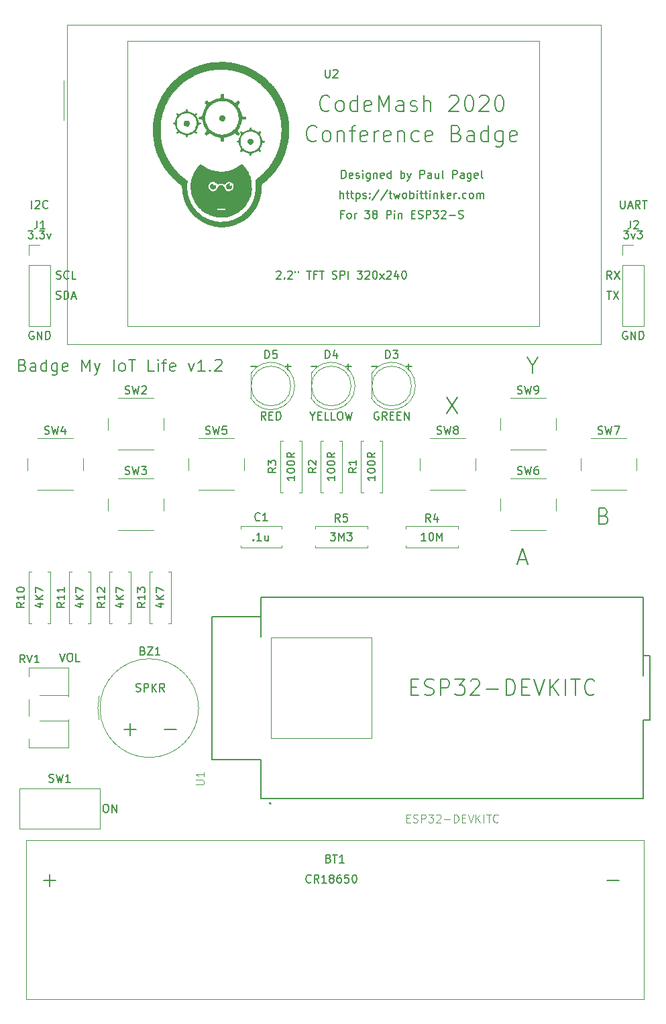
<source format=gbr>
G04 #@! TF.GenerationSoftware,KiCad,Pcbnew,5.1.4-e60b266~84~ubuntu19.04.1*
G04 #@! TF.CreationDate,2019-11-21T14:49:26-05:00*
G04 #@! TF.ProjectId,Esp32Badge-v1,45737033-3242-4616-9467-652d76312e6b,1*
G04 #@! TF.SameCoordinates,Original*
G04 #@! TF.FileFunction,Legend,Top*
G04 #@! TF.FilePolarity,Positive*
%FSLAX46Y46*%
G04 Gerber Fmt 4.6, Leading zero omitted, Abs format (unit mm)*
G04 Created by KiCad (PCBNEW 5.1.4-e60b266~84~ubuntu19.04.1) date 2019-11-21 14:49:26*
%MOMM*%
%LPD*%
G04 APERTURE LIST*
%ADD10C,0.150000*%
%ADD11C,0.120000*%
%ADD12C,0.127000*%
%ADD13C,0.200000*%
%ADD14C,0.010000*%
%ADD15C,0.050000*%
G04 APERTURE END LIST*
D10*
X172394761Y-54062380D02*
X172394761Y-54871904D01*
X172442380Y-54967142D01*
X172490000Y-55014761D01*
X172585238Y-55062380D01*
X172775714Y-55062380D01*
X172870952Y-55014761D01*
X172918571Y-54967142D01*
X172966190Y-54871904D01*
X172966190Y-54062380D01*
X173394761Y-54776666D02*
X173870952Y-54776666D01*
X173299523Y-55062380D02*
X173632857Y-54062380D01*
X173966190Y-55062380D01*
X174870952Y-55062380D02*
X174537619Y-54586190D01*
X174299523Y-55062380D02*
X174299523Y-54062380D01*
X174680476Y-54062380D01*
X174775714Y-54110000D01*
X174823333Y-54157619D01*
X174870952Y-54252857D01*
X174870952Y-54395714D01*
X174823333Y-54490952D01*
X174775714Y-54538571D01*
X174680476Y-54586190D01*
X174299523Y-54586190D01*
X175156666Y-54062380D02*
X175728095Y-54062380D01*
X175442380Y-55062380D02*
X175442380Y-54062380D01*
X98083809Y-55062380D02*
X98083809Y-54062380D01*
X98512380Y-54157619D02*
X98560000Y-54110000D01*
X98655238Y-54062380D01*
X98893333Y-54062380D01*
X98988571Y-54110000D01*
X99036190Y-54157619D01*
X99083809Y-54252857D01*
X99083809Y-54348095D01*
X99036190Y-54490952D01*
X98464761Y-55062380D01*
X99083809Y-55062380D01*
X100083809Y-54967142D02*
X100036190Y-55014761D01*
X99893333Y-55062380D01*
X99798095Y-55062380D01*
X99655238Y-55014761D01*
X99560000Y-54919523D01*
X99512380Y-54824285D01*
X99464761Y-54633809D01*
X99464761Y-54490952D01*
X99512380Y-54300476D01*
X99560000Y-54205238D01*
X99655238Y-54110000D01*
X99798095Y-54062380D01*
X99893333Y-54062380D01*
X100036190Y-54110000D01*
X100083809Y-54157619D01*
X137399047Y-55808571D02*
X137065714Y-55808571D01*
X137065714Y-56332380D02*
X137065714Y-55332380D01*
X137541904Y-55332380D01*
X138065714Y-56332380D02*
X137970476Y-56284761D01*
X137922857Y-56237142D01*
X137875238Y-56141904D01*
X137875238Y-55856190D01*
X137922857Y-55760952D01*
X137970476Y-55713333D01*
X138065714Y-55665714D01*
X138208571Y-55665714D01*
X138303809Y-55713333D01*
X138351428Y-55760952D01*
X138399047Y-55856190D01*
X138399047Y-56141904D01*
X138351428Y-56237142D01*
X138303809Y-56284761D01*
X138208571Y-56332380D01*
X138065714Y-56332380D01*
X138827619Y-56332380D02*
X138827619Y-55665714D01*
X138827619Y-55856190D02*
X138875238Y-55760952D01*
X138922857Y-55713333D01*
X139018095Y-55665714D01*
X139113333Y-55665714D01*
X140113333Y-55332380D02*
X140732380Y-55332380D01*
X140399047Y-55713333D01*
X140541904Y-55713333D01*
X140637142Y-55760952D01*
X140684761Y-55808571D01*
X140732380Y-55903809D01*
X140732380Y-56141904D01*
X140684761Y-56237142D01*
X140637142Y-56284761D01*
X140541904Y-56332380D01*
X140256190Y-56332380D01*
X140160952Y-56284761D01*
X140113333Y-56237142D01*
X141303809Y-55760952D02*
X141208571Y-55713333D01*
X141160952Y-55665714D01*
X141113333Y-55570476D01*
X141113333Y-55522857D01*
X141160952Y-55427619D01*
X141208571Y-55380000D01*
X141303809Y-55332380D01*
X141494285Y-55332380D01*
X141589523Y-55380000D01*
X141637142Y-55427619D01*
X141684761Y-55522857D01*
X141684761Y-55570476D01*
X141637142Y-55665714D01*
X141589523Y-55713333D01*
X141494285Y-55760952D01*
X141303809Y-55760952D01*
X141208571Y-55808571D01*
X141160952Y-55856190D01*
X141113333Y-55951428D01*
X141113333Y-56141904D01*
X141160952Y-56237142D01*
X141208571Y-56284761D01*
X141303809Y-56332380D01*
X141494285Y-56332380D01*
X141589523Y-56284761D01*
X141637142Y-56237142D01*
X141684761Y-56141904D01*
X141684761Y-55951428D01*
X141637142Y-55856190D01*
X141589523Y-55808571D01*
X141494285Y-55760952D01*
X142875238Y-56332380D02*
X142875238Y-55332380D01*
X143256190Y-55332380D01*
X143351428Y-55380000D01*
X143399047Y-55427619D01*
X143446666Y-55522857D01*
X143446666Y-55665714D01*
X143399047Y-55760952D01*
X143351428Y-55808571D01*
X143256190Y-55856190D01*
X142875238Y-55856190D01*
X143875238Y-56332380D02*
X143875238Y-55665714D01*
X143875238Y-55332380D02*
X143827619Y-55380000D01*
X143875238Y-55427619D01*
X143922857Y-55380000D01*
X143875238Y-55332380D01*
X143875238Y-55427619D01*
X144351428Y-55665714D02*
X144351428Y-56332380D01*
X144351428Y-55760952D02*
X144399047Y-55713333D01*
X144494285Y-55665714D01*
X144637142Y-55665714D01*
X144732380Y-55713333D01*
X144780000Y-55808571D01*
X144780000Y-56332380D01*
X146018095Y-55808571D02*
X146351428Y-55808571D01*
X146494285Y-56332380D02*
X146018095Y-56332380D01*
X146018095Y-55332380D01*
X146494285Y-55332380D01*
X146875238Y-56284761D02*
X147018095Y-56332380D01*
X147256190Y-56332380D01*
X147351428Y-56284761D01*
X147399047Y-56237142D01*
X147446666Y-56141904D01*
X147446666Y-56046666D01*
X147399047Y-55951428D01*
X147351428Y-55903809D01*
X147256190Y-55856190D01*
X147065714Y-55808571D01*
X146970476Y-55760952D01*
X146922857Y-55713333D01*
X146875238Y-55618095D01*
X146875238Y-55522857D01*
X146922857Y-55427619D01*
X146970476Y-55380000D01*
X147065714Y-55332380D01*
X147303809Y-55332380D01*
X147446666Y-55380000D01*
X147875238Y-56332380D02*
X147875238Y-55332380D01*
X148256190Y-55332380D01*
X148351428Y-55380000D01*
X148399047Y-55427619D01*
X148446666Y-55522857D01*
X148446666Y-55665714D01*
X148399047Y-55760952D01*
X148351428Y-55808571D01*
X148256190Y-55856190D01*
X147875238Y-55856190D01*
X148780000Y-55332380D02*
X149399047Y-55332380D01*
X149065714Y-55713333D01*
X149208571Y-55713333D01*
X149303809Y-55760952D01*
X149351428Y-55808571D01*
X149399047Y-55903809D01*
X149399047Y-56141904D01*
X149351428Y-56237142D01*
X149303809Y-56284761D01*
X149208571Y-56332380D01*
X148922857Y-56332380D01*
X148827619Y-56284761D01*
X148780000Y-56237142D01*
X149780000Y-55427619D02*
X149827619Y-55380000D01*
X149922857Y-55332380D01*
X150160952Y-55332380D01*
X150256190Y-55380000D01*
X150303809Y-55427619D01*
X150351428Y-55522857D01*
X150351428Y-55618095D01*
X150303809Y-55760952D01*
X149732380Y-56332380D01*
X150351428Y-56332380D01*
X150780000Y-55951428D02*
X151541904Y-55951428D01*
X151970476Y-56284761D02*
X152113333Y-56332380D01*
X152351428Y-56332380D01*
X152446666Y-56284761D01*
X152494285Y-56237142D01*
X152541904Y-56141904D01*
X152541904Y-56046666D01*
X152494285Y-55951428D01*
X152446666Y-55903809D01*
X152351428Y-55856190D01*
X152160952Y-55808571D01*
X152065714Y-55760952D01*
X152018095Y-55713333D01*
X151970476Y-55618095D01*
X151970476Y-55522857D01*
X152018095Y-55427619D01*
X152065714Y-55380000D01*
X152160952Y-55332380D01*
X152399047Y-55332380D01*
X152541904Y-55380000D01*
X111244285Y-115974761D02*
X111387142Y-116022380D01*
X111625238Y-116022380D01*
X111720476Y-115974761D01*
X111768095Y-115927142D01*
X111815714Y-115831904D01*
X111815714Y-115736666D01*
X111768095Y-115641428D01*
X111720476Y-115593809D01*
X111625238Y-115546190D01*
X111434761Y-115498571D01*
X111339523Y-115450952D01*
X111291904Y-115403333D01*
X111244285Y-115308095D01*
X111244285Y-115212857D01*
X111291904Y-115117619D01*
X111339523Y-115070000D01*
X111434761Y-115022380D01*
X111672857Y-115022380D01*
X111815714Y-115070000D01*
X112244285Y-116022380D02*
X112244285Y-115022380D01*
X112625238Y-115022380D01*
X112720476Y-115070000D01*
X112768095Y-115117619D01*
X112815714Y-115212857D01*
X112815714Y-115355714D01*
X112768095Y-115450952D01*
X112720476Y-115498571D01*
X112625238Y-115546190D01*
X112244285Y-115546190D01*
X113244285Y-116022380D02*
X113244285Y-115022380D01*
X113815714Y-116022380D02*
X113387142Y-115450952D01*
X113815714Y-115022380D02*
X113244285Y-115593809D01*
X114815714Y-116022380D02*
X114482380Y-115546190D01*
X114244285Y-116022380D02*
X114244285Y-115022380D01*
X114625238Y-115022380D01*
X114720476Y-115070000D01*
X114768095Y-115117619D01*
X114815714Y-115212857D01*
X114815714Y-115355714D01*
X114768095Y-115450952D01*
X114720476Y-115498571D01*
X114625238Y-115546190D01*
X114244285Y-115546190D01*
D11*
X128270000Y-121920000D02*
X128270000Y-109220000D01*
X140970000Y-121920000D02*
X128270000Y-121920000D01*
X140970000Y-109220000D02*
X140970000Y-121920000D01*
X128270000Y-109220000D02*
X140970000Y-109220000D01*
D10*
X171283333Y-63952380D02*
X170950000Y-63476190D01*
X170711904Y-63952380D02*
X170711904Y-62952380D01*
X171092857Y-62952380D01*
X171188095Y-63000000D01*
X171235714Y-63047619D01*
X171283333Y-63142857D01*
X171283333Y-63285714D01*
X171235714Y-63380952D01*
X171188095Y-63428571D01*
X171092857Y-63476190D01*
X170711904Y-63476190D01*
X171616666Y-62952380D02*
X172283333Y-63952380D01*
X172283333Y-62952380D02*
X171616666Y-63952380D01*
X170688095Y-65492380D02*
X171259523Y-65492380D01*
X170973809Y-66492380D02*
X170973809Y-65492380D01*
X171497619Y-65492380D02*
X172164285Y-66492380D01*
X172164285Y-65492380D02*
X171497619Y-66492380D01*
X172799523Y-57872380D02*
X173418571Y-57872380D01*
X173085238Y-58253333D01*
X173228095Y-58253333D01*
X173323333Y-58300952D01*
X173370952Y-58348571D01*
X173418571Y-58443809D01*
X173418571Y-58681904D01*
X173370952Y-58777142D01*
X173323333Y-58824761D01*
X173228095Y-58872380D01*
X172942380Y-58872380D01*
X172847142Y-58824761D01*
X172799523Y-58777142D01*
X173751904Y-58205714D02*
X173990000Y-58872380D01*
X174228095Y-58205714D01*
X174513809Y-57872380D02*
X175132857Y-57872380D01*
X174799523Y-58253333D01*
X174942380Y-58253333D01*
X175037619Y-58300952D01*
X175085238Y-58348571D01*
X175132857Y-58443809D01*
X175132857Y-58681904D01*
X175085238Y-58777142D01*
X175037619Y-58824761D01*
X174942380Y-58872380D01*
X174656666Y-58872380D01*
X174561428Y-58824761D01*
X174513809Y-58777142D01*
X173228095Y-70620000D02*
X173132857Y-70572380D01*
X172990000Y-70572380D01*
X172847142Y-70620000D01*
X172751904Y-70715238D01*
X172704285Y-70810476D01*
X172656666Y-71000952D01*
X172656666Y-71143809D01*
X172704285Y-71334285D01*
X172751904Y-71429523D01*
X172847142Y-71524761D01*
X172990000Y-71572380D01*
X173085238Y-71572380D01*
X173228095Y-71524761D01*
X173275714Y-71477142D01*
X173275714Y-71143809D01*
X173085238Y-71143809D01*
X173704285Y-71572380D02*
X173704285Y-70572380D01*
X174275714Y-71572380D01*
X174275714Y-70572380D01*
X174751904Y-71572380D02*
X174751904Y-70572380D01*
X174990000Y-70572380D01*
X175132857Y-70620000D01*
X175228095Y-70715238D01*
X175275714Y-70810476D01*
X175323333Y-71000952D01*
X175323333Y-71143809D01*
X175275714Y-71334285D01*
X175228095Y-71429523D01*
X175132857Y-71524761D01*
X174990000Y-71572380D01*
X174751904Y-71572380D01*
X101608095Y-111212380D02*
X101941428Y-112212380D01*
X102274761Y-111212380D01*
X102798571Y-111212380D02*
X102989047Y-111212380D01*
X103084285Y-111260000D01*
X103179523Y-111355238D01*
X103227142Y-111545714D01*
X103227142Y-111879047D01*
X103179523Y-112069523D01*
X103084285Y-112164761D01*
X102989047Y-112212380D01*
X102798571Y-112212380D01*
X102703333Y-112164761D01*
X102608095Y-112069523D01*
X102560476Y-111879047D01*
X102560476Y-111545714D01*
X102608095Y-111355238D01*
X102703333Y-111260000D01*
X102798571Y-111212380D01*
X104131904Y-112212380D02*
X103655714Y-112212380D01*
X103655714Y-111212380D01*
X107330952Y-130262380D02*
X107521428Y-130262380D01*
X107616666Y-130310000D01*
X107711904Y-130405238D01*
X107759523Y-130595714D01*
X107759523Y-130929047D01*
X107711904Y-131119523D01*
X107616666Y-131214761D01*
X107521428Y-131262380D01*
X107330952Y-131262380D01*
X107235714Y-131214761D01*
X107140476Y-131119523D01*
X107092857Y-130929047D01*
X107092857Y-130595714D01*
X107140476Y-130405238D01*
X107235714Y-130310000D01*
X107330952Y-130262380D01*
X108188095Y-131262380D02*
X108188095Y-130262380D01*
X108759523Y-131262380D01*
X108759523Y-130262380D01*
X133318571Y-140057142D02*
X133270952Y-140104761D01*
X133128095Y-140152380D01*
X133032857Y-140152380D01*
X132890000Y-140104761D01*
X132794761Y-140009523D01*
X132747142Y-139914285D01*
X132699523Y-139723809D01*
X132699523Y-139580952D01*
X132747142Y-139390476D01*
X132794761Y-139295238D01*
X132890000Y-139200000D01*
X133032857Y-139152380D01*
X133128095Y-139152380D01*
X133270952Y-139200000D01*
X133318571Y-139247619D01*
X134318571Y-140152380D02*
X133985238Y-139676190D01*
X133747142Y-140152380D02*
X133747142Y-139152380D01*
X134128095Y-139152380D01*
X134223333Y-139200000D01*
X134270952Y-139247619D01*
X134318571Y-139342857D01*
X134318571Y-139485714D01*
X134270952Y-139580952D01*
X134223333Y-139628571D01*
X134128095Y-139676190D01*
X133747142Y-139676190D01*
X135270952Y-140152380D02*
X134699523Y-140152380D01*
X134985238Y-140152380D02*
X134985238Y-139152380D01*
X134890000Y-139295238D01*
X134794761Y-139390476D01*
X134699523Y-139438095D01*
X135842380Y-139580952D02*
X135747142Y-139533333D01*
X135699523Y-139485714D01*
X135651904Y-139390476D01*
X135651904Y-139342857D01*
X135699523Y-139247619D01*
X135747142Y-139200000D01*
X135842380Y-139152380D01*
X136032857Y-139152380D01*
X136128095Y-139200000D01*
X136175714Y-139247619D01*
X136223333Y-139342857D01*
X136223333Y-139390476D01*
X136175714Y-139485714D01*
X136128095Y-139533333D01*
X136032857Y-139580952D01*
X135842380Y-139580952D01*
X135747142Y-139628571D01*
X135699523Y-139676190D01*
X135651904Y-139771428D01*
X135651904Y-139961904D01*
X135699523Y-140057142D01*
X135747142Y-140104761D01*
X135842380Y-140152380D01*
X136032857Y-140152380D01*
X136128095Y-140104761D01*
X136175714Y-140057142D01*
X136223333Y-139961904D01*
X136223333Y-139771428D01*
X136175714Y-139676190D01*
X136128095Y-139628571D01*
X136032857Y-139580952D01*
X137080476Y-139152380D02*
X136890000Y-139152380D01*
X136794761Y-139200000D01*
X136747142Y-139247619D01*
X136651904Y-139390476D01*
X136604285Y-139580952D01*
X136604285Y-139961904D01*
X136651904Y-140057142D01*
X136699523Y-140104761D01*
X136794761Y-140152380D01*
X136985238Y-140152380D01*
X137080476Y-140104761D01*
X137128095Y-140057142D01*
X137175714Y-139961904D01*
X137175714Y-139723809D01*
X137128095Y-139628571D01*
X137080476Y-139580952D01*
X136985238Y-139533333D01*
X136794761Y-139533333D01*
X136699523Y-139580952D01*
X136651904Y-139628571D01*
X136604285Y-139723809D01*
X138080476Y-139152380D02*
X137604285Y-139152380D01*
X137556666Y-139628571D01*
X137604285Y-139580952D01*
X137699523Y-139533333D01*
X137937619Y-139533333D01*
X138032857Y-139580952D01*
X138080476Y-139628571D01*
X138128095Y-139723809D01*
X138128095Y-139961904D01*
X138080476Y-140057142D01*
X138032857Y-140104761D01*
X137937619Y-140152380D01*
X137699523Y-140152380D01*
X137604285Y-140104761D01*
X137556666Y-140057142D01*
X138747142Y-139152380D02*
X138842380Y-139152380D01*
X138937619Y-139200000D01*
X138985238Y-139247619D01*
X139032857Y-139342857D01*
X139080476Y-139533333D01*
X139080476Y-139771428D01*
X139032857Y-139961904D01*
X138985238Y-140057142D01*
X138937619Y-140104761D01*
X138842380Y-140152380D01*
X138747142Y-140152380D01*
X138651904Y-140104761D01*
X138604285Y-140057142D01*
X138556666Y-139961904D01*
X138509047Y-139771428D01*
X138509047Y-139533333D01*
X138556666Y-139342857D01*
X138604285Y-139247619D01*
X138651904Y-139200000D01*
X138747142Y-139152380D01*
X136978571Y-53792380D02*
X136978571Y-52792380D01*
X137407142Y-53792380D02*
X137407142Y-53268571D01*
X137359523Y-53173333D01*
X137264285Y-53125714D01*
X137121428Y-53125714D01*
X137026190Y-53173333D01*
X136978571Y-53220952D01*
X137740476Y-53125714D02*
X138121428Y-53125714D01*
X137883333Y-52792380D02*
X137883333Y-53649523D01*
X137930952Y-53744761D01*
X138026190Y-53792380D01*
X138121428Y-53792380D01*
X138311904Y-53125714D02*
X138692857Y-53125714D01*
X138454761Y-52792380D02*
X138454761Y-53649523D01*
X138502380Y-53744761D01*
X138597619Y-53792380D01*
X138692857Y-53792380D01*
X139026190Y-53125714D02*
X139026190Y-54125714D01*
X139026190Y-53173333D02*
X139121428Y-53125714D01*
X139311904Y-53125714D01*
X139407142Y-53173333D01*
X139454761Y-53220952D01*
X139502380Y-53316190D01*
X139502380Y-53601904D01*
X139454761Y-53697142D01*
X139407142Y-53744761D01*
X139311904Y-53792380D01*
X139121428Y-53792380D01*
X139026190Y-53744761D01*
X139883333Y-53744761D02*
X139978571Y-53792380D01*
X140169047Y-53792380D01*
X140264285Y-53744761D01*
X140311904Y-53649523D01*
X140311904Y-53601904D01*
X140264285Y-53506666D01*
X140169047Y-53459047D01*
X140026190Y-53459047D01*
X139930952Y-53411428D01*
X139883333Y-53316190D01*
X139883333Y-53268571D01*
X139930952Y-53173333D01*
X140026190Y-53125714D01*
X140169047Y-53125714D01*
X140264285Y-53173333D01*
X140740476Y-53697142D02*
X140788095Y-53744761D01*
X140740476Y-53792380D01*
X140692857Y-53744761D01*
X140740476Y-53697142D01*
X140740476Y-53792380D01*
X140740476Y-53173333D02*
X140788095Y-53220952D01*
X140740476Y-53268571D01*
X140692857Y-53220952D01*
X140740476Y-53173333D01*
X140740476Y-53268571D01*
X141930952Y-52744761D02*
X141073809Y-54030476D01*
X142978571Y-52744761D02*
X142121428Y-54030476D01*
X143169047Y-53125714D02*
X143550000Y-53125714D01*
X143311904Y-52792380D02*
X143311904Y-53649523D01*
X143359523Y-53744761D01*
X143454761Y-53792380D01*
X143550000Y-53792380D01*
X143788095Y-53125714D02*
X143978571Y-53792380D01*
X144169047Y-53316190D01*
X144359523Y-53792380D01*
X144550000Y-53125714D01*
X145073809Y-53792380D02*
X144978571Y-53744761D01*
X144930952Y-53697142D01*
X144883333Y-53601904D01*
X144883333Y-53316190D01*
X144930952Y-53220952D01*
X144978571Y-53173333D01*
X145073809Y-53125714D01*
X145216666Y-53125714D01*
X145311904Y-53173333D01*
X145359523Y-53220952D01*
X145407142Y-53316190D01*
X145407142Y-53601904D01*
X145359523Y-53697142D01*
X145311904Y-53744761D01*
X145216666Y-53792380D01*
X145073809Y-53792380D01*
X145835714Y-53792380D02*
X145835714Y-52792380D01*
X145835714Y-53173333D02*
X145930952Y-53125714D01*
X146121428Y-53125714D01*
X146216666Y-53173333D01*
X146264285Y-53220952D01*
X146311904Y-53316190D01*
X146311904Y-53601904D01*
X146264285Y-53697142D01*
X146216666Y-53744761D01*
X146121428Y-53792380D01*
X145930952Y-53792380D01*
X145835714Y-53744761D01*
X146740476Y-53792380D02*
X146740476Y-53125714D01*
X146740476Y-52792380D02*
X146692857Y-52840000D01*
X146740476Y-52887619D01*
X146788095Y-52840000D01*
X146740476Y-52792380D01*
X146740476Y-52887619D01*
X147073809Y-53125714D02*
X147454761Y-53125714D01*
X147216666Y-52792380D02*
X147216666Y-53649523D01*
X147264285Y-53744761D01*
X147359523Y-53792380D01*
X147454761Y-53792380D01*
X147645238Y-53125714D02*
X148026190Y-53125714D01*
X147788095Y-52792380D02*
X147788095Y-53649523D01*
X147835714Y-53744761D01*
X147930952Y-53792380D01*
X148026190Y-53792380D01*
X148359523Y-53792380D02*
X148359523Y-53125714D01*
X148359523Y-52792380D02*
X148311904Y-52840000D01*
X148359523Y-52887619D01*
X148407142Y-52840000D01*
X148359523Y-52792380D01*
X148359523Y-52887619D01*
X148835714Y-53125714D02*
X148835714Y-53792380D01*
X148835714Y-53220952D02*
X148883333Y-53173333D01*
X148978571Y-53125714D01*
X149121428Y-53125714D01*
X149216666Y-53173333D01*
X149264285Y-53268571D01*
X149264285Y-53792380D01*
X149740476Y-53792380D02*
X149740476Y-52792380D01*
X149835714Y-53411428D02*
X150121428Y-53792380D01*
X150121428Y-53125714D02*
X149740476Y-53506666D01*
X150930952Y-53744761D02*
X150835714Y-53792380D01*
X150645238Y-53792380D01*
X150550000Y-53744761D01*
X150502380Y-53649523D01*
X150502380Y-53268571D01*
X150550000Y-53173333D01*
X150645238Y-53125714D01*
X150835714Y-53125714D01*
X150930952Y-53173333D01*
X150978571Y-53268571D01*
X150978571Y-53363809D01*
X150502380Y-53459047D01*
X151407142Y-53792380D02*
X151407142Y-53125714D01*
X151407142Y-53316190D02*
X151454761Y-53220952D01*
X151502380Y-53173333D01*
X151597619Y-53125714D01*
X151692857Y-53125714D01*
X152026190Y-53697142D02*
X152073809Y-53744761D01*
X152026190Y-53792380D01*
X151978571Y-53744761D01*
X152026190Y-53697142D01*
X152026190Y-53792380D01*
X152930952Y-53744761D02*
X152835714Y-53792380D01*
X152645238Y-53792380D01*
X152550000Y-53744761D01*
X152502380Y-53697142D01*
X152454761Y-53601904D01*
X152454761Y-53316190D01*
X152502380Y-53220952D01*
X152550000Y-53173333D01*
X152645238Y-53125714D01*
X152835714Y-53125714D01*
X152930952Y-53173333D01*
X153502380Y-53792380D02*
X153407142Y-53744761D01*
X153359523Y-53697142D01*
X153311904Y-53601904D01*
X153311904Y-53316190D01*
X153359523Y-53220952D01*
X153407142Y-53173333D01*
X153502380Y-53125714D01*
X153645238Y-53125714D01*
X153740476Y-53173333D01*
X153788095Y-53220952D01*
X153835714Y-53316190D01*
X153835714Y-53601904D01*
X153788095Y-53697142D01*
X153740476Y-53744761D01*
X153645238Y-53792380D01*
X153502380Y-53792380D01*
X154264285Y-53792380D02*
X154264285Y-53125714D01*
X154264285Y-53220952D02*
X154311904Y-53173333D01*
X154407142Y-53125714D01*
X154549999Y-53125714D01*
X154645238Y-53173333D01*
X154692857Y-53268571D01*
X154692857Y-53792380D01*
X154692857Y-53268571D02*
X154740476Y-53173333D01*
X154835714Y-53125714D01*
X154978571Y-53125714D01*
X155073809Y-53173333D01*
X155121428Y-53268571D01*
X155121428Y-53792380D01*
X134002380Y-46434285D02*
X133907142Y-46529523D01*
X133621428Y-46624761D01*
X133430952Y-46624761D01*
X133145238Y-46529523D01*
X132954761Y-46339047D01*
X132859523Y-46148571D01*
X132764285Y-45767619D01*
X132764285Y-45481904D01*
X132859523Y-45100952D01*
X132954761Y-44910476D01*
X133145238Y-44720000D01*
X133430952Y-44624761D01*
X133621428Y-44624761D01*
X133907142Y-44720000D01*
X134002380Y-44815238D01*
X135145238Y-46624761D02*
X134954761Y-46529523D01*
X134859523Y-46434285D01*
X134764285Y-46243809D01*
X134764285Y-45672380D01*
X134859523Y-45481904D01*
X134954761Y-45386666D01*
X135145238Y-45291428D01*
X135430952Y-45291428D01*
X135621428Y-45386666D01*
X135716666Y-45481904D01*
X135811904Y-45672380D01*
X135811904Y-46243809D01*
X135716666Y-46434285D01*
X135621428Y-46529523D01*
X135430952Y-46624761D01*
X135145238Y-46624761D01*
X136669047Y-45291428D02*
X136669047Y-46624761D01*
X136669047Y-45481904D02*
X136764285Y-45386666D01*
X136954761Y-45291428D01*
X137240476Y-45291428D01*
X137430952Y-45386666D01*
X137526190Y-45577142D01*
X137526190Y-46624761D01*
X138192857Y-45291428D02*
X138954761Y-45291428D01*
X138478571Y-46624761D02*
X138478571Y-44910476D01*
X138573809Y-44720000D01*
X138764285Y-44624761D01*
X138954761Y-44624761D01*
X140383333Y-46529523D02*
X140192857Y-46624761D01*
X139811904Y-46624761D01*
X139621428Y-46529523D01*
X139526190Y-46339047D01*
X139526190Y-45577142D01*
X139621428Y-45386666D01*
X139811904Y-45291428D01*
X140192857Y-45291428D01*
X140383333Y-45386666D01*
X140478571Y-45577142D01*
X140478571Y-45767619D01*
X139526190Y-45958095D01*
X141335714Y-46624761D02*
X141335714Y-45291428D01*
X141335714Y-45672380D02*
X141430952Y-45481904D01*
X141526190Y-45386666D01*
X141716666Y-45291428D01*
X141907142Y-45291428D01*
X143335714Y-46529523D02*
X143145238Y-46624761D01*
X142764285Y-46624761D01*
X142573809Y-46529523D01*
X142478571Y-46339047D01*
X142478571Y-45577142D01*
X142573809Y-45386666D01*
X142764285Y-45291428D01*
X143145238Y-45291428D01*
X143335714Y-45386666D01*
X143430952Y-45577142D01*
X143430952Y-45767619D01*
X142478571Y-45958095D01*
X144288095Y-45291428D02*
X144288095Y-46624761D01*
X144288095Y-45481904D02*
X144383333Y-45386666D01*
X144573809Y-45291428D01*
X144859523Y-45291428D01*
X145050000Y-45386666D01*
X145145238Y-45577142D01*
X145145238Y-46624761D01*
X146954761Y-46529523D02*
X146764285Y-46624761D01*
X146383333Y-46624761D01*
X146192857Y-46529523D01*
X146097619Y-46434285D01*
X146002380Y-46243809D01*
X146002380Y-45672380D01*
X146097619Y-45481904D01*
X146192857Y-45386666D01*
X146383333Y-45291428D01*
X146764285Y-45291428D01*
X146954761Y-45386666D01*
X148573809Y-46529523D02*
X148383333Y-46624761D01*
X148002380Y-46624761D01*
X147811904Y-46529523D01*
X147716666Y-46339047D01*
X147716666Y-45577142D01*
X147811904Y-45386666D01*
X148002380Y-45291428D01*
X148383333Y-45291428D01*
X148573809Y-45386666D01*
X148669047Y-45577142D01*
X148669047Y-45767619D01*
X147716666Y-45958095D01*
X151716666Y-45577142D02*
X152002380Y-45672380D01*
X152097619Y-45767619D01*
X152192857Y-45958095D01*
X152192857Y-46243809D01*
X152097619Y-46434285D01*
X152002380Y-46529523D01*
X151811904Y-46624761D01*
X151050000Y-46624761D01*
X151050000Y-44624761D01*
X151716666Y-44624761D01*
X151907142Y-44720000D01*
X152002380Y-44815238D01*
X152097619Y-45005714D01*
X152097619Y-45196190D01*
X152002380Y-45386666D01*
X151907142Y-45481904D01*
X151716666Y-45577142D01*
X151050000Y-45577142D01*
X153907142Y-46624761D02*
X153907142Y-45577142D01*
X153811904Y-45386666D01*
X153621428Y-45291428D01*
X153240476Y-45291428D01*
X153050000Y-45386666D01*
X153907142Y-46529523D02*
X153716666Y-46624761D01*
X153240476Y-46624761D01*
X153050000Y-46529523D01*
X152954761Y-46339047D01*
X152954761Y-46148571D01*
X153050000Y-45958095D01*
X153240476Y-45862857D01*
X153716666Y-45862857D01*
X153907142Y-45767619D01*
X155716666Y-46624761D02*
X155716666Y-44624761D01*
X155716666Y-46529523D02*
X155526190Y-46624761D01*
X155145238Y-46624761D01*
X154954761Y-46529523D01*
X154859523Y-46434285D01*
X154764285Y-46243809D01*
X154764285Y-45672380D01*
X154859523Y-45481904D01*
X154954761Y-45386666D01*
X155145238Y-45291428D01*
X155526190Y-45291428D01*
X155716666Y-45386666D01*
X157526190Y-45291428D02*
X157526190Y-46910476D01*
X157430952Y-47100952D01*
X157335714Y-47196190D01*
X157145238Y-47291428D01*
X156859523Y-47291428D01*
X156669047Y-47196190D01*
X157526190Y-46529523D02*
X157335714Y-46624761D01*
X156954761Y-46624761D01*
X156764285Y-46529523D01*
X156669047Y-46434285D01*
X156573809Y-46243809D01*
X156573809Y-45672380D01*
X156669047Y-45481904D01*
X156764285Y-45386666D01*
X156954761Y-45291428D01*
X157335714Y-45291428D01*
X157526190Y-45386666D01*
X159240476Y-46529523D02*
X159050000Y-46624761D01*
X158669047Y-46624761D01*
X158478571Y-46529523D01*
X158383333Y-46339047D01*
X158383333Y-45577142D01*
X158478571Y-45386666D01*
X158669047Y-45291428D01*
X159050000Y-45291428D01*
X159240476Y-45386666D01*
X159335714Y-45577142D01*
X159335714Y-45767619D01*
X158383333Y-45958095D01*
X137192857Y-51252380D02*
X137192857Y-50252380D01*
X137430952Y-50252380D01*
X137573809Y-50300000D01*
X137669047Y-50395238D01*
X137716666Y-50490476D01*
X137764285Y-50680952D01*
X137764285Y-50823809D01*
X137716666Y-51014285D01*
X137669047Y-51109523D01*
X137573809Y-51204761D01*
X137430952Y-51252380D01*
X137192857Y-51252380D01*
X138573809Y-51204761D02*
X138478571Y-51252380D01*
X138288095Y-51252380D01*
X138192857Y-51204761D01*
X138145238Y-51109523D01*
X138145238Y-50728571D01*
X138192857Y-50633333D01*
X138288095Y-50585714D01*
X138478571Y-50585714D01*
X138573809Y-50633333D01*
X138621428Y-50728571D01*
X138621428Y-50823809D01*
X138145238Y-50919047D01*
X139002380Y-51204761D02*
X139097619Y-51252380D01*
X139288095Y-51252380D01*
X139383333Y-51204761D01*
X139430952Y-51109523D01*
X139430952Y-51061904D01*
X139383333Y-50966666D01*
X139288095Y-50919047D01*
X139145238Y-50919047D01*
X139050000Y-50871428D01*
X139002380Y-50776190D01*
X139002380Y-50728571D01*
X139050000Y-50633333D01*
X139145238Y-50585714D01*
X139288095Y-50585714D01*
X139383333Y-50633333D01*
X139859523Y-51252380D02*
X139859523Y-50585714D01*
X139859523Y-50252380D02*
X139811904Y-50300000D01*
X139859523Y-50347619D01*
X139907142Y-50300000D01*
X139859523Y-50252380D01*
X139859523Y-50347619D01*
X140764285Y-50585714D02*
X140764285Y-51395238D01*
X140716666Y-51490476D01*
X140669047Y-51538095D01*
X140573809Y-51585714D01*
X140430952Y-51585714D01*
X140335714Y-51538095D01*
X140764285Y-51204761D02*
X140669047Y-51252380D01*
X140478571Y-51252380D01*
X140383333Y-51204761D01*
X140335714Y-51157142D01*
X140288095Y-51061904D01*
X140288095Y-50776190D01*
X140335714Y-50680952D01*
X140383333Y-50633333D01*
X140478571Y-50585714D01*
X140669047Y-50585714D01*
X140764285Y-50633333D01*
X141240476Y-50585714D02*
X141240476Y-51252380D01*
X141240476Y-50680952D02*
X141288095Y-50633333D01*
X141383333Y-50585714D01*
X141526190Y-50585714D01*
X141621428Y-50633333D01*
X141669047Y-50728571D01*
X141669047Y-51252380D01*
X142526190Y-51204761D02*
X142430952Y-51252380D01*
X142240476Y-51252380D01*
X142145238Y-51204761D01*
X142097619Y-51109523D01*
X142097619Y-50728571D01*
X142145238Y-50633333D01*
X142240476Y-50585714D01*
X142430952Y-50585714D01*
X142526190Y-50633333D01*
X142573809Y-50728571D01*
X142573809Y-50823809D01*
X142097619Y-50919047D01*
X143430952Y-51252380D02*
X143430952Y-50252380D01*
X143430952Y-51204761D02*
X143335714Y-51252380D01*
X143145238Y-51252380D01*
X143050000Y-51204761D01*
X143002380Y-51157142D01*
X142954761Y-51061904D01*
X142954761Y-50776190D01*
X143002380Y-50680952D01*
X143050000Y-50633333D01*
X143145238Y-50585714D01*
X143335714Y-50585714D01*
X143430952Y-50633333D01*
X144669047Y-51252380D02*
X144669047Y-50252380D01*
X144669047Y-50633333D02*
X144764285Y-50585714D01*
X144954761Y-50585714D01*
X145050000Y-50633333D01*
X145097619Y-50680952D01*
X145145238Y-50776190D01*
X145145238Y-51061904D01*
X145097619Y-51157142D01*
X145050000Y-51204761D01*
X144954761Y-51252380D01*
X144764285Y-51252380D01*
X144669047Y-51204761D01*
X145478571Y-50585714D02*
X145716666Y-51252380D01*
X145954761Y-50585714D02*
X145716666Y-51252380D01*
X145621428Y-51490476D01*
X145573809Y-51538095D01*
X145478571Y-51585714D01*
X147097619Y-51252380D02*
X147097619Y-50252380D01*
X147478571Y-50252380D01*
X147573809Y-50300000D01*
X147621428Y-50347619D01*
X147669047Y-50442857D01*
X147669047Y-50585714D01*
X147621428Y-50680952D01*
X147573809Y-50728571D01*
X147478571Y-50776190D01*
X147097619Y-50776190D01*
X148526190Y-51252380D02*
X148526190Y-50728571D01*
X148478571Y-50633333D01*
X148383333Y-50585714D01*
X148192857Y-50585714D01*
X148097619Y-50633333D01*
X148526190Y-51204761D02*
X148430952Y-51252380D01*
X148192857Y-51252380D01*
X148097619Y-51204761D01*
X148050000Y-51109523D01*
X148050000Y-51014285D01*
X148097619Y-50919047D01*
X148192857Y-50871428D01*
X148430952Y-50871428D01*
X148526190Y-50823809D01*
X149430952Y-50585714D02*
X149430952Y-51252380D01*
X149002380Y-50585714D02*
X149002380Y-51109523D01*
X149050000Y-51204761D01*
X149145238Y-51252380D01*
X149288095Y-51252380D01*
X149383333Y-51204761D01*
X149430952Y-51157142D01*
X150050000Y-51252380D02*
X149954761Y-51204761D01*
X149907142Y-51109523D01*
X149907142Y-50252380D01*
X151192857Y-51252380D02*
X151192857Y-50252380D01*
X151573809Y-50252380D01*
X151669047Y-50300000D01*
X151716666Y-50347619D01*
X151764285Y-50442857D01*
X151764285Y-50585714D01*
X151716666Y-50680952D01*
X151669047Y-50728571D01*
X151573809Y-50776190D01*
X151192857Y-50776190D01*
X152621428Y-51252380D02*
X152621428Y-50728571D01*
X152573809Y-50633333D01*
X152478571Y-50585714D01*
X152288095Y-50585714D01*
X152192857Y-50633333D01*
X152621428Y-51204761D02*
X152526190Y-51252380D01*
X152288095Y-51252380D01*
X152192857Y-51204761D01*
X152145238Y-51109523D01*
X152145238Y-51014285D01*
X152192857Y-50919047D01*
X152288095Y-50871428D01*
X152526190Y-50871428D01*
X152621428Y-50823809D01*
X153526190Y-50585714D02*
X153526190Y-51395238D01*
X153478571Y-51490476D01*
X153430952Y-51538095D01*
X153335714Y-51585714D01*
X153192857Y-51585714D01*
X153097619Y-51538095D01*
X153526190Y-51204761D02*
X153430952Y-51252380D01*
X153240476Y-51252380D01*
X153145238Y-51204761D01*
X153097619Y-51157142D01*
X153050000Y-51061904D01*
X153050000Y-50776190D01*
X153097619Y-50680952D01*
X153145238Y-50633333D01*
X153240476Y-50585714D01*
X153430952Y-50585714D01*
X153526190Y-50633333D01*
X154383333Y-51204761D02*
X154288095Y-51252380D01*
X154097619Y-51252380D01*
X154002380Y-51204761D01*
X153954761Y-51109523D01*
X153954761Y-50728571D01*
X154002380Y-50633333D01*
X154097619Y-50585714D01*
X154288095Y-50585714D01*
X154383333Y-50633333D01*
X154430952Y-50728571D01*
X154430952Y-50823809D01*
X153954761Y-50919047D01*
X155002380Y-51252380D02*
X154907142Y-51204761D01*
X154859523Y-51109523D01*
X154859523Y-50252380D01*
X128969523Y-63047619D02*
X129017142Y-63000000D01*
X129112380Y-62952380D01*
X129350476Y-62952380D01*
X129445714Y-63000000D01*
X129493333Y-63047619D01*
X129540952Y-63142857D01*
X129540952Y-63238095D01*
X129493333Y-63380952D01*
X128921904Y-63952380D01*
X129540952Y-63952380D01*
X129969523Y-63857142D02*
X130017142Y-63904761D01*
X129969523Y-63952380D01*
X129921904Y-63904761D01*
X129969523Y-63857142D01*
X129969523Y-63952380D01*
X130398095Y-63047619D02*
X130445714Y-63000000D01*
X130540952Y-62952380D01*
X130779047Y-62952380D01*
X130874285Y-63000000D01*
X130921904Y-63047619D01*
X130969523Y-63142857D01*
X130969523Y-63238095D01*
X130921904Y-63380952D01*
X130350476Y-63952380D01*
X130969523Y-63952380D01*
X131350476Y-62952380D02*
X131350476Y-63142857D01*
X131731428Y-62952380D02*
X131731428Y-63142857D01*
X132779047Y-62952380D02*
X133350476Y-62952380D01*
X133064761Y-63952380D02*
X133064761Y-62952380D01*
X134017142Y-63428571D02*
X133683809Y-63428571D01*
X133683809Y-63952380D02*
X133683809Y-62952380D01*
X134160000Y-62952380D01*
X134398095Y-62952380D02*
X134969523Y-62952380D01*
X134683809Y-63952380D02*
X134683809Y-62952380D01*
X136017142Y-63904761D02*
X136160000Y-63952380D01*
X136398095Y-63952380D01*
X136493333Y-63904761D01*
X136540952Y-63857142D01*
X136588571Y-63761904D01*
X136588571Y-63666666D01*
X136540952Y-63571428D01*
X136493333Y-63523809D01*
X136398095Y-63476190D01*
X136207619Y-63428571D01*
X136112380Y-63380952D01*
X136064761Y-63333333D01*
X136017142Y-63238095D01*
X136017142Y-63142857D01*
X136064761Y-63047619D01*
X136112380Y-63000000D01*
X136207619Y-62952380D01*
X136445714Y-62952380D01*
X136588571Y-63000000D01*
X137017142Y-63952380D02*
X137017142Y-62952380D01*
X137398095Y-62952380D01*
X137493333Y-63000000D01*
X137540952Y-63047619D01*
X137588571Y-63142857D01*
X137588571Y-63285714D01*
X137540952Y-63380952D01*
X137493333Y-63428571D01*
X137398095Y-63476190D01*
X137017142Y-63476190D01*
X138017142Y-63952380D02*
X138017142Y-62952380D01*
X139160000Y-62952380D02*
X139779047Y-62952380D01*
X139445714Y-63333333D01*
X139588571Y-63333333D01*
X139683809Y-63380952D01*
X139731428Y-63428571D01*
X139779047Y-63523809D01*
X139779047Y-63761904D01*
X139731428Y-63857142D01*
X139683809Y-63904761D01*
X139588571Y-63952380D01*
X139302857Y-63952380D01*
X139207619Y-63904761D01*
X139160000Y-63857142D01*
X140160000Y-63047619D02*
X140207619Y-63000000D01*
X140302857Y-62952380D01*
X140540952Y-62952380D01*
X140636190Y-63000000D01*
X140683809Y-63047619D01*
X140731428Y-63142857D01*
X140731428Y-63238095D01*
X140683809Y-63380952D01*
X140112380Y-63952380D01*
X140731428Y-63952380D01*
X141350476Y-62952380D02*
X141445714Y-62952380D01*
X141540952Y-63000000D01*
X141588571Y-63047619D01*
X141636190Y-63142857D01*
X141683809Y-63333333D01*
X141683809Y-63571428D01*
X141636190Y-63761904D01*
X141588571Y-63857142D01*
X141540952Y-63904761D01*
X141445714Y-63952380D01*
X141350476Y-63952380D01*
X141255238Y-63904761D01*
X141207619Y-63857142D01*
X141160000Y-63761904D01*
X141112380Y-63571428D01*
X141112380Y-63333333D01*
X141160000Y-63142857D01*
X141207619Y-63047619D01*
X141255238Y-63000000D01*
X141350476Y-62952380D01*
X142017142Y-63952380D02*
X142540952Y-63285714D01*
X142017142Y-63285714D02*
X142540952Y-63952380D01*
X142874285Y-63047619D02*
X142921904Y-63000000D01*
X143017142Y-62952380D01*
X143255238Y-62952380D01*
X143350476Y-63000000D01*
X143398095Y-63047619D01*
X143445714Y-63142857D01*
X143445714Y-63238095D01*
X143398095Y-63380952D01*
X142826666Y-63952380D01*
X143445714Y-63952380D01*
X144302857Y-63285714D02*
X144302857Y-63952380D01*
X144064761Y-62904761D02*
X143826666Y-63619047D01*
X144445714Y-63619047D01*
X145017142Y-62952380D02*
X145112380Y-62952380D01*
X145207619Y-63000000D01*
X145255238Y-63047619D01*
X145302857Y-63142857D01*
X145350476Y-63333333D01*
X145350476Y-63571428D01*
X145302857Y-63761904D01*
X145255238Y-63857142D01*
X145207619Y-63904761D01*
X145112380Y-63952380D01*
X145017142Y-63952380D01*
X144921904Y-63904761D01*
X144874285Y-63857142D01*
X144826666Y-63761904D01*
X144779047Y-63571428D01*
X144779047Y-63333333D01*
X144826666Y-63142857D01*
X144874285Y-63047619D01*
X144921904Y-63000000D01*
X145017142Y-62952380D01*
X145956190Y-115427142D02*
X146622857Y-115427142D01*
X146908571Y-116474761D02*
X145956190Y-116474761D01*
X145956190Y-114474761D01*
X146908571Y-114474761D01*
X147670476Y-116379523D02*
X147956190Y-116474761D01*
X148432380Y-116474761D01*
X148622857Y-116379523D01*
X148718095Y-116284285D01*
X148813333Y-116093809D01*
X148813333Y-115903333D01*
X148718095Y-115712857D01*
X148622857Y-115617619D01*
X148432380Y-115522380D01*
X148051428Y-115427142D01*
X147860952Y-115331904D01*
X147765714Y-115236666D01*
X147670476Y-115046190D01*
X147670476Y-114855714D01*
X147765714Y-114665238D01*
X147860952Y-114570000D01*
X148051428Y-114474761D01*
X148527619Y-114474761D01*
X148813333Y-114570000D01*
X149670476Y-116474761D02*
X149670476Y-114474761D01*
X150432380Y-114474761D01*
X150622857Y-114570000D01*
X150718095Y-114665238D01*
X150813333Y-114855714D01*
X150813333Y-115141428D01*
X150718095Y-115331904D01*
X150622857Y-115427142D01*
X150432380Y-115522380D01*
X149670476Y-115522380D01*
X151480000Y-114474761D02*
X152718095Y-114474761D01*
X152051428Y-115236666D01*
X152337142Y-115236666D01*
X152527619Y-115331904D01*
X152622857Y-115427142D01*
X152718095Y-115617619D01*
X152718095Y-116093809D01*
X152622857Y-116284285D01*
X152527619Y-116379523D01*
X152337142Y-116474761D01*
X151765714Y-116474761D01*
X151575238Y-116379523D01*
X151480000Y-116284285D01*
X153480000Y-114665238D02*
X153575238Y-114570000D01*
X153765714Y-114474761D01*
X154241904Y-114474761D01*
X154432380Y-114570000D01*
X154527619Y-114665238D01*
X154622857Y-114855714D01*
X154622857Y-115046190D01*
X154527619Y-115331904D01*
X153384761Y-116474761D01*
X154622857Y-116474761D01*
X155480000Y-115712857D02*
X157003809Y-115712857D01*
X157956190Y-116474761D02*
X157956190Y-114474761D01*
X158432380Y-114474761D01*
X158718095Y-114570000D01*
X158908571Y-114760476D01*
X159003809Y-114950952D01*
X159099047Y-115331904D01*
X159099047Y-115617619D01*
X159003809Y-115998571D01*
X158908571Y-116189047D01*
X158718095Y-116379523D01*
X158432380Y-116474761D01*
X157956190Y-116474761D01*
X159956190Y-115427142D02*
X160622857Y-115427142D01*
X160908571Y-116474761D02*
X159956190Y-116474761D01*
X159956190Y-114474761D01*
X160908571Y-114474761D01*
X161480000Y-114474761D02*
X162146666Y-116474761D01*
X162813333Y-114474761D01*
X163480000Y-116474761D02*
X163480000Y-114474761D01*
X164622857Y-116474761D02*
X163765714Y-115331904D01*
X164622857Y-114474761D02*
X163480000Y-115617619D01*
X165480000Y-116474761D02*
X165480000Y-114474761D01*
X166146666Y-114474761D02*
X167289523Y-114474761D01*
X166718095Y-116474761D02*
X166718095Y-114474761D01*
X169099047Y-116284285D02*
X169003809Y-116379523D01*
X168718095Y-116474761D01*
X168527619Y-116474761D01*
X168241904Y-116379523D01*
X168051428Y-116189047D01*
X167956190Y-115998571D01*
X167860952Y-115617619D01*
X167860952Y-115331904D01*
X167956190Y-114950952D01*
X168051428Y-114760476D01*
X168241904Y-114570000D01*
X168527619Y-114474761D01*
X168718095Y-114474761D01*
X169003809Y-114570000D01*
X169099047Y-114665238D01*
X147828095Y-96972380D02*
X147256666Y-96972380D01*
X147542380Y-96972380D02*
X147542380Y-95972380D01*
X147447142Y-96115238D01*
X147351904Y-96210476D01*
X147256666Y-96258095D01*
X148447142Y-95972380D02*
X148542380Y-95972380D01*
X148637619Y-96020000D01*
X148685238Y-96067619D01*
X148732857Y-96162857D01*
X148780476Y-96353333D01*
X148780476Y-96591428D01*
X148732857Y-96781904D01*
X148685238Y-96877142D01*
X148637619Y-96924761D01*
X148542380Y-96972380D01*
X148447142Y-96972380D01*
X148351904Y-96924761D01*
X148304285Y-96877142D01*
X148256666Y-96781904D01*
X148209047Y-96591428D01*
X148209047Y-96353333D01*
X148256666Y-96162857D01*
X148304285Y-96067619D01*
X148351904Y-96020000D01*
X148447142Y-95972380D01*
X149209047Y-96972380D02*
X149209047Y-95972380D01*
X149542380Y-96686666D01*
X149875714Y-95972380D01*
X149875714Y-96972380D01*
X126071428Y-96877142D02*
X126119047Y-96924761D01*
X126071428Y-96972380D01*
X126023809Y-96924761D01*
X126071428Y-96877142D01*
X126071428Y-96972380D01*
X127071428Y-96972380D02*
X126500000Y-96972380D01*
X126785714Y-96972380D02*
X126785714Y-95972380D01*
X126690476Y-96115238D01*
X126595238Y-96210476D01*
X126500000Y-96258095D01*
X127928571Y-96305714D02*
X127928571Y-96972380D01*
X127500000Y-96305714D02*
X127500000Y-96829523D01*
X127547619Y-96924761D01*
X127642857Y-96972380D01*
X127785714Y-96972380D01*
X127880952Y-96924761D01*
X127928571Y-96877142D01*
X135779047Y-95972380D02*
X136398095Y-95972380D01*
X136064761Y-96353333D01*
X136207619Y-96353333D01*
X136302857Y-96400952D01*
X136350476Y-96448571D01*
X136398095Y-96543809D01*
X136398095Y-96781904D01*
X136350476Y-96877142D01*
X136302857Y-96924761D01*
X136207619Y-96972380D01*
X135921904Y-96972380D01*
X135826666Y-96924761D01*
X135779047Y-96877142D01*
X136826666Y-96972380D02*
X136826666Y-95972380D01*
X137160000Y-96686666D01*
X137493333Y-95972380D01*
X137493333Y-96972380D01*
X137874285Y-95972380D02*
X138493333Y-95972380D01*
X138160000Y-96353333D01*
X138302857Y-96353333D01*
X138398095Y-96400952D01*
X138445714Y-96448571D01*
X138493333Y-96543809D01*
X138493333Y-96781904D01*
X138445714Y-96877142D01*
X138398095Y-96924761D01*
X138302857Y-96972380D01*
X138017142Y-96972380D01*
X137921904Y-96924761D01*
X137874285Y-96877142D01*
X141843333Y-80780000D02*
X141748095Y-80732380D01*
X141605238Y-80732380D01*
X141462380Y-80780000D01*
X141367142Y-80875238D01*
X141319523Y-80970476D01*
X141271904Y-81160952D01*
X141271904Y-81303809D01*
X141319523Y-81494285D01*
X141367142Y-81589523D01*
X141462380Y-81684761D01*
X141605238Y-81732380D01*
X141700476Y-81732380D01*
X141843333Y-81684761D01*
X141890952Y-81637142D01*
X141890952Y-81303809D01*
X141700476Y-81303809D01*
X142890952Y-81732380D02*
X142557619Y-81256190D01*
X142319523Y-81732380D02*
X142319523Y-80732380D01*
X142700476Y-80732380D01*
X142795714Y-80780000D01*
X142843333Y-80827619D01*
X142890952Y-80922857D01*
X142890952Y-81065714D01*
X142843333Y-81160952D01*
X142795714Y-81208571D01*
X142700476Y-81256190D01*
X142319523Y-81256190D01*
X143319523Y-81208571D02*
X143652857Y-81208571D01*
X143795714Y-81732380D02*
X143319523Y-81732380D01*
X143319523Y-80732380D01*
X143795714Y-80732380D01*
X144224285Y-81208571D02*
X144557619Y-81208571D01*
X144700476Y-81732380D02*
X144224285Y-81732380D01*
X144224285Y-80732380D01*
X144700476Y-80732380D01*
X145129047Y-81732380D02*
X145129047Y-80732380D01*
X145700476Y-81732380D01*
X145700476Y-80732380D01*
X133532857Y-81256190D02*
X133532857Y-81732380D01*
X133199523Y-80732380D02*
X133532857Y-81256190D01*
X133866190Y-80732380D01*
X134199523Y-81208571D02*
X134532857Y-81208571D01*
X134675714Y-81732380D02*
X134199523Y-81732380D01*
X134199523Y-80732380D01*
X134675714Y-80732380D01*
X135580476Y-81732380D02*
X135104285Y-81732380D01*
X135104285Y-80732380D01*
X136390000Y-81732380D02*
X135913809Y-81732380D01*
X135913809Y-80732380D01*
X136913809Y-80732380D02*
X137104285Y-80732380D01*
X137199523Y-80780000D01*
X137294761Y-80875238D01*
X137342380Y-81065714D01*
X137342380Y-81399047D01*
X137294761Y-81589523D01*
X137199523Y-81684761D01*
X137104285Y-81732380D01*
X136913809Y-81732380D01*
X136818571Y-81684761D01*
X136723333Y-81589523D01*
X136675714Y-81399047D01*
X136675714Y-81065714D01*
X136723333Y-80875238D01*
X136818571Y-80780000D01*
X136913809Y-80732380D01*
X137675714Y-80732380D02*
X137913809Y-81732380D01*
X138104285Y-81018095D01*
X138294761Y-81732380D01*
X138532857Y-80732380D01*
X127627142Y-81732380D02*
X127293809Y-81256190D01*
X127055714Y-81732380D02*
X127055714Y-80732380D01*
X127436666Y-80732380D01*
X127531904Y-80780000D01*
X127579523Y-80827619D01*
X127627142Y-80922857D01*
X127627142Y-81065714D01*
X127579523Y-81160952D01*
X127531904Y-81208571D01*
X127436666Y-81256190D01*
X127055714Y-81256190D01*
X128055714Y-81208571D02*
X128389047Y-81208571D01*
X128531904Y-81732380D02*
X128055714Y-81732380D01*
X128055714Y-80732380D01*
X128531904Y-80732380D01*
X128960476Y-81732380D02*
X128960476Y-80732380D01*
X129198571Y-80732380D01*
X129341428Y-80780000D01*
X129436666Y-80875238D01*
X129484285Y-80970476D01*
X129531904Y-81160952D01*
X129531904Y-81303809D01*
X129484285Y-81494285D01*
X129436666Y-81589523D01*
X129341428Y-81684761D01*
X129198571Y-81732380D01*
X128960476Y-81732380D01*
X141422380Y-88796666D02*
X141422380Y-89368095D01*
X141422380Y-89082380D02*
X140422380Y-89082380D01*
X140565238Y-89177619D01*
X140660476Y-89272857D01*
X140708095Y-89368095D01*
X140422380Y-88177619D02*
X140422380Y-88082380D01*
X140470000Y-87987142D01*
X140517619Y-87939523D01*
X140612857Y-87891904D01*
X140803333Y-87844285D01*
X141041428Y-87844285D01*
X141231904Y-87891904D01*
X141327142Y-87939523D01*
X141374761Y-87987142D01*
X141422380Y-88082380D01*
X141422380Y-88177619D01*
X141374761Y-88272857D01*
X141327142Y-88320476D01*
X141231904Y-88368095D01*
X141041428Y-88415714D01*
X140803333Y-88415714D01*
X140612857Y-88368095D01*
X140517619Y-88320476D01*
X140470000Y-88272857D01*
X140422380Y-88177619D01*
X140422380Y-87225238D02*
X140422380Y-87130000D01*
X140470000Y-87034761D01*
X140517619Y-86987142D01*
X140612857Y-86939523D01*
X140803333Y-86891904D01*
X141041428Y-86891904D01*
X141231904Y-86939523D01*
X141327142Y-86987142D01*
X141374761Y-87034761D01*
X141422380Y-87130000D01*
X141422380Y-87225238D01*
X141374761Y-87320476D01*
X141327142Y-87368095D01*
X141231904Y-87415714D01*
X141041428Y-87463333D01*
X140803333Y-87463333D01*
X140612857Y-87415714D01*
X140517619Y-87368095D01*
X140470000Y-87320476D01*
X140422380Y-87225238D01*
X141422380Y-85891904D02*
X140946190Y-86225238D01*
X141422380Y-86463333D02*
X140422380Y-86463333D01*
X140422380Y-86082380D01*
X140470000Y-85987142D01*
X140517619Y-85939523D01*
X140612857Y-85891904D01*
X140755714Y-85891904D01*
X140850952Y-85939523D01*
X140898571Y-85987142D01*
X140946190Y-86082380D01*
X140946190Y-86463333D01*
X136342380Y-88796666D02*
X136342380Y-89368095D01*
X136342380Y-89082380D02*
X135342380Y-89082380D01*
X135485238Y-89177619D01*
X135580476Y-89272857D01*
X135628095Y-89368095D01*
X135342380Y-88177619D02*
X135342380Y-88082380D01*
X135390000Y-87987142D01*
X135437619Y-87939523D01*
X135532857Y-87891904D01*
X135723333Y-87844285D01*
X135961428Y-87844285D01*
X136151904Y-87891904D01*
X136247142Y-87939523D01*
X136294761Y-87987142D01*
X136342380Y-88082380D01*
X136342380Y-88177619D01*
X136294761Y-88272857D01*
X136247142Y-88320476D01*
X136151904Y-88368095D01*
X135961428Y-88415714D01*
X135723333Y-88415714D01*
X135532857Y-88368095D01*
X135437619Y-88320476D01*
X135390000Y-88272857D01*
X135342380Y-88177619D01*
X135342380Y-87225238D02*
X135342380Y-87130000D01*
X135390000Y-87034761D01*
X135437619Y-86987142D01*
X135532857Y-86939523D01*
X135723333Y-86891904D01*
X135961428Y-86891904D01*
X136151904Y-86939523D01*
X136247142Y-86987142D01*
X136294761Y-87034761D01*
X136342380Y-87130000D01*
X136342380Y-87225238D01*
X136294761Y-87320476D01*
X136247142Y-87368095D01*
X136151904Y-87415714D01*
X135961428Y-87463333D01*
X135723333Y-87463333D01*
X135532857Y-87415714D01*
X135437619Y-87368095D01*
X135390000Y-87320476D01*
X135342380Y-87225238D01*
X136342380Y-85891904D02*
X135866190Y-86225238D01*
X136342380Y-86463333D02*
X135342380Y-86463333D01*
X135342380Y-86082380D01*
X135390000Y-85987142D01*
X135437619Y-85939523D01*
X135532857Y-85891904D01*
X135675714Y-85891904D01*
X135770952Y-85939523D01*
X135818571Y-85987142D01*
X135866190Y-86082380D01*
X135866190Y-86463333D01*
X131262380Y-88796666D02*
X131262380Y-89368095D01*
X131262380Y-89082380D02*
X130262380Y-89082380D01*
X130405238Y-89177619D01*
X130500476Y-89272857D01*
X130548095Y-89368095D01*
X130262380Y-88177619D02*
X130262380Y-88082380D01*
X130310000Y-87987142D01*
X130357619Y-87939523D01*
X130452857Y-87891904D01*
X130643333Y-87844285D01*
X130881428Y-87844285D01*
X131071904Y-87891904D01*
X131167142Y-87939523D01*
X131214761Y-87987142D01*
X131262380Y-88082380D01*
X131262380Y-88177619D01*
X131214761Y-88272857D01*
X131167142Y-88320476D01*
X131071904Y-88368095D01*
X130881428Y-88415714D01*
X130643333Y-88415714D01*
X130452857Y-88368095D01*
X130357619Y-88320476D01*
X130310000Y-88272857D01*
X130262380Y-88177619D01*
X130262380Y-87225238D02*
X130262380Y-87130000D01*
X130310000Y-87034761D01*
X130357619Y-86987142D01*
X130452857Y-86939523D01*
X130643333Y-86891904D01*
X130881428Y-86891904D01*
X131071904Y-86939523D01*
X131167142Y-86987142D01*
X131214761Y-87034761D01*
X131262380Y-87130000D01*
X131262380Y-87225238D01*
X131214761Y-87320476D01*
X131167142Y-87368095D01*
X131071904Y-87415714D01*
X130881428Y-87463333D01*
X130643333Y-87463333D01*
X130452857Y-87415714D01*
X130357619Y-87368095D01*
X130310000Y-87320476D01*
X130262380Y-87225238D01*
X131262380Y-85891904D02*
X130786190Y-86225238D01*
X131262380Y-86463333D02*
X130262380Y-86463333D01*
X130262380Y-86082380D01*
X130310000Y-85987142D01*
X130357619Y-85939523D01*
X130452857Y-85891904D01*
X130595714Y-85891904D01*
X130690952Y-85939523D01*
X130738571Y-85987142D01*
X130786190Y-86082380D01*
X130786190Y-86463333D01*
X114085714Y-104925714D02*
X114752380Y-104925714D01*
X113704761Y-105163809D02*
X114419047Y-105401904D01*
X114419047Y-104782857D01*
X114752380Y-104401904D02*
X113752380Y-104401904D01*
X114752380Y-103830476D02*
X114180952Y-104259047D01*
X113752380Y-103830476D02*
X114323809Y-104401904D01*
X113752380Y-103497142D02*
X113752380Y-102830476D01*
X114752380Y-103259047D01*
X109005714Y-104925714D02*
X109672380Y-104925714D01*
X108624761Y-105163809D02*
X109339047Y-105401904D01*
X109339047Y-104782857D01*
X109672380Y-104401904D02*
X108672380Y-104401904D01*
X109672380Y-103830476D02*
X109100952Y-104259047D01*
X108672380Y-103830476D02*
X109243809Y-104401904D01*
X108672380Y-103497142D02*
X108672380Y-102830476D01*
X109672380Y-103259047D01*
X103925714Y-104925714D02*
X104592380Y-104925714D01*
X103544761Y-105163809D02*
X104259047Y-105401904D01*
X104259047Y-104782857D01*
X104592380Y-104401904D02*
X103592380Y-104401904D01*
X104592380Y-103830476D02*
X104020952Y-104259047D01*
X103592380Y-103830476D02*
X104163809Y-104401904D01*
X103592380Y-103497142D02*
X103592380Y-102830476D01*
X104592380Y-103259047D01*
X98845714Y-104925714D02*
X99512380Y-104925714D01*
X98464761Y-105163809D02*
X99179047Y-105401904D01*
X99179047Y-104782857D01*
X99512380Y-104401904D02*
X98512380Y-104401904D01*
X99512380Y-103830476D02*
X98940952Y-104259047D01*
X98512380Y-103830476D02*
X99083809Y-104401904D01*
X98512380Y-103497142D02*
X98512380Y-102830476D01*
X99512380Y-103259047D01*
X135669047Y-42624285D02*
X135573809Y-42719523D01*
X135288095Y-42814761D01*
X135097619Y-42814761D01*
X134811904Y-42719523D01*
X134621428Y-42529047D01*
X134526190Y-42338571D01*
X134430952Y-41957619D01*
X134430952Y-41671904D01*
X134526190Y-41290952D01*
X134621428Y-41100476D01*
X134811904Y-40910000D01*
X135097619Y-40814761D01*
X135288095Y-40814761D01*
X135573809Y-40910000D01*
X135669047Y-41005238D01*
X136811904Y-42814761D02*
X136621428Y-42719523D01*
X136526190Y-42624285D01*
X136430952Y-42433809D01*
X136430952Y-41862380D01*
X136526190Y-41671904D01*
X136621428Y-41576666D01*
X136811904Y-41481428D01*
X137097619Y-41481428D01*
X137288095Y-41576666D01*
X137383333Y-41671904D01*
X137478571Y-41862380D01*
X137478571Y-42433809D01*
X137383333Y-42624285D01*
X137288095Y-42719523D01*
X137097619Y-42814761D01*
X136811904Y-42814761D01*
X139192857Y-42814761D02*
X139192857Y-40814761D01*
X139192857Y-42719523D02*
X139002380Y-42814761D01*
X138621428Y-42814761D01*
X138430952Y-42719523D01*
X138335714Y-42624285D01*
X138240476Y-42433809D01*
X138240476Y-41862380D01*
X138335714Y-41671904D01*
X138430952Y-41576666D01*
X138621428Y-41481428D01*
X139002380Y-41481428D01*
X139192857Y-41576666D01*
X140907142Y-42719523D02*
X140716666Y-42814761D01*
X140335714Y-42814761D01*
X140145238Y-42719523D01*
X140050000Y-42529047D01*
X140050000Y-41767142D01*
X140145238Y-41576666D01*
X140335714Y-41481428D01*
X140716666Y-41481428D01*
X140907142Y-41576666D01*
X141002380Y-41767142D01*
X141002380Y-41957619D01*
X140050000Y-42148095D01*
X141859523Y-42814761D02*
X141859523Y-40814761D01*
X142526190Y-42243333D01*
X143192857Y-40814761D01*
X143192857Y-42814761D01*
X145002380Y-42814761D02*
X145002380Y-41767142D01*
X144907142Y-41576666D01*
X144716666Y-41481428D01*
X144335714Y-41481428D01*
X144145238Y-41576666D01*
X145002380Y-42719523D02*
X144811904Y-42814761D01*
X144335714Y-42814761D01*
X144145238Y-42719523D01*
X144050000Y-42529047D01*
X144050000Y-42338571D01*
X144145238Y-42148095D01*
X144335714Y-42052857D01*
X144811904Y-42052857D01*
X145002380Y-41957619D01*
X145859523Y-42719523D02*
X146050000Y-42814761D01*
X146430952Y-42814761D01*
X146621428Y-42719523D01*
X146716666Y-42529047D01*
X146716666Y-42433809D01*
X146621428Y-42243333D01*
X146430952Y-42148095D01*
X146145238Y-42148095D01*
X145954761Y-42052857D01*
X145859523Y-41862380D01*
X145859523Y-41767142D01*
X145954761Y-41576666D01*
X146145238Y-41481428D01*
X146430952Y-41481428D01*
X146621428Y-41576666D01*
X147573809Y-42814761D02*
X147573809Y-40814761D01*
X148430952Y-42814761D02*
X148430952Y-41767142D01*
X148335714Y-41576666D01*
X148145238Y-41481428D01*
X147859523Y-41481428D01*
X147669047Y-41576666D01*
X147573809Y-41671904D01*
X150811904Y-41005238D02*
X150907142Y-40910000D01*
X151097619Y-40814761D01*
X151573809Y-40814761D01*
X151764285Y-40910000D01*
X151859523Y-41005238D01*
X151954761Y-41195714D01*
X151954761Y-41386190D01*
X151859523Y-41671904D01*
X150716666Y-42814761D01*
X151954761Y-42814761D01*
X153192857Y-40814761D02*
X153383333Y-40814761D01*
X153573809Y-40910000D01*
X153669047Y-41005238D01*
X153764285Y-41195714D01*
X153859523Y-41576666D01*
X153859523Y-42052857D01*
X153764285Y-42433809D01*
X153669047Y-42624285D01*
X153573809Y-42719523D01*
X153383333Y-42814761D01*
X153192857Y-42814761D01*
X153002380Y-42719523D01*
X152907142Y-42624285D01*
X152811904Y-42433809D01*
X152716666Y-42052857D01*
X152716666Y-41576666D01*
X152811904Y-41195714D01*
X152907142Y-41005238D01*
X153002380Y-40910000D01*
X153192857Y-40814761D01*
X154621428Y-41005238D02*
X154716666Y-40910000D01*
X154907142Y-40814761D01*
X155383333Y-40814761D01*
X155573809Y-40910000D01*
X155669047Y-41005238D01*
X155764285Y-41195714D01*
X155764285Y-41386190D01*
X155669047Y-41671904D01*
X154526190Y-42814761D01*
X155764285Y-42814761D01*
X157002380Y-40814761D02*
X157192857Y-40814761D01*
X157383333Y-40910000D01*
X157478571Y-41005238D01*
X157573809Y-41195714D01*
X157669047Y-41576666D01*
X157669047Y-42052857D01*
X157573809Y-42433809D01*
X157478571Y-42624285D01*
X157383333Y-42719523D01*
X157192857Y-42814761D01*
X157002380Y-42814761D01*
X156811904Y-42719523D01*
X156716666Y-42624285D01*
X156621428Y-42433809D01*
X156526190Y-42052857D01*
X156526190Y-41576666D01*
X156621428Y-41195714D01*
X156716666Y-41005238D01*
X156811904Y-40910000D01*
X157002380Y-40814761D01*
X98298095Y-70620000D02*
X98202857Y-70572380D01*
X98060000Y-70572380D01*
X97917142Y-70620000D01*
X97821904Y-70715238D01*
X97774285Y-70810476D01*
X97726666Y-71000952D01*
X97726666Y-71143809D01*
X97774285Y-71334285D01*
X97821904Y-71429523D01*
X97917142Y-71524761D01*
X98060000Y-71572380D01*
X98155238Y-71572380D01*
X98298095Y-71524761D01*
X98345714Y-71477142D01*
X98345714Y-71143809D01*
X98155238Y-71143809D01*
X98774285Y-71572380D02*
X98774285Y-70572380D01*
X99345714Y-71572380D01*
X99345714Y-70572380D01*
X99821904Y-71572380D02*
X99821904Y-70572380D01*
X100060000Y-70572380D01*
X100202857Y-70620000D01*
X100298095Y-70715238D01*
X100345714Y-70810476D01*
X100393333Y-71000952D01*
X100393333Y-71143809D01*
X100345714Y-71334285D01*
X100298095Y-71429523D01*
X100202857Y-71524761D01*
X100060000Y-71572380D01*
X99821904Y-71572380D01*
X101155714Y-66444761D02*
X101298571Y-66492380D01*
X101536666Y-66492380D01*
X101631904Y-66444761D01*
X101679523Y-66397142D01*
X101727142Y-66301904D01*
X101727142Y-66206666D01*
X101679523Y-66111428D01*
X101631904Y-66063809D01*
X101536666Y-66016190D01*
X101346190Y-65968571D01*
X101250952Y-65920952D01*
X101203333Y-65873333D01*
X101155714Y-65778095D01*
X101155714Y-65682857D01*
X101203333Y-65587619D01*
X101250952Y-65540000D01*
X101346190Y-65492380D01*
X101584285Y-65492380D01*
X101727142Y-65540000D01*
X102155714Y-66492380D02*
X102155714Y-65492380D01*
X102393809Y-65492380D01*
X102536666Y-65540000D01*
X102631904Y-65635238D01*
X102679523Y-65730476D01*
X102727142Y-65920952D01*
X102727142Y-66063809D01*
X102679523Y-66254285D01*
X102631904Y-66349523D01*
X102536666Y-66444761D01*
X102393809Y-66492380D01*
X102155714Y-66492380D01*
X103108095Y-66206666D02*
X103584285Y-66206666D01*
X103012857Y-66492380D02*
X103346190Y-65492380D01*
X103679523Y-66492380D01*
X101179523Y-63904761D02*
X101322380Y-63952380D01*
X101560476Y-63952380D01*
X101655714Y-63904761D01*
X101703333Y-63857142D01*
X101750952Y-63761904D01*
X101750952Y-63666666D01*
X101703333Y-63571428D01*
X101655714Y-63523809D01*
X101560476Y-63476190D01*
X101370000Y-63428571D01*
X101274761Y-63380952D01*
X101227142Y-63333333D01*
X101179523Y-63238095D01*
X101179523Y-63142857D01*
X101227142Y-63047619D01*
X101274761Y-63000000D01*
X101370000Y-62952380D01*
X101608095Y-62952380D01*
X101750952Y-63000000D01*
X102750952Y-63857142D02*
X102703333Y-63904761D01*
X102560476Y-63952380D01*
X102465238Y-63952380D01*
X102322380Y-63904761D01*
X102227142Y-63809523D01*
X102179523Y-63714285D01*
X102131904Y-63523809D01*
X102131904Y-63380952D01*
X102179523Y-63190476D01*
X102227142Y-63095238D01*
X102322380Y-63000000D01*
X102465238Y-62952380D01*
X102560476Y-62952380D01*
X102703333Y-63000000D01*
X102750952Y-63047619D01*
X103655714Y-63952380D02*
X103179523Y-63952380D01*
X103179523Y-62952380D01*
X97631428Y-57872380D02*
X98250476Y-57872380D01*
X97917142Y-58253333D01*
X98060000Y-58253333D01*
X98155238Y-58300952D01*
X98202857Y-58348571D01*
X98250476Y-58443809D01*
X98250476Y-58681904D01*
X98202857Y-58777142D01*
X98155238Y-58824761D01*
X98060000Y-58872380D01*
X97774285Y-58872380D01*
X97679047Y-58824761D01*
X97631428Y-58777142D01*
X98679047Y-58777142D02*
X98726666Y-58824761D01*
X98679047Y-58872380D01*
X98631428Y-58824761D01*
X98679047Y-58777142D01*
X98679047Y-58872380D01*
X99060000Y-57872380D02*
X99679047Y-57872380D01*
X99345714Y-58253333D01*
X99488571Y-58253333D01*
X99583809Y-58300952D01*
X99631428Y-58348571D01*
X99679047Y-58443809D01*
X99679047Y-58681904D01*
X99631428Y-58777142D01*
X99583809Y-58824761D01*
X99488571Y-58872380D01*
X99202857Y-58872380D01*
X99107619Y-58824761D01*
X99060000Y-58777142D01*
X100012380Y-58205714D02*
X100250476Y-58872380D01*
X100488571Y-58205714D01*
X159543809Y-99393333D02*
X160496190Y-99393333D01*
X159353333Y-99964761D02*
X160020000Y-97964761D01*
X160686666Y-99964761D01*
X170322857Y-93837142D02*
X170608571Y-93932380D01*
X170703809Y-94027619D01*
X170799047Y-94218095D01*
X170799047Y-94503809D01*
X170703809Y-94694285D01*
X170608571Y-94789523D01*
X170418095Y-94884761D01*
X169656190Y-94884761D01*
X169656190Y-92884761D01*
X170322857Y-92884761D01*
X170513333Y-92980000D01*
X170608571Y-93075238D01*
X170703809Y-93265714D01*
X170703809Y-93456190D01*
X170608571Y-93646666D01*
X170513333Y-93741904D01*
X170322857Y-93837142D01*
X169656190Y-93837142D01*
X161290000Y-74882380D02*
X161290000Y-75834761D01*
X160623333Y-73834761D02*
X161290000Y-74882380D01*
X161956666Y-73834761D01*
X150463333Y-78914761D02*
X151796666Y-80914761D01*
X151796666Y-78914761D02*
X150463333Y-80914761D01*
X96934285Y-74822857D02*
X97148571Y-74894285D01*
X97220000Y-74965714D01*
X97291428Y-75108571D01*
X97291428Y-75322857D01*
X97220000Y-75465714D01*
X97148571Y-75537142D01*
X97005714Y-75608571D01*
X96434285Y-75608571D01*
X96434285Y-74108571D01*
X96934285Y-74108571D01*
X97077142Y-74180000D01*
X97148571Y-74251428D01*
X97220000Y-74394285D01*
X97220000Y-74537142D01*
X97148571Y-74680000D01*
X97077142Y-74751428D01*
X96934285Y-74822857D01*
X96434285Y-74822857D01*
X98577142Y-75608571D02*
X98577142Y-74822857D01*
X98505714Y-74680000D01*
X98362857Y-74608571D01*
X98077142Y-74608571D01*
X97934285Y-74680000D01*
X98577142Y-75537142D02*
X98434285Y-75608571D01*
X98077142Y-75608571D01*
X97934285Y-75537142D01*
X97862857Y-75394285D01*
X97862857Y-75251428D01*
X97934285Y-75108571D01*
X98077142Y-75037142D01*
X98434285Y-75037142D01*
X98577142Y-74965714D01*
X99934285Y-75608571D02*
X99934285Y-74108571D01*
X99934285Y-75537142D02*
X99791428Y-75608571D01*
X99505714Y-75608571D01*
X99362857Y-75537142D01*
X99291428Y-75465714D01*
X99220000Y-75322857D01*
X99220000Y-74894285D01*
X99291428Y-74751428D01*
X99362857Y-74680000D01*
X99505714Y-74608571D01*
X99791428Y-74608571D01*
X99934285Y-74680000D01*
X101291428Y-74608571D02*
X101291428Y-75822857D01*
X101220000Y-75965714D01*
X101148571Y-76037142D01*
X101005714Y-76108571D01*
X100791428Y-76108571D01*
X100648571Y-76037142D01*
X101291428Y-75537142D02*
X101148571Y-75608571D01*
X100862857Y-75608571D01*
X100720000Y-75537142D01*
X100648571Y-75465714D01*
X100577142Y-75322857D01*
X100577142Y-74894285D01*
X100648571Y-74751428D01*
X100720000Y-74680000D01*
X100862857Y-74608571D01*
X101148571Y-74608571D01*
X101291428Y-74680000D01*
X102577142Y-75537142D02*
X102434285Y-75608571D01*
X102148571Y-75608571D01*
X102005714Y-75537142D01*
X101934285Y-75394285D01*
X101934285Y-74822857D01*
X102005714Y-74680000D01*
X102148571Y-74608571D01*
X102434285Y-74608571D01*
X102577142Y-74680000D01*
X102648571Y-74822857D01*
X102648571Y-74965714D01*
X101934285Y-75108571D01*
X104434285Y-75608571D02*
X104434285Y-74108571D01*
X104934285Y-75180000D01*
X105434285Y-74108571D01*
X105434285Y-75608571D01*
X106005714Y-74608571D02*
X106362857Y-75608571D01*
X106720000Y-74608571D02*
X106362857Y-75608571D01*
X106220000Y-75965714D01*
X106148571Y-76037142D01*
X106005714Y-76108571D01*
X108434285Y-75608571D02*
X108434285Y-74108571D01*
X109362857Y-75608571D02*
X109219999Y-75537142D01*
X109148571Y-75465714D01*
X109077142Y-75322857D01*
X109077142Y-74894285D01*
X109148571Y-74751428D01*
X109219999Y-74680000D01*
X109362857Y-74608571D01*
X109577142Y-74608571D01*
X109719999Y-74680000D01*
X109791428Y-74751428D01*
X109862857Y-74894285D01*
X109862857Y-75322857D01*
X109791428Y-75465714D01*
X109719999Y-75537142D01*
X109577142Y-75608571D01*
X109362857Y-75608571D01*
X110291428Y-74108571D02*
X111148571Y-74108571D01*
X110719999Y-75608571D02*
X110719999Y-74108571D01*
X113505714Y-75608571D02*
X112791428Y-75608571D01*
X112791428Y-74108571D01*
X114005714Y-75608571D02*
X114005714Y-74608571D01*
X114005714Y-74108571D02*
X113934285Y-74180000D01*
X114005714Y-74251428D01*
X114077142Y-74180000D01*
X114005714Y-74108571D01*
X114005714Y-74251428D01*
X114505714Y-74608571D02*
X115077142Y-74608571D01*
X114719999Y-75608571D02*
X114719999Y-74322857D01*
X114791428Y-74180000D01*
X114934285Y-74108571D01*
X115077142Y-74108571D01*
X116148571Y-75537142D02*
X116005714Y-75608571D01*
X115719999Y-75608571D01*
X115577142Y-75537142D01*
X115505714Y-75394285D01*
X115505714Y-74822857D01*
X115577142Y-74680000D01*
X115719999Y-74608571D01*
X116005714Y-74608571D01*
X116148571Y-74680000D01*
X116219999Y-74822857D01*
X116219999Y-74965714D01*
X115505714Y-75108571D01*
X117862857Y-74608571D02*
X118219999Y-75608571D01*
X118577142Y-74608571D01*
X119934285Y-75608571D02*
X119077142Y-75608571D01*
X119505714Y-75608571D02*
X119505714Y-74108571D01*
X119362857Y-74322857D01*
X119219999Y-74465714D01*
X119077142Y-74537142D01*
X120577142Y-75465714D02*
X120648571Y-75537142D01*
X120577142Y-75608571D01*
X120505714Y-75537142D01*
X120577142Y-75465714D01*
X120577142Y-75608571D01*
X121219999Y-74251428D02*
X121291428Y-74180000D01*
X121434285Y-74108571D01*
X121791428Y-74108571D01*
X121934285Y-74180000D01*
X122005714Y-74251428D01*
X122077142Y-74394285D01*
X122077142Y-74537142D01*
X122005714Y-74751428D01*
X121148571Y-75608571D01*
X122077142Y-75608571D01*
X170688095Y-139842857D02*
X172211904Y-139842857D01*
X99568095Y-139842857D02*
X101091904Y-139842857D01*
X100330000Y-140604761D02*
X100330000Y-139080952D01*
X140986190Y-75001428D02*
X141748095Y-75001428D01*
X145271904Y-75001428D02*
X146033809Y-75001428D01*
X145652857Y-75382380D02*
X145652857Y-74620476D01*
X133366190Y-75001428D02*
X134128095Y-75001428D01*
X137651904Y-75001428D02*
X138413809Y-75001428D01*
X138032857Y-75382380D02*
X138032857Y-74620476D01*
X125746190Y-75001428D02*
X126508095Y-75001428D01*
X130031904Y-75001428D02*
X130793809Y-75001428D01*
X130412857Y-75382380D02*
X130412857Y-74620476D01*
X114808095Y-120792857D02*
X116331904Y-120792857D01*
X109728095Y-120792857D02*
X111251904Y-120792857D01*
X110490000Y-121554761D02*
X110490000Y-120030952D01*
D12*
X175220000Y-114050000D02*
X175220000Y-104160000D01*
X176120000Y-111510000D02*
X175220000Y-111510000D01*
X176120000Y-119640000D02*
X176120000Y-111510000D01*
X175220000Y-119640000D02*
X176120000Y-119640000D01*
X175220000Y-129520000D02*
X175220000Y-119640000D01*
X120820000Y-106570000D02*
X127020000Y-106570000D01*
X120820000Y-124570000D02*
X120820000Y-106570000D01*
X127020000Y-124570000D02*
X120820000Y-124570000D01*
X127020000Y-124570000D02*
X127020000Y-129520000D01*
X127020000Y-104160000D02*
X127020000Y-109110000D01*
X175220000Y-104160000D02*
X127020000Y-104160000D01*
X127020000Y-129520000D02*
X175220000Y-129520000D01*
D13*
X128250000Y-130140000D02*
G75*
G03X128250000Y-130140000I-100000J0D01*
G01*
D14*
G36*
X118160800Y-43091100D02*
G01*
X118148100Y-43103800D01*
X118135400Y-43091100D01*
X118148100Y-43078400D01*
X118160800Y-43091100D01*
X118160800Y-43091100D01*
G37*
X118160800Y-43091100D02*
X118148100Y-43103800D01*
X118135400Y-43091100D01*
X118148100Y-43078400D01*
X118160800Y-43091100D01*
G36*
X117678460Y-43971680D02*
G01*
X117715804Y-43977706D01*
X117758788Y-43997619D01*
X117766250Y-44019573D01*
X117764759Y-44040684D01*
X117771562Y-44041221D01*
X117842657Y-44041772D01*
X117877067Y-44075953D01*
X117881400Y-44107100D01*
X117891017Y-44154819D01*
X117909517Y-44170600D01*
X117926225Y-44189178D01*
X117922508Y-44210019D01*
X117920733Y-44236239D01*
X117932490Y-44233920D01*
X117952584Y-44238116D01*
X117955141Y-44280076D01*
X117940620Y-44350054D01*
X117924712Y-44399200D01*
X117876189Y-44514945D01*
X117831480Y-44582028D01*
X117791606Y-44602400D01*
X117758382Y-44616401D01*
X117754400Y-44627800D01*
X117732195Y-44645039D01*
X117675578Y-44651433D01*
X117599545Y-44647947D01*
X117519090Y-44635549D01*
X117449209Y-44615204D01*
X117431126Y-44606964D01*
X117376889Y-44571396D01*
X117349395Y-44539030D01*
X117348576Y-44534666D01*
X117336341Y-44513500D01*
X117525800Y-44513500D01*
X117538500Y-44526200D01*
X117551200Y-44513500D01*
X117538500Y-44500800D01*
X117525800Y-44513500D01*
X117336341Y-44513500D01*
X117327974Y-44499027D01*
X117316250Y-44492221D01*
X117297532Y-44480745D01*
X117316250Y-44477405D01*
X117325866Y-44461962D01*
X117297200Y-44424600D01*
X117257919Y-44357009D01*
X117248303Y-44276472D01*
X117269665Y-44205313D01*
X117283290Y-44188138D01*
X117306574Y-44151979D01*
X117304457Y-44135523D01*
X117308152Y-44121025D01*
X117318366Y-44119800D01*
X117344628Y-44099297D01*
X117348000Y-44081700D01*
X117367245Y-44048000D01*
X117383983Y-44043600D01*
X117414166Y-44030900D01*
X117525800Y-44030900D01*
X117538500Y-44043600D01*
X117551200Y-44030900D01*
X117538500Y-44018200D01*
X117525800Y-44030900D01*
X117414166Y-44030900D01*
X117422231Y-44027507D01*
X117428979Y-44016561D01*
X117459011Y-43995510D01*
X117522271Y-43979432D01*
X117601256Y-43970698D01*
X117678460Y-43971680D01*
X117678460Y-43971680D01*
G37*
X117678460Y-43971680D02*
X117715804Y-43977706D01*
X117758788Y-43997619D01*
X117766250Y-44019573D01*
X117764759Y-44040684D01*
X117771562Y-44041221D01*
X117842657Y-44041772D01*
X117877067Y-44075953D01*
X117881400Y-44107100D01*
X117891017Y-44154819D01*
X117909517Y-44170600D01*
X117926225Y-44189178D01*
X117922508Y-44210019D01*
X117920733Y-44236239D01*
X117932490Y-44233920D01*
X117952584Y-44238116D01*
X117955141Y-44280076D01*
X117940620Y-44350054D01*
X117924712Y-44399200D01*
X117876189Y-44514945D01*
X117831480Y-44582028D01*
X117791606Y-44602400D01*
X117758382Y-44616401D01*
X117754400Y-44627800D01*
X117732195Y-44645039D01*
X117675578Y-44651433D01*
X117599545Y-44647947D01*
X117519090Y-44635549D01*
X117449209Y-44615204D01*
X117431126Y-44606964D01*
X117376889Y-44571396D01*
X117349395Y-44539030D01*
X117348576Y-44534666D01*
X117336341Y-44513500D01*
X117525800Y-44513500D01*
X117538500Y-44526200D01*
X117551200Y-44513500D01*
X117538500Y-44500800D01*
X117525800Y-44513500D01*
X117336341Y-44513500D01*
X117327974Y-44499027D01*
X117316250Y-44492221D01*
X117297532Y-44480745D01*
X117316250Y-44477405D01*
X117325866Y-44461962D01*
X117297200Y-44424600D01*
X117257919Y-44357009D01*
X117248303Y-44276472D01*
X117269665Y-44205313D01*
X117283290Y-44188138D01*
X117306574Y-44151979D01*
X117304457Y-44135523D01*
X117308152Y-44121025D01*
X117318366Y-44119800D01*
X117344628Y-44099297D01*
X117348000Y-44081700D01*
X117367245Y-44048000D01*
X117383983Y-44043600D01*
X117414166Y-44030900D01*
X117525800Y-44030900D01*
X117538500Y-44043600D01*
X117551200Y-44030900D01*
X117538500Y-44018200D01*
X117525800Y-44030900D01*
X117414166Y-44030900D01*
X117422231Y-44027507D01*
X117428979Y-44016561D01*
X117459011Y-43995510D01*
X117522271Y-43979432D01*
X117601256Y-43970698D01*
X117678460Y-43971680D01*
G36*
X122202857Y-43309390D02*
G01*
X122220401Y-43317425D01*
X122330332Y-43399222D01*
X122399734Y-43504622D01*
X122426304Y-43624427D01*
X122407735Y-43749439D01*
X122354616Y-43853100D01*
X122307549Y-43910905D01*
X122267838Y-43944534D01*
X122253860Y-43948350D01*
X122226692Y-43958819D01*
X122224800Y-43967400D01*
X122202554Y-43982436D01*
X122147190Y-43989278D01*
X122075767Y-43987659D01*
X122005346Y-43977307D01*
X121982983Y-43971218D01*
X121907389Y-43929300D01*
X121920000Y-43929300D01*
X121932700Y-43942000D01*
X121945400Y-43929300D01*
X121932700Y-43916600D01*
X121920000Y-43929300D01*
X121907389Y-43929300D01*
X121870464Y-43908825D01*
X121782245Y-43803328D01*
X121766480Y-43774703D01*
X121728729Y-43690764D01*
X121716107Y-43638799D01*
X121728842Y-43622970D01*
X121759058Y-43640439D01*
X121787243Y-43661057D01*
X121785332Y-43646356D01*
X121770987Y-43618379D01*
X121756707Y-43544863D01*
X121783376Y-43470676D01*
X121825309Y-43421300D01*
X122224800Y-43421300D01*
X122237500Y-43434000D01*
X122250200Y-43421300D01*
X122237500Y-43408600D01*
X122224800Y-43421300D01*
X121825309Y-43421300D01*
X121841620Y-43402095D01*
X121850409Y-43395900D01*
X122072400Y-43395900D01*
X122085100Y-43408600D01*
X122097800Y-43395900D01*
X122085100Y-43383200D01*
X122072400Y-43395900D01*
X121850409Y-43395900D01*
X121922064Y-43345399D01*
X122015334Y-43306865D01*
X122112056Y-43292769D01*
X122202857Y-43309390D01*
X122202857Y-43309390D01*
G37*
X122202857Y-43309390D02*
X122220401Y-43317425D01*
X122330332Y-43399222D01*
X122399734Y-43504622D01*
X122426304Y-43624427D01*
X122407735Y-43749439D01*
X122354616Y-43853100D01*
X122307549Y-43910905D01*
X122267838Y-43944534D01*
X122253860Y-43948350D01*
X122226692Y-43958819D01*
X122224800Y-43967400D01*
X122202554Y-43982436D01*
X122147190Y-43989278D01*
X122075767Y-43987659D01*
X122005346Y-43977307D01*
X121982983Y-43971218D01*
X121907389Y-43929300D01*
X121920000Y-43929300D01*
X121932700Y-43942000D01*
X121945400Y-43929300D01*
X121932700Y-43916600D01*
X121920000Y-43929300D01*
X121907389Y-43929300D01*
X121870464Y-43908825D01*
X121782245Y-43803328D01*
X121766480Y-43774703D01*
X121728729Y-43690764D01*
X121716107Y-43638799D01*
X121728842Y-43622970D01*
X121759058Y-43640439D01*
X121787243Y-43661057D01*
X121785332Y-43646356D01*
X121770987Y-43618379D01*
X121756707Y-43544863D01*
X121783376Y-43470676D01*
X121825309Y-43421300D01*
X122224800Y-43421300D01*
X122237500Y-43434000D01*
X122250200Y-43421300D01*
X122237500Y-43408600D01*
X122224800Y-43421300D01*
X121825309Y-43421300D01*
X121841620Y-43402095D01*
X121850409Y-43395900D01*
X122072400Y-43395900D01*
X122085100Y-43408600D01*
X122097800Y-43395900D01*
X122085100Y-43383200D01*
X122072400Y-43395900D01*
X121850409Y-43395900D01*
X121922064Y-43345399D01*
X122015334Y-43306865D01*
X122112056Y-43292769D01*
X122202857Y-43309390D01*
G36*
X125744699Y-46281325D02*
G01*
X125829552Y-46313326D01*
X125897816Y-46357705D01*
X125937834Y-46407135D01*
X125940583Y-46448596D01*
X125937291Y-46476830D01*
X125954283Y-46471967D01*
X125972699Y-46476824D01*
X125982100Y-46523527D01*
X125984000Y-46586879D01*
X125963062Y-46726485D01*
X125901492Y-46837722D01*
X125801159Y-46917386D01*
X125787264Y-46924358D01*
X125702390Y-46956453D01*
X125630750Y-46957514D01*
X125548981Y-46926727D01*
X125526773Y-46915314D01*
X125505123Y-46901100D01*
X125679200Y-46901100D01*
X125691900Y-46913800D01*
X125704600Y-46901100D01*
X125691900Y-46888400D01*
X125679200Y-46901100D01*
X125505123Y-46901100D01*
X125433728Y-46854229D01*
X125367521Y-46787089D01*
X125339616Y-46728090D01*
X125338002Y-46724067D01*
X125403266Y-46724067D01*
X125408259Y-46747476D01*
X125425935Y-46762392D01*
X125466844Y-46784444D01*
X125469301Y-46774100D01*
X125907800Y-46774100D01*
X125920500Y-46786800D01*
X125933200Y-46774100D01*
X125920500Y-46761400D01*
X125907800Y-46774100D01*
X125469301Y-46774100D01*
X125469374Y-46773793D01*
X125450090Y-46748086D01*
X125417784Y-46722769D01*
X125403266Y-46724067D01*
X125338002Y-46724067D01*
X125319381Y-46677684D01*
X125299781Y-46649005D01*
X125282121Y-46616581D01*
X125286857Y-46576059D01*
X125316425Y-46511188D01*
X125322075Y-46500392D01*
X125343201Y-46469300D01*
X125450600Y-46469300D01*
X125463300Y-46482000D01*
X125476000Y-46469300D01*
X125882400Y-46469300D01*
X125895100Y-46482000D01*
X125907800Y-46469300D01*
X125895100Y-46456600D01*
X125882400Y-46469300D01*
X125476000Y-46469300D01*
X125463300Y-46456600D01*
X125450600Y-46469300D01*
X125343201Y-46469300D01*
X125405212Y-46378037D01*
X125502753Y-46302437D01*
X125619083Y-46270544D01*
X125654913Y-46269030D01*
X125744699Y-46281325D01*
X125744699Y-46281325D01*
G37*
X125744699Y-46281325D02*
X125829552Y-46313326D01*
X125897816Y-46357705D01*
X125937834Y-46407135D01*
X125940583Y-46448596D01*
X125937291Y-46476830D01*
X125954283Y-46471967D01*
X125972699Y-46476824D01*
X125982100Y-46523527D01*
X125984000Y-46586879D01*
X125963062Y-46726485D01*
X125901492Y-46837722D01*
X125801159Y-46917386D01*
X125787264Y-46924358D01*
X125702390Y-46956453D01*
X125630750Y-46957514D01*
X125548981Y-46926727D01*
X125526773Y-46915314D01*
X125505123Y-46901100D01*
X125679200Y-46901100D01*
X125691900Y-46913800D01*
X125704600Y-46901100D01*
X125691900Y-46888400D01*
X125679200Y-46901100D01*
X125505123Y-46901100D01*
X125433728Y-46854229D01*
X125367521Y-46787089D01*
X125339616Y-46728090D01*
X125338002Y-46724067D01*
X125403266Y-46724067D01*
X125408259Y-46747476D01*
X125425935Y-46762392D01*
X125466844Y-46784444D01*
X125469301Y-46774100D01*
X125907800Y-46774100D01*
X125920500Y-46786800D01*
X125933200Y-46774100D01*
X125920500Y-46761400D01*
X125907800Y-46774100D01*
X125469301Y-46774100D01*
X125469374Y-46773793D01*
X125450090Y-46748086D01*
X125417784Y-46722769D01*
X125403266Y-46724067D01*
X125338002Y-46724067D01*
X125319381Y-46677684D01*
X125299781Y-46649005D01*
X125282121Y-46616581D01*
X125286857Y-46576059D01*
X125316425Y-46511188D01*
X125322075Y-46500392D01*
X125343201Y-46469300D01*
X125450600Y-46469300D01*
X125463300Y-46482000D01*
X125476000Y-46469300D01*
X125882400Y-46469300D01*
X125895100Y-46482000D01*
X125907800Y-46469300D01*
X125895100Y-46456600D01*
X125882400Y-46469300D01*
X125476000Y-46469300D01*
X125463300Y-46456600D01*
X125450600Y-46469300D01*
X125343201Y-46469300D01*
X125405212Y-46378037D01*
X125502753Y-46302437D01*
X125619083Y-46270544D01*
X125654913Y-46269030D01*
X125744699Y-46281325D01*
G36*
X122910600Y-51930300D02*
G01*
X122897900Y-51943000D01*
X122885200Y-51930300D01*
X122897900Y-51917600D01*
X122910600Y-51930300D01*
X122910600Y-51930300D01*
G37*
X122910600Y-51930300D02*
X122897900Y-51943000D01*
X122885200Y-51930300D01*
X122897900Y-51917600D01*
X122910600Y-51930300D01*
G36*
X123266200Y-52133500D02*
G01*
X123253500Y-52146200D01*
X123240800Y-52133500D01*
X123253500Y-52120800D01*
X123266200Y-52133500D01*
X123266200Y-52133500D01*
G37*
X123266200Y-52133500D02*
X123253500Y-52146200D01*
X123240800Y-52133500D01*
X123253500Y-52120800D01*
X123266200Y-52133500D01*
G36*
X123005278Y-51926059D02*
G01*
X122993150Y-51934421D01*
X122964920Y-51969452D01*
X122966902Y-52029774D01*
X122996857Y-52101588D01*
X123027157Y-52144251D01*
X123079624Y-52191912D01*
X123133160Y-52219167D01*
X123174396Y-52221686D01*
X123190000Y-52197000D01*
X123211273Y-52176362D01*
X123240800Y-52171600D01*
X123278546Y-52191892D01*
X123293764Y-52244900D01*
X123288391Y-52318818D01*
X123264367Y-52401841D01*
X123223629Y-52482165D01*
X123181001Y-52535850D01*
X123127871Y-52564168D01*
X123042670Y-52585175D01*
X122943894Y-52596424D01*
X122850037Y-52595470D01*
X122798096Y-52586498D01*
X122748227Y-52564351D01*
X122710622Y-52535161D01*
X122696390Y-52510058D01*
X122711935Y-52500189D01*
X122717947Y-52491638D01*
X122713203Y-52489100D01*
X122758200Y-52489100D01*
X122770900Y-52501800D01*
X122783600Y-52489100D01*
X122770900Y-52476400D01*
X122758200Y-52489100D01*
X122713203Y-52489100D01*
X122687150Y-52475164D01*
X122645127Y-52446095D01*
X122635329Y-52419624D01*
X122628867Y-52374391D01*
X122609721Y-52329390D01*
X122590775Y-52256543D01*
X122596491Y-52215090D01*
X122613270Y-52158900D01*
X122885200Y-52158900D01*
X122897900Y-52171600D01*
X122910600Y-52158900D01*
X122897900Y-52146200D01*
X122885200Y-52158900D01*
X122613270Y-52158900D01*
X122614260Y-52155588D01*
X122621364Y-52125014D01*
X122631237Y-52108100D01*
X122809000Y-52108100D01*
X122821700Y-52120800D01*
X122834400Y-52108100D01*
X122821700Y-52095400D01*
X122809000Y-52108100D01*
X122631237Y-52108100D01*
X122647581Y-52080102D01*
X122702049Y-52029354D01*
X122768721Y-51983883D01*
X122831553Y-51954801D01*
X122871490Y-51951797D01*
X122912447Y-51951634D01*
X122923985Y-51941890D01*
X122959406Y-51921659D01*
X122981949Y-51919605D01*
X123005278Y-51926059D01*
X123005278Y-51926059D01*
G37*
X123005278Y-51926059D02*
X122993150Y-51934421D01*
X122964920Y-51969452D01*
X122966902Y-52029774D01*
X122996857Y-52101588D01*
X123027157Y-52144251D01*
X123079624Y-52191912D01*
X123133160Y-52219167D01*
X123174396Y-52221686D01*
X123190000Y-52197000D01*
X123211273Y-52176362D01*
X123240800Y-52171600D01*
X123278546Y-52191892D01*
X123293764Y-52244900D01*
X123288391Y-52318818D01*
X123264367Y-52401841D01*
X123223629Y-52482165D01*
X123181001Y-52535850D01*
X123127871Y-52564168D01*
X123042670Y-52585175D01*
X122943894Y-52596424D01*
X122850037Y-52595470D01*
X122798096Y-52586498D01*
X122748227Y-52564351D01*
X122710622Y-52535161D01*
X122696390Y-52510058D01*
X122711935Y-52500189D01*
X122717947Y-52491638D01*
X122713203Y-52489100D01*
X122758200Y-52489100D01*
X122770900Y-52501800D01*
X122783600Y-52489100D01*
X122770900Y-52476400D01*
X122758200Y-52489100D01*
X122713203Y-52489100D01*
X122687150Y-52475164D01*
X122645127Y-52446095D01*
X122635329Y-52419624D01*
X122628867Y-52374391D01*
X122609721Y-52329390D01*
X122590775Y-52256543D01*
X122596491Y-52215090D01*
X122613270Y-52158900D01*
X122885200Y-52158900D01*
X122897900Y-52171600D01*
X122910600Y-52158900D01*
X122897900Y-52146200D01*
X122885200Y-52158900D01*
X122613270Y-52158900D01*
X122614260Y-52155588D01*
X122621364Y-52125014D01*
X122631237Y-52108100D01*
X122809000Y-52108100D01*
X122821700Y-52120800D01*
X122834400Y-52108100D01*
X122821700Y-52095400D01*
X122809000Y-52108100D01*
X122631237Y-52108100D01*
X122647581Y-52080102D01*
X122702049Y-52029354D01*
X122768721Y-51983883D01*
X122831553Y-51954801D01*
X122871490Y-51951797D01*
X122912447Y-51951634D01*
X122923985Y-51941890D01*
X122959406Y-51921659D01*
X122981949Y-51919605D01*
X123005278Y-51926059D01*
G36*
X120875654Y-51964217D02*
G01*
X120878600Y-52002335D01*
X120900599Y-52083950D01*
X120964635Y-52139955D01*
X121067766Y-52168355D01*
X121127992Y-52171600D01*
X121266206Y-52171600D01*
X121252714Y-52291303D01*
X121236446Y-52373399D01*
X121201735Y-52437761D01*
X121136425Y-52506894D01*
X121136094Y-52507203D01*
X121068690Y-52564545D01*
X121012417Y-52592843D01*
X120945080Y-52601397D01*
X120911333Y-52601394D01*
X120831675Y-52597428D01*
X120770574Y-52589713D01*
X120754775Y-52585519D01*
X120710399Y-52557477D01*
X120662793Y-52513797D01*
X120627285Y-52470301D01*
X120618250Y-52444650D01*
X120606729Y-52425781D01*
X120603946Y-52425600D01*
X120590259Y-52402911D01*
X120580731Y-52345487D01*
X120576287Y-52269287D01*
X120577854Y-52190273D01*
X120581904Y-52158900D01*
X120853200Y-52158900D01*
X120865900Y-52171600D01*
X120878600Y-52158900D01*
X120865900Y-52146200D01*
X120853200Y-52158900D01*
X120581904Y-52158900D01*
X120586359Y-52124405D01*
X120586445Y-52124026D01*
X120628232Y-52046969D01*
X120647710Y-52031900D01*
X120802400Y-52031900D01*
X120815100Y-52044600D01*
X120827800Y-52031900D01*
X120815100Y-52019200D01*
X120802400Y-52031900D01*
X120647710Y-52031900D01*
X120707588Y-51985579D01*
X120801406Y-51952088D01*
X120855127Y-51945888D01*
X120875654Y-51964217D01*
X120875654Y-51964217D01*
G37*
X120875654Y-51964217D02*
X120878600Y-52002335D01*
X120900599Y-52083950D01*
X120964635Y-52139955D01*
X121067766Y-52168355D01*
X121127992Y-52171600D01*
X121266206Y-52171600D01*
X121252714Y-52291303D01*
X121236446Y-52373399D01*
X121201735Y-52437761D01*
X121136425Y-52506894D01*
X121136094Y-52507203D01*
X121068690Y-52564545D01*
X121012417Y-52592843D01*
X120945080Y-52601397D01*
X120911333Y-52601394D01*
X120831675Y-52597428D01*
X120770574Y-52589713D01*
X120754775Y-52585519D01*
X120710399Y-52557477D01*
X120662793Y-52513797D01*
X120627285Y-52470301D01*
X120618250Y-52444650D01*
X120606729Y-52425781D01*
X120603946Y-52425600D01*
X120590259Y-52402911D01*
X120580731Y-52345487D01*
X120576287Y-52269287D01*
X120577854Y-52190273D01*
X120581904Y-52158900D01*
X120853200Y-52158900D01*
X120865900Y-52171600D01*
X120878600Y-52158900D01*
X120865900Y-52146200D01*
X120853200Y-52158900D01*
X120581904Y-52158900D01*
X120586359Y-52124405D01*
X120586445Y-52124026D01*
X120628232Y-52046969D01*
X120647710Y-52031900D01*
X120802400Y-52031900D01*
X120815100Y-52044600D01*
X120827800Y-52031900D01*
X120815100Y-52019200D01*
X120802400Y-52031900D01*
X120647710Y-52031900D01*
X120707588Y-51985579D01*
X120801406Y-51952088D01*
X120855127Y-51945888D01*
X120875654Y-51964217D01*
G36*
X121513600Y-55283100D02*
G01*
X121500900Y-55295800D01*
X121488200Y-55283100D01*
X121500900Y-55270400D01*
X121513600Y-55283100D01*
X121513600Y-55283100D01*
G37*
X121513600Y-55283100D02*
X121500900Y-55295800D01*
X121488200Y-55283100D01*
X121500900Y-55270400D01*
X121513600Y-55283100D01*
G36*
X119405400Y-37909500D02*
G01*
X119392700Y-37922200D01*
X119380000Y-37909500D01*
X119392700Y-37896800D01*
X119405400Y-37909500D01*
X119405400Y-37909500D01*
G37*
X119405400Y-37909500D02*
X119392700Y-37922200D01*
X119380000Y-37909500D01*
X119392700Y-37896800D01*
X119405400Y-37909500D01*
G36*
X116484400Y-39712900D02*
G01*
X116471700Y-39725600D01*
X116459000Y-39712900D01*
X116471700Y-39700200D01*
X116484400Y-39712900D01*
X116484400Y-39712900D01*
G37*
X116484400Y-39712900D02*
X116471700Y-39725600D01*
X116459000Y-39712900D01*
X116471700Y-39700200D01*
X116484400Y-39712900D01*
G36*
X117661088Y-42566336D02*
G01*
X117696897Y-42627794D01*
X117703600Y-42686669D01*
X117707584Y-42738216D01*
X117725353Y-42776021D01*
X117765630Y-42806519D01*
X117837140Y-42836145D01*
X117948607Y-42871333D01*
X117957600Y-42874013D01*
X118072152Y-42912130D01*
X118183728Y-42956185D01*
X118279267Y-43000382D01*
X118345706Y-43038925D01*
X118364000Y-43054340D01*
X118391909Y-43075201D01*
X118446699Y-43110708D01*
X118470123Y-43125133D01*
X118544328Y-43157090D01*
X118615864Y-43167164D01*
X118670519Y-43155689D01*
X118694082Y-43123000D01*
X118694200Y-43119856D01*
X118713560Y-43084929D01*
X118745504Y-43058579D01*
X118792474Y-43039276D01*
X118829178Y-43056810D01*
X118831362Y-43058817D01*
X118851012Y-43108135D01*
X118833706Y-43172693D01*
X118784108Y-43238602D01*
X118765433Y-43255113D01*
X118731417Y-43286591D01*
X118724038Y-43316677D01*
X118741594Y-43365221D01*
X118753756Y-43391178D01*
X118787514Y-43453531D01*
X118816957Y-43493784D01*
X118822294Y-43498176D01*
X118836227Y-43528655D01*
X118832815Y-43537355D01*
X118836559Y-43559473D01*
X118845100Y-43561000D01*
X118868956Y-43581549D01*
X118872000Y-43599100D01*
X118885715Y-43632901D01*
X118897400Y-43637200D01*
X118920417Y-43657555D01*
X118922800Y-43672396D01*
X118933913Y-43719140D01*
X118958973Y-43777317D01*
X118984092Y-43844640D01*
X119005982Y-43934662D01*
X119012945Y-43976455D01*
X119041008Y-44102272D01*
X119085198Y-44182029D01*
X119147301Y-44218398D01*
X119176546Y-44221400D01*
X119275717Y-44228283D01*
X119353726Y-44246633D01*
X119398838Y-44272998D01*
X119405400Y-44288703D01*
X119381991Y-44323746D01*
X119319571Y-44356285D01*
X119229849Y-44380961D01*
X119189967Y-44387299D01*
X119112188Y-44415373D01*
X119061098Y-44479935D01*
X119034638Y-44568490D01*
X119018467Y-44620954D01*
X118999354Y-44640014D01*
X118996505Y-44638958D01*
X118982938Y-44644197D01*
X118985723Y-44658230D01*
X118989432Y-44707150D01*
X118979066Y-44769702D01*
X118959920Y-44827121D01*
X118937291Y-44860639D01*
X118927922Y-44863054D01*
X118908843Y-44875028D01*
X118911105Y-44888454D01*
X118903590Y-44923681D01*
X118872622Y-44986684D01*
X118824760Y-45064250D01*
X118821291Y-45069378D01*
X118757451Y-45171166D01*
X118726440Y-45244171D01*
X118726304Y-45296635D01*
X118755091Y-45336797D01*
X118757420Y-45338767D01*
X118782387Y-45374819D01*
X118780932Y-45393307D01*
X118781163Y-45410452D01*
X118787562Y-45409479D01*
X118811521Y-45420944D01*
X118812680Y-45425060D01*
X118835599Y-45457450D01*
X118849147Y-45467574D01*
X118868470Y-45491592D01*
X118848206Y-45527564D01*
X118808854Y-45560712D01*
X118766016Y-45559003D01*
X118708552Y-45520085D01*
X118676527Y-45491282D01*
X118643304Y-45466000D01*
X118770400Y-45466000D01*
X118779693Y-45486907D01*
X118787333Y-45482933D01*
X118790373Y-45452789D01*
X118787333Y-45449066D01*
X118772233Y-45452553D01*
X118770400Y-45466000D01*
X118643304Y-45466000D01*
X118599937Y-45432999D01*
X118540656Y-45416171D01*
X118504907Y-45438645D01*
X118471829Y-45460328D01*
X118414287Y-45478812D01*
X118364915Y-45495564D01*
X118349243Y-45513323D01*
X118349697Y-45514206D01*
X118340024Y-45539018D01*
X118299095Y-45569332D01*
X118244297Y-45596010D01*
X118193018Y-45609912D01*
X118170865Y-45608203D01*
X118145231Y-45606374D01*
X118146750Y-45616216D01*
X118135690Y-45637225D01*
X118093992Y-45660760D01*
X118040802Y-45679231D01*
X117995266Y-45685046D01*
X117982251Y-45681437D01*
X117956177Y-45686794D01*
X117953419Y-45692195D01*
X117924929Y-45709949D01*
X117866227Y-45722967D01*
X117856000Y-45724103D01*
X117766492Y-45752952D01*
X117711878Y-45815189D01*
X117697250Y-45886513D01*
X117679129Y-45951334D01*
X117653266Y-45986277D01*
X117616190Y-46012451D01*
X117589116Y-46000864D01*
X117577282Y-45987522D01*
X117553289Y-45935900D01*
X117652800Y-45935900D01*
X117665500Y-45948600D01*
X117678200Y-45935900D01*
X117665500Y-45923200D01*
X117652800Y-45935900D01*
X117553289Y-45935900D01*
X117552487Y-45934175D01*
X117542249Y-45874785D01*
X117534534Y-45826275D01*
X117520143Y-45812407D01*
X117519809Y-45812602D01*
X117501021Y-45806626D01*
X117500400Y-45801126D01*
X117478158Y-45782092D01*
X117419589Y-45753945D01*
X117336926Y-45722490D01*
X117328950Y-45719772D01*
X117221504Y-45681563D01*
X117211373Y-45677666D01*
X117762866Y-45677666D01*
X117766353Y-45692766D01*
X117779800Y-45694600D01*
X117800707Y-45685306D01*
X117796733Y-45677666D01*
X117766589Y-45674626D01*
X117762866Y-45677666D01*
X117211373Y-45677666D01*
X117114612Y-45640448D01*
X117092345Y-45631100D01*
X117754400Y-45631100D01*
X117767100Y-45643800D01*
X117779800Y-45631100D01*
X117767100Y-45618400D01*
X117754400Y-45631100D01*
X117092345Y-45631100D01*
X117043200Y-45610469D01*
X116971545Y-45579894D01*
X116918115Y-45560079D01*
X116903500Y-45556362D01*
X116883798Y-45533107D01*
X116881835Y-45508592D01*
X116872142Y-45476060D01*
X116856435Y-45474279D01*
X116833680Y-45504219D01*
X116834276Y-45515503D01*
X116823927Y-45527539D01*
X116784174Y-45505978D01*
X116698360Y-45471637D01*
X116602900Y-45471288D01*
X116519676Y-45504084D01*
X116503948Y-45516800D01*
X116455847Y-45556848D01*
X116420878Y-45562890D01*
X116376750Y-45537327D01*
X116368604Y-45531386D01*
X116338711Y-45505617D01*
X116337839Y-45481276D01*
X116368559Y-45441865D01*
X116385426Y-45423436D01*
X116447701Y-45344385D01*
X116469825Y-45278575D01*
X116454544Y-45212031D01*
X116447576Y-45199300D01*
X116560600Y-45199300D01*
X116573300Y-45212000D01*
X116586000Y-45199300D01*
X116573300Y-45186600D01*
X116560600Y-45199300D01*
X116447576Y-45199300D01*
X116434238Y-45174932D01*
X116405519Y-45118238D01*
X116397905Y-45080556D01*
X116400069Y-45076196D01*
X116394576Y-45062255D01*
X116374333Y-45059600D01*
X116339578Y-45038465D01*
X116332000Y-44996100D01*
X116324243Y-44948351D01*
X116309357Y-44932600D01*
X116287381Y-44911273D01*
X116264456Y-44869100D01*
X116306600Y-44869100D01*
X116319300Y-44881800D01*
X116332000Y-44869100D01*
X116319300Y-44856400D01*
X116306600Y-44869100D01*
X116264456Y-44869100D01*
X116259344Y-44859698D01*
X116232996Y-44796481D01*
X116216091Y-44740230D01*
X116216380Y-44709553D01*
X116216416Y-44709516D01*
X116216370Y-44680541D01*
X116209153Y-44668237D01*
X116207918Y-44665900D01*
X116255800Y-44665900D01*
X116268500Y-44678600D01*
X116281200Y-44665900D01*
X116268500Y-44653200D01*
X116255800Y-44665900D01*
X116207918Y-44665900D01*
X116188491Y-44629162D01*
X116159779Y-44561643D01*
X116145235Y-44523679D01*
X116123906Y-44475400D01*
X116179600Y-44475400D01*
X116188893Y-44496307D01*
X116196533Y-44492333D01*
X116199573Y-44462189D01*
X116196533Y-44458466D01*
X116181433Y-44461953D01*
X116179600Y-44475400D01*
X116123906Y-44475400D01*
X116112224Y-44448960D01*
X116110335Y-44446911D01*
X116298072Y-44446911D01*
X116299963Y-44545360D01*
X116306648Y-44618273D01*
X116320053Y-44678280D01*
X116342106Y-44738007D01*
X116374734Y-44810083D01*
X116375607Y-44811950D01*
X116412659Y-44893950D01*
X116437562Y-44954586D01*
X116445779Y-44982666D01*
X116445134Y-44983400D01*
X116455592Y-44999974D01*
X116493320Y-45043361D01*
X116548327Y-45102244D01*
X116606928Y-45166397D01*
X116648031Y-45217112D01*
X116662200Y-45241944D01*
X116682688Y-45260754D01*
X116698183Y-45262800D01*
X116736144Y-45275049D01*
X116742633Y-45283328D01*
X116768119Y-45308653D01*
X116824029Y-45350500D01*
X116896909Y-45399792D01*
X116973304Y-45447452D01*
X117039759Y-45484403D01*
X117043200Y-45486112D01*
X117155447Y-45532809D01*
X117274295Y-45562652D01*
X117413205Y-45577795D01*
X117585640Y-45580390D01*
X117627400Y-45579542D01*
X117747144Y-45576144D01*
X117850245Y-45572471D01*
X117924858Y-45568992D01*
X117957600Y-45566456D01*
X118012254Y-45545729D01*
X118027450Y-45535627D01*
X118054635Y-45524203D01*
X118059200Y-45531244D01*
X118071264Y-45530457D01*
X118093446Y-45505074D01*
X118135946Y-45473428D01*
X118163296Y-45478891D01*
X118184730Y-45486954D01*
X118180521Y-45479210D01*
X118189055Y-45456413D01*
X118232208Y-45423041D01*
X118256721Y-45409037D01*
X118337975Y-45358779D01*
X118412895Y-45301069D01*
X118421150Y-45293547D01*
X118465438Y-45256131D01*
X118477384Y-45250100D01*
X118541800Y-45250100D01*
X118554500Y-45262800D01*
X118567200Y-45250100D01*
X118554500Y-45237400D01*
X118541800Y-45250100D01*
X118477384Y-45250100D01*
X118489532Y-45243968D01*
X118491000Y-45246349D01*
X118505891Y-45247652D01*
X118526668Y-45232051D01*
X118554661Y-45198785D01*
X118558418Y-45186107D01*
X118568692Y-45156094D01*
X118600746Y-45113383D01*
X118640022Y-45073744D01*
X118661749Y-45059600D01*
X118770400Y-45059600D01*
X118779066Y-45084339D01*
X118781600Y-45085000D01*
X118803286Y-45067201D01*
X118808500Y-45059600D01*
X118806486Y-45036194D01*
X118797299Y-45034200D01*
X118771433Y-45052638D01*
X118770400Y-45059600D01*
X118661749Y-45059600D01*
X118671965Y-45052950D01*
X118680244Y-45054111D01*
X118692603Y-45054734D01*
X118691241Y-45046900D01*
X118697795Y-45011202D01*
X118722492Y-44948327D01*
X118742150Y-44907200D01*
X118826816Y-44714410D01*
X118876087Y-44532756D01*
X118883564Y-44458466D01*
X118982066Y-44458466D01*
X118985553Y-44473566D01*
X118999000Y-44475400D01*
X119019907Y-44466106D01*
X119015933Y-44458466D01*
X118985789Y-44455426D01*
X118982066Y-44458466D01*
X118883564Y-44458466D01*
X118895199Y-44342883D01*
X118895240Y-44341449D01*
X118889440Y-44146803D01*
X118862626Y-43967442D01*
X118817230Y-43817145D01*
X118793848Y-43767192D01*
X118766955Y-43706306D01*
X118758576Y-43664080D01*
X118760217Y-43658526D01*
X118756722Y-43638097D01*
X118750804Y-43637200D01*
X118725010Y-43618074D01*
X118681539Y-43568569D01*
X118642258Y-43516550D01*
X118628531Y-43497500D01*
X118694200Y-43497500D01*
X118706900Y-43510200D01*
X118719600Y-43497500D01*
X118706900Y-43484800D01*
X118694200Y-43497500D01*
X118628531Y-43497500D01*
X118591398Y-43445968D01*
X118551849Y-43396216D01*
X118511086Y-43354713D01*
X118456586Y-43308877D01*
X118375823Y-43246128D01*
X118364000Y-43237039D01*
X118339542Y-43218100D01*
X118567200Y-43218100D01*
X118579900Y-43230800D01*
X118592600Y-43218100D01*
X118643400Y-43218100D01*
X118656100Y-43230800D01*
X118668800Y-43218100D01*
X118656100Y-43205400D01*
X118643400Y-43218100D01*
X118592600Y-43218100D01*
X118579900Y-43205400D01*
X118567200Y-43218100D01*
X118339542Y-43218100D01*
X118287599Y-43177880D01*
X118223491Y-43127469D01*
X118186714Y-43097678D01*
X118146958Y-43073732D01*
X118130445Y-43071756D01*
X118095739Y-43067416D01*
X118041031Y-43049113D01*
X117998187Y-43032481D01*
X117958920Y-43020742D01*
X117910138Y-43011489D01*
X117838751Y-43002314D01*
X117731666Y-42990811D01*
X117719064Y-42989500D01*
X118160800Y-42989500D01*
X118173500Y-43002200D01*
X118186200Y-42989500D01*
X118173500Y-42976800D01*
X118160800Y-42989500D01*
X117719064Y-42989500D01*
X117713843Y-42988957D01*
X117530577Y-42984386D01*
X117339539Y-43004422D01*
X117162428Y-43046031D01*
X117076379Y-43078082D01*
X117003401Y-43105029D01*
X116965449Y-43104625D01*
X116957735Y-43095389D01*
X116946430Y-43086379D01*
X116943166Y-43103800D01*
X116923353Y-43144267D01*
X116879052Y-43186055D01*
X116825970Y-43218922D01*
X116779809Y-43232630D01*
X116758989Y-43223886D01*
X116742252Y-43207679D01*
X116738788Y-43227959D01*
X116722739Y-43264660D01*
X116681470Y-43324134D01*
X116635210Y-43380359D01*
X116565392Y-43460138D01*
X116518698Y-43516717D01*
X116484655Y-43565000D01*
X116452791Y-43619890D01*
X116412631Y-43696289D01*
X116411054Y-43699328D01*
X116372079Y-43770280D01*
X116342226Y-43816950D01*
X116329026Y-43828959D01*
X116319437Y-43841516D01*
X116311652Y-43900914D01*
X116305604Y-44008208D01*
X116301227Y-44164452D01*
X116299047Y-44310300D01*
X116298072Y-44446911D01*
X116110335Y-44446911D01*
X116073259Y-44406705D01*
X116011423Y-44379777D01*
X115999590Y-44376138D01*
X115933594Y-44351213D01*
X115906394Y-44322904D01*
X115905856Y-44310300D01*
X116027200Y-44310300D01*
X116039900Y-44323000D01*
X116052600Y-44310300D01*
X116039900Y-44297600D01*
X116027200Y-44310300D01*
X115905856Y-44310300D01*
X115904978Y-44289759D01*
X115925063Y-44247453D01*
X115978125Y-44228212D01*
X115995450Y-44226140D01*
X116051814Y-44212583D01*
X116078140Y-44190267D01*
X116078388Y-44188040D01*
X116088385Y-44178261D01*
X116103400Y-44196000D01*
X116120722Y-44212303D01*
X116127737Y-44184973D01*
X116128411Y-44159703D01*
X116136768Y-44088348D01*
X116157181Y-44006798D01*
X116183597Y-43934532D01*
X116209964Y-43891031D01*
X116212555Y-43888872D01*
X116229176Y-43855035D01*
X116228732Y-43850772D01*
X116225958Y-43793994D01*
X116237399Y-43755938D01*
X116255509Y-43751320D01*
X116270760Y-43747754D01*
X116267661Y-43733073D01*
X116273860Y-43696534D01*
X116302008Y-43630368D01*
X116346401Y-43547566D01*
X116356852Y-43529945D01*
X116416895Y-43424418D01*
X116448081Y-43349040D01*
X116451688Y-43293068D01*
X116428996Y-43245755D01*
X116395061Y-43209084D01*
X116371080Y-43180192D01*
X116486063Y-43180192D01*
X116492371Y-43193346D01*
X116506560Y-43211750D01*
X116543634Y-43251238D01*
X116560182Y-43251067D01*
X116560600Y-43246610D01*
X116543242Y-43225407D01*
X116516150Y-43202160D01*
X116486063Y-43180192D01*
X116371080Y-43180192D01*
X116352217Y-43157467D01*
X116345555Y-43141900D01*
X116433600Y-43141900D01*
X116446300Y-43154600D01*
X116459000Y-43141900D01*
X116446300Y-43129200D01*
X116433600Y-43141900D01*
X116345555Y-43141900D01*
X116333001Y-43112569D01*
X116339845Y-43086085D01*
X116369795Y-43087468D01*
X116401007Y-43091013D01*
X116404887Y-43083835D01*
X116406638Y-43047524D01*
X116431766Y-43046468D01*
X116486018Y-43081038D01*
X116497687Y-43089826D01*
X116596243Y-43141909D01*
X116690087Y-43143557D01*
X116780530Y-43094775D01*
X116784885Y-43091100D01*
X116830414Y-43057975D01*
X116857982Y-43048675D01*
X116858245Y-43048819D01*
X116882504Y-43040070D01*
X116887960Y-43033021D01*
X116926377Y-43002722D01*
X116929000Y-43001402D01*
X117144800Y-43001402D01*
X117163418Y-43015378D01*
X117182900Y-43011385D01*
X117216320Y-42993356D01*
X117221000Y-42986782D01*
X117200258Y-42977903D01*
X117182900Y-42976800D01*
X117149092Y-42990092D01*
X117144800Y-43001402D01*
X116929000Y-43001402D01*
X117002008Y-42964670D01*
X117102888Y-42923848D01*
X117217053Y-42885242D01*
X117297200Y-42862531D01*
X117406195Y-42831526D01*
X117474304Y-42802507D01*
X117510685Y-42768735D01*
X117524496Y-42723468D01*
X117525800Y-42694289D01*
X117536539Y-42637222D01*
X117570250Y-42619194D01*
X117594319Y-42612689D01*
X117582950Y-42604378D01*
X117552715Y-42577288D01*
X117565698Y-42551756D01*
X117596920Y-42545000D01*
X117661088Y-42566336D01*
X117661088Y-42566336D01*
G37*
X117661088Y-42566336D02*
X117696897Y-42627794D01*
X117703600Y-42686669D01*
X117707584Y-42738216D01*
X117725353Y-42776021D01*
X117765630Y-42806519D01*
X117837140Y-42836145D01*
X117948607Y-42871333D01*
X117957600Y-42874013D01*
X118072152Y-42912130D01*
X118183728Y-42956185D01*
X118279267Y-43000382D01*
X118345706Y-43038925D01*
X118364000Y-43054340D01*
X118391909Y-43075201D01*
X118446699Y-43110708D01*
X118470123Y-43125133D01*
X118544328Y-43157090D01*
X118615864Y-43167164D01*
X118670519Y-43155689D01*
X118694082Y-43123000D01*
X118694200Y-43119856D01*
X118713560Y-43084929D01*
X118745504Y-43058579D01*
X118792474Y-43039276D01*
X118829178Y-43056810D01*
X118831362Y-43058817D01*
X118851012Y-43108135D01*
X118833706Y-43172693D01*
X118784108Y-43238602D01*
X118765433Y-43255113D01*
X118731417Y-43286591D01*
X118724038Y-43316677D01*
X118741594Y-43365221D01*
X118753756Y-43391178D01*
X118787514Y-43453531D01*
X118816957Y-43493784D01*
X118822294Y-43498176D01*
X118836227Y-43528655D01*
X118832815Y-43537355D01*
X118836559Y-43559473D01*
X118845100Y-43561000D01*
X118868956Y-43581549D01*
X118872000Y-43599100D01*
X118885715Y-43632901D01*
X118897400Y-43637200D01*
X118920417Y-43657555D01*
X118922800Y-43672396D01*
X118933913Y-43719140D01*
X118958973Y-43777317D01*
X118984092Y-43844640D01*
X119005982Y-43934662D01*
X119012945Y-43976455D01*
X119041008Y-44102272D01*
X119085198Y-44182029D01*
X119147301Y-44218398D01*
X119176546Y-44221400D01*
X119275717Y-44228283D01*
X119353726Y-44246633D01*
X119398838Y-44272998D01*
X119405400Y-44288703D01*
X119381991Y-44323746D01*
X119319571Y-44356285D01*
X119229849Y-44380961D01*
X119189967Y-44387299D01*
X119112188Y-44415373D01*
X119061098Y-44479935D01*
X119034638Y-44568490D01*
X119018467Y-44620954D01*
X118999354Y-44640014D01*
X118996505Y-44638958D01*
X118982938Y-44644197D01*
X118985723Y-44658230D01*
X118989432Y-44707150D01*
X118979066Y-44769702D01*
X118959920Y-44827121D01*
X118937291Y-44860639D01*
X118927922Y-44863054D01*
X118908843Y-44875028D01*
X118911105Y-44888454D01*
X118903590Y-44923681D01*
X118872622Y-44986684D01*
X118824760Y-45064250D01*
X118821291Y-45069378D01*
X118757451Y-45171166D01*
X118726440Y-45244171D01*
X118726304Y-45296635D01*
X118755091Y-45336797D01*
X118757420Y-45338767D01*
X118782387Y-45374819D01*
X118780932Y-45393307D01*
X118781163Y-45410452D01*
X118787562Y-45409479D01*
X118811521Y-45420944D01*
X118812680Y-45425060D01*
X118835599Y-45457450D01*
X118849147Y-45467574D01*
X118868470Y-45491592D01*
X118848206Y-45527564D01*
X118808854Y-45560712D01*
X118766016Y-45559003D01*
X118708552Y-45520085D01*
X118676527Y-45491282D01*
X118643304Y-45466000D01*
X118770400Y-45466000D01*
X118779693Y-45486907D01*
X118787333Y-45482933D01*
X118790373Y-45452789D01*
X118787333Y-45449066D01*
X118772233Y-45452553D01*
X118770400Y-45466000D01*
X118643304Y-45466000D01*
X118599937Y-45432999D01*
X118540656Y-45416171D01*
X118504907Y-45438645D01*
X118471829Y-45460328D01*
X118414287Y-45478812D01*
X118364915Y-45495564D01*
X118349243Y-45513323D01*
X118349697Y-45514206D01*
X118340024Y-45539018D01*
X118299095Y-45569332D01*
X118244297Y-45596010D01*
X118193018Y-45609912D01*
X118170865Y-45608203D01*
X118145231Y-45606374D01*
X118146750Y-45616216D01*
X118135690Y-45637225D01*
X118093992Y-45660760D01*
X118040802Y-45679231D01*
X117995266Y-45685046D01*
X117982251Y-45681437D01*
X117956177Y-45686794D01*
X117953419Y-45692195D01*
X117924929Y-45709949D01*
X117866227Y-45722967D01*
X117856000Y-45724103D01*
X117766492Y-45752952D01*
X117711878Y-45815189D01*
X117697250Y-45886513D01*
X117679129Y-45951334D01*
X117653266Y-45986277D01*
X117616190Y-46012451D01*
X117589116Y-46000864D01*
X117577282Y-45987522D01*
X117553289Y-45935900D01*
X117652800Y-45935900D01*
X117665500Y-45948600D01*
X117678200Y-45935900D01*
X117665500Y-45923200D01*
X117652800Y-45935900D01*
X117553289Y-45935900D01*
X117552487Y-45934175D01*
X117542249Y-45874785D01*
X117534534Y-45826275D01*
X117520143Y-45812407D01*
X117519809Y-45812602D01*
X117501021Y-45806626D01*
X117500400Y-45801126D01*
X117478158Y-45782092D01*
X117419589Y-45753945D01*
X117336926Y-45722490D01*
X117328950Y-45719772D01*
X117221504Y-45681563D01*
X117211373Y-45677666D01*
X117762866Y-45677666D01*
X117766353Y-45692766D01*
X117779800Y-45694600D01*
X117800707Y-45685306D01*
X117796733Y-45677666D01*
X117766589Y-45674626D01*
X117762866Y-45677666D01*
X117211373Y-45677666D01*
X117114612Y-45640448D01*
X117092345Y-45631100D01*
X117754400Y-45631100D01*
X117767100Y-45643800D01*
X117779800Y-45631100D01*
X117767100Y-45618400D01*
X117754400Y-45631100D01*
X117092345Y-45631100D01*
X117043200Y-45610469D01*
X116971545Y-45579894D01*
X116918115Y-45560079D01*
X116903500Y-45556362D01*
X116883798Y-45533107D01*
X116881835Y-45508592D01*
X116872142Y-45476060D01*
X116856435Y-45474279D01*
X116833680Y-45504219D01*
X116834276Y-45515503D01*
X116823927Y-45527539D01*
X116784174Y-45505978D01*
X116698360Y-45471637D01*
X116602900Y-45471288D01*
X116519676Y-45504084D01*
X116503948Y-45516800D01*
X116455847Y-45556848D01*
X116420878Y-45562890D01*
X116376750Y-45537327D01*
X116368604Y-45531386D01*
X116338711Y-45505617D01*
X116337839Y-45481276D01*
X116368559Y-45441865D01*
X116385426Y-45423436D01*
X116447701Y-45344385D01*
X116469825Y-45278575D01*
X116454544Y-45212031D01*
X116447576Y-45199300D01*
X116560600Y-45199300D01*
X116573300Y-45212000D01*
X116586000Y-45199300D01*
X116573300Y-45186600D01*
X116560600Y-45199300D01*
X116447576Y-45199300D01*
X116434238Y-45174932D01*
X116405519Y-45118238D01*
X116397905Y-45080556D01*
X116400069Y-45076196D01*
X116394576Y-45062255D01*
X116374333Y-45059600D01*
X116339578Y-45038465D01*
X116332000Y-44996100D01*
X116324243Y-44948351D01*
X116309357Y-44932600D01*
X116287381Y-44911273D01*
X116264456Y-44869100D01*
X116306600Y-44869100D01*
X116319300Y-44881800D01*
X116332000Y-44869100D01*
X116319300Y-44856400D01*
X116306600Y-44869100D01*
X116264456Y-44869100D01*
X116259344Y-44859698D01*
X116232996Y-44796481D01*
X116216091Y-44740230D01*
X116216380Y-44709553D01*
X116216416Y-44709516D01*
X116216370Y-44680541D01*
X116209153Y-44668237D01*
X116207918Y-44665900D01*
X116255800Y-44665900D01*
X116268500Y-44678600D01*
X116281200Y-44665900D01*
X116268500Y-44653200D01*
X116255800Y-44665900D01*
X116207918Y-44665900D01*
X116188491Y-44629162D01*
X116159779Y-44561643D01*
X116145235Y-44523679D01*
X116123906Y-44475400D01*
X116179600Y-44475400D01*
X116188893Y-44496307D01*
X116196533Y-44492333D01*
X116199573Y-44462189D01*
X116196533Y-44458466D01*
X116181433Y-44461953D01*
X116179600Y-44475400D01*
X116123906Y-44475400D01*
X116112224Y-44448960D01*
X116110335Y-44446911D01*
X116298072Y-44446911D01*
X116299963Y-44545360D01*
X116306648Y-44618273D01*
X116320053Y-44678280D01*
X116342106Y-44738007D01*
X116374734Y-44810083D01*
X116375607Y-44811950D01*
X116412659Y-44893950D01*
X116437562Y-44954586D01*
X116445779Y-44982666D01*
X116445134Y-44983400D01*
X116455592Y-44999974D01*
X116493320Y-45043361D01*
X116548327Y-45102244D01*
X116606928Y-45166397D01*
X116648031Y-45217112D01*
X116662200Y-45241944D01*
X116682688Y-45260754D01*
X116698183Y-45262800D01*
X116736144Y-45275049D01*
X116742633Y-45283328D01*
X116768119Y-45308653D01*
X116824029Y-45350500D01*
X116896909Y-45399792D01*
X116973304Y-45447452D01*
X117039759Y-45484403D01*
X117043200Y-45486112D01*
X117155447Y-45532809D01*
X117274295Y-45562652D01*
X117413205Y-45577795D01*
X117585640Y-45580390D01*
X117627400Y-45579542D01*
X117747144Y-45576144D01*
X117850245Y-45572471D01*
X117924858Y-45568992D01*
X117957600Y-45566456D01*
X118012254Y-45545729D01*
X118027450Y-45535627D01*
X118054635Y-45524203D01*
X118059200Y-45531244D01*
X118071264Y-45530457D01*
X118093446Y-45505074D01*
X118135946Y-45473428D01*
X118163296Y-45478891D01*
X118184730Y-45486954D01*
X118180521Y-45479210D01*
X118189055Y-45456413D01*
X118232208Y-45423041D01*
X118256721Y-45409037D01*
X118337975Y-45358779D01*
X118412895Y-45301069D01*
X118421150Y-45293547D01*
X118465438Y-45256131D01*
X118477384Y-45250100D01*
X118541800Y-45250100D01*
X118554500Y-45262800D01*
X118567200Y-45250100D01*
X118554500Y-45237400D01*
X118541800Y-45250100D01*
X118477384Y-45250100D01*
X118489532Y-45243968D01*
X118491000Y-45246349D01*
X118505891Y-45247652D01*
X118526668Y-45232051D01*
X118554661Y-45198785D01*
X118558418Y-45186107D01*
X118568692Y-45156094D01*
X118600746Y-45113383D01*
X118640022Y-45073744D01*
X118661749Y-45059600D01*
X118770400Y-45059600D01*
X118779066Y-45084339D01*
X118781600Y-45085000D01*
X118803286Y-45067201D01*
X118808500Y-45059600D01*
X118806486Y-45036194D01*
X118797299Y-45034200D01*
X118771433Y-45052638D01*
X118770400Y-45059600D01*
X118661749Y-45059600D01*
X118671965Y-45052950D01*
X118680244Y-45054111D01*
X118692603Y-45054734D01*
X118691241Y-45046900D01*
X118697795Y-45011202D01*
X118722492Y-44948327D01*
X118742150Y-44907200D01*
X118826816Y-44714410D01*
X118876087Y-44532756D01*
X118883564Y-44458466D01*
X118982066Y-44458466D01*
X118985553Y-44473566D01*
X118999000Y-44475400D01*
X119019907Y-44466106D01*
X119015933Y-44458466D01*
X118985789Y-44455426D01*
X118982066Y-44458466D01*
X118883564Y-44458466D01*
X118895199Y-44342883D01*
X118895240Y-44341449D01*
X118889440Y-44146803D01*
X118862626Y-43967442D01*
X118817230Y-43817145D01*
X118793848Y-43767192D01*
X118766955Y-43706306D01*
X118758576Y-43664080D01*
X118760217Y-43658526D01*
X118756722Y-43638097D01*
X118750804Y-43637200D01*
X118725010Y-43618074D01*
X118681539Y-43568569D01*
X118642258Y-43516550D01*
X118628531Y-43497500D01*
X118694200Y-43497500D01*
X118706900Y-43510200D01*
X118719600Y-43497500D01*
X118706900Y-43484800D01*
X118694200Y-43497500D01*
X118628531Y-43497500D01*
X118591398Y-43445968D01*
X118551849Y-43396216D01*
X118511086Y-43354713D01*
X118456586Y-43308877D01*
X118375823Y-43246128D01*
X118364000Y-43237039D01*
X118339542Y-43218100D01*
X118567200Y-43218100D01*
X118579900Y-43230800D01*
X118592600Y-43218100D01*
X118643400Y-43218100D01*
X118656100Y-43230800D01*
X118668800Y-43218100D01*
X118656100Y-43205400D01*
X118643400Y-43218100D01*
X118592600Y-43218100D01*
X118579900Y-43205400D01*
X118567200Y-43218100D01*
X118339542Y-43218100D01*
X118287599Y-43177880D01*
X118223491Y-43127469D01*
X118186714Y-43097678D01*
X118146958Y-43073732D01*
X118130445Y-43071756D01*
X118095739Y-43067416D01*
X118041031Y-43049113D01*
X117998187Y-43032481D01*
X117958920Y-43020742D01*
X117910138Y-43011489D01*
X117838751Y-43002314D01*
X117731666Y-42990811D01*
X117719064Y-42989500D01*
X118160800Y-42989500D01*
X118173500Y-43002200D01*
X118186200Y-42989500D01*
X118173500Y-42976800D01*
X118160800Y-42989500D01*
X117719064Y-42989500D01*
X117713843Y-42988957D01*
X117530577Y-42984386D01*
X117339539Y-43004422D01*
X117162428Y-43046031D01*
X117076379Y-43078082D01*
X117003401Y-43105029D01*
X116965449Y-43104625D01*
X116957735Y-43095389D01*
X116946430Y-43086379D01*
X116943166Y-43103800D01*
X116923353Y-43144267D01*
X116879052Y-43186055D01*
X116825970Y-43218922D01*
X116779809Y-43232630D01*
X116758989Y-43223886D01*
X116742252Y-43207679D01*
X116738788Y-43227959D01*
X116722739Y-43264660D01*
X116681470Y-43324134D01*
X116635210Y-43380359D01*
X116565392Y-43460138D01*
X116518698Y-43516717D01*
X116484655Y-43565000D01*
X116452791Y-43619890D01*
X116412631Y-43696289D01*
X116411054Y-43699328D01*
X116372079Y-43770280D01*
X116342226Y-43816950D01*
X116329026Y-43828959D01*
X116319437Y-43841516D01*
X116311652Y-43900914D01*
X116305604Y-44008208D01*
X116301227Y-44164452D01*
X116299047Y-44310300D01*
X116298072Y-44446911D01*
X116110335Y-44446911D01*
X116073259Y-44406705D01*
X116011423Y-44379777D01*
X115999590Y-44376138D01*
X115933594Y-44351213D01*
X115906394Y-44322904D01*
X115905856Y-44310300D01*
X116027200Y-44310300D01*
X116039900Y-44323000D01*
X116052600Y-44310300D01*
X116039900Y-44297600D01*
X116027200Y-44310300D01*
X115905856Y-44310300D01*
X115904978Y-44289759D01*
X115925063Y-44247453D01*
X115978125Y-44228212D01*
X115995450Y-44226140D01*
X116051814Y-44212583D01*
X116078140Y-44190267D01*
X116078388Y-44188040D01*
X116088385Y-44178261D01*
X116103400Y-44196000D01*
X116120722Y-44212303D01*
X116127737Y-44184973D01*
X116128411Y-44159703D01*
X116136768Y-44088348D01*
X116157181Y-44006798D01*
X116183597Y-43934532D01*
X116209964Y-43891031D01*
X116212555Y-43888872D01*
X116229176Y-43855035D01*
X116228732Y-43850772D01*
X116225958Y-43793994D01*
X116237399Y-43755938D01*
X116255509Y-43751320D01*
X116270760Y-43747754D01*
X116267661Y-43733073D01*
X116273860Y-43696534D01*
X116302008Y-43630368D01*
X116346401Y-43547566D01*
X116356852Y-43529945D01*
X116416895Y-43424418D01*
X116448081Y-43349040D01*
X116451688Y-43293068D01*
X116428996Y-43245755D01*
X116395061Y-43209084D01*
X116371080Y-43180192D01*
X116486063Y-43180192D01*
X116492371Y-43193346D01*
X116506560Y-43211750D01*
X116543634Y-43251238D01*
X116560182Y-43251067D01*
X116560600Y-43246610D01*
X116543242Y-43225407D01*
X116516150Y-43202160D01*
X116486063Y-43180192D01*
X116371080Y-43180192D01*
X116352217Y-43157467D01*
X116345555Y-43141900D01*
X116433600Y-43141900D01*
X116446300Y-43154600D01*
X116459000Y-43141900D01*
X116446300Y-43129200D01*
X116433600Y-43141900D01*
X116345555Y-43141900D01*
X116333001Y-43112569D01*
X116339845Y-43086085D01*
X116369795Y-43087468D01*
X116401007Y-43091013D01*
X116404887Y-43083835D01*
X116406638Y-43047524D01*
X116431766Y-43046468D01*
X116486018Y-43081038D01*
X116497687Y-43089826D01*
X116596243Y-43141909D01*
X116690087Y-43143557D01*
X116780530Y-43094775D01*
X116784885Y-43091100D01*
X116830414Y-43057975D01*
X116857982Y-43048675D01*
X116858245Y-43048819D01*
X116882504Y-43040070D01*
X116887960Y-43033021D01*
X116926377Y-43002722D01*
X116929000Y-43001402D01*
X117144800Y-43001402D01*
X117163418Y-43015378D01*
X117182900Y-43011385D01*
X117216320Y-42993356D01*
X117221000Y-42986782D01*
X117200258Y-42977903D01*
X117182900Y-42976800D01*
X117149092Y-42990092D01*
X117144800Y-43001402D01*
X116929000Y-43001402D01*
X117002008Y-42964670D01*
X117102888Y-42923848D01*
X117217053Y-42885242D01*
X117297200Y-42862531D01*
X117406195Y-42831526D01*
X117474304Y-42802507D01*
X117510685Y-42768735D01*
X117524496Y-42723468D01*
X117525800Y-42694289D01*
X117536539Y-42637222D01*
X117570250Y-42619194D01*
X117594319Y-42612689D01*
X117582950Y-42604378D01*
X117552715Y-42577288D01*
X117565698Y-42551756D01*
X117596920Y-42545000D01*
X117661088Y-42566336D01*
G36*
X122170290Y-40643423D02*
G01*
X122217398Y-40652176D01*
X122226743Y-40659050D01*
X122233977Y-40697285D01*
X122241412Y-40728900D01*
X122257985Y-40825675D01*
X122262537Y-40923283D01*
X122254814Y-41002072D01*
X122245330Y-41030099D01*
X122233473Y-41063052D01*
X122241315Y-41066876D01*
X122268279Y-41075426D01*
X122309041Y-41105915D01*
X122346975Y-41143295D01*
X122365454Y-41172515D01*
X122364183Y-41178097D01*
X122382405Y-41182615D01*
X122437629Y-41185618D01*
X122487414Y-41186322D01*
X122597055Y-41196778D01*
X122728875Y-41223915D01*
X122859541Y-41261850D01*
X122965717Y-41304700D01*
X122974100Y-41309034D01*
X123030860Y-41333662D01*
X123060457Y-41341939D01*
X123103156Y-41360527D01*
X123111257Y-41368561D01*
X123146825Y-41390036D01*
X123174750Y-41397636D01*
X123234102Y-41422619D01*
X123259114Y-41442086D01*
X123300485Y-41472188D01*
X123320313Y-41478200D01*
X123333613Y-41493950D01*
X123329311Y-41504229D01*
X123327197Y-41525923D01*
X123334162Y-41526621D01*
X123400950Y-41526825D01*
X123439531Y-41550532D01*
X123444000Y-41567100D01*
X123454039Y-41597661D01*
X123463050Y-41599551D01*
X123495791Y-41608082D01*
X123545600Y-41635578D01*
X123653628Y-41682871D01*
X123755629Y-41680301D01*
X123848942Y-41628089D01*
X123869229Y-41608736D01*
X123945734Y-41541700D01*
X124028200Y-41541700D01*
X124040900Y-41554400D01*
X124104400Y-41554400D01*
X124113693Y-41575307D01*
X124121333Y-41571333D01*
X124124373Y-41541189D01*
X124121333Y-41537466D01*
X124106233Y-41540953D01*
X124104400Y-41554400D01*
X124040900Y-41554400D01*
X124053600Y-41541700D01*
X124040900Y-41529000D01*
X124028200Y-41541700D01*
X123945734Y-41541700D01*
X123952340Y-41535912D01*
X124027968Y-41490900D01*
X124104400Y-41490900D01*
X124117100Y-41503600D01*
X124129800Y-41490900D01*
X124117100Y-41478200D01*
X124104400Y-41490900D01*
X124027968Y-41490900D01*
X124033812Y-41487422D01*
X124102814Y-41468358D01*
X124144044Y-41479482D01*
X124167877Y-41514856D01*
X124166121Y-41531877D01*
X124172990Y-41551658D01*
X124188690Y-41554400D01*
X124240178Y-41575162D01*
X124263005Y-41625579D01*
X124256393Y-41668700D01*
X124228214Y-41719423D01*
X124176938Y-41779628D01*
X124094921Y-41857840D01*
X124055179Y-41893115D01*
X124005466Y-41946301D01*
X123986895Y-41999351D01*
X124000200Y-42063446D01*
X124046116Y-42149768D01*
X124074988Y-42194864D01*
X124124959Y-42277455D01*
X124167337Y-42358718D01*
X124179408Y-42386250D01*
X124206519Y-42441273D01*
X124230165Y-42468246D01*
X124232769Y-42468800D01*
X124254687Y-42489734D01*
X124276401Y-42536514D01*
X124288096Y-42585103D01*
X124287232Y-42602150D01*
X124300438Y-42620966D01*
X124303742Y-42621200D01*
X124325436Y-42642508D01*
X124355639Y-42696457D01*
X124370283Y-42729150D01*
X124402774Y-42806929D01*
X124430207Y-42872321D01*
X124436780Y-42887900D01*
X124452146Y-42938995D01*
X124470666Y-43021255D01*
X124486036Y-43103800D01*
X124512608Y-43244859D01*
X124541277Y-43342987D01*
X124578737Y-43405842D01*
X124631681Y-43441083D01*
X124706802Y-43456370D01*
X124796778Y-43459400D01*
X124893131Y-43469025D01*
X124983371Y-43494140D01*
X125052241Y-43529108D01*
X125083711Y-43565447D01*
X125089514Y-43625013D01*
X125082530Y-43686950D01*
X125068493Y-43730228D01*
X125041315Y-43755139D01*
X124987025Y-43769888D01*
X124926856Y-43778379D01*
X124831063Y-43786000D01*
X124742145Y-43786029D01*
X124705874Y-43782562D01*
X124615789Y-43788804D01*
X124551040Y-43837276D01*
X124517082Y-43923459D01*
X124514836Y-43940791D01*
X124487827Y-44092103D01*
X124436535Y-44271555D01*
X124366192Y-44465938D01*
X124282030Y-44662046D01*
X124189280Y-44846670D01*
X124093175Y-45006604D01*
X124091885Y-45008524D01*
X124026505Y-45112101D01*
X123993823Y-45190041D01*
X123994671Y-45256267D01*
X124029879Y-45324705D01*
X124100278Y-45409278D01*
X124116884Y-45427433D01*
X124198139Y-45522129D01*
X124242095Y-45592952D01*
X124251005Y-45647907D01*
X124227122Y-45694999D01*
X124199650Y-45721433D01*
X124140306Y-45757751D01*
X124087774Y-45768895D01*
X124056516Y-45753125D01*
X124053211Y-45739050D01*
X124046614Y-45722539D01*
X124031023Y-45741700D01*
X124009962Y-45752295D01*
X123972305Y-45733625D01*
X123941266Y-45707300D01*
X124104400Y-45707300D01*
X124117100Y-45720000D01*
X124129800Y-45707300D01*
X124117100Y-45694600D01*
X124104400Y-45707300D01*
X123941266Y-45707300D01*
X123910974Y-45681610D01*
X123886240Y-45658261D01*
X123790352Y-45575327D01*
X123713597Y-45532062D01*
X123647480Y-45525503D01*
X123583514Y-45552685D01*
X123539430Y-45576194D01*
X123520228Y-45575783D01*
X123520200Y-45575233D01*
X123508162Y-45578845D01*
X123480659Y-45612748D01*
X123438680Y-45654980D01*
X123404459Y-45669200D01*
X123371570Y-45681756D01*
X123367800Y-45691637D01*
X123348676Y-45710324D01*
X123307135Y-45730154D01*
X123266920Y-45741578D01*
X123251685Y-45738332D01*
X123235042Y-45749368D01*
X123205421Y-45777150D01*
X123157067Y-45811840D01*
X123124685Y-45821600D01*
X123092102Y-45838230D01*
X123088400Y-45851233D01*
X123078204Y-45868311D01*
X123071687Y-45864153D01*
X123041009Y-45863141D01*
X123022602Y-45874306D01*
X122976209Y-45894004D01*
X122907306Y-45905501D01*
X122901847Y-45905836D01*
X122844518Y-45914559D01*
X122817818Y-45929982D01*
X122817581Y-45933020D01*
X122799395Y-45955193D01*
X122749906Y-45975158D01*
X122688516Y-45987594D01*
X122634626Y-45987185D01*
X122626987Y-45985264D01*
X122582730Y-45986716D01*
X122568338Y-45998366D01*
X122534592Y-46015271D01*
X122471142Y-46024321D01*
X122451900Y-46024800D01*
X122388834Y-46030512D01*
X122354128Y-46044757D01*
X122351800Y-46050200D01*
X122331125Y-46072491D01*
X122312200Y-46075600D01*
X122285910Y-46087913D01*
X122288300Y-46101000D01*
X122287981Y-46124479D01*
X122280061Y-46126400D01*
X122255393Y-46147601D01*
X122239415Y-46194537D01*
X122238330Y-46242202D01*
X122246866Y-46260226D01*
X122254529Y-46294596D01*
X122253048Y-46358338D01*
X122244626Y-46431306D01*
X122231466Y-46493355D01*
X122218187Y-46522479D01*
X122181791Y-46535903D01*
X122116749Y-46545544D01*
X122045179Y-46549557D01*
X121989198Y-46546095D01*
X121976991Y-46542607D01*
X121956386Y-46516600D01*
X121959440Y-46505230D01*
X121955267Y-46483423D01*
X121946899Y-46482000D01*
X121931978Y-46458099D01*
X121922452Y-46392074D01*
X121919611Y-46310550D01*
X121918236Y-46266100D01*
X121945400Y-46266100D01*
X121958100Y-46278800D01*
X121970800Y-46266100D01*
X121958100Y-46253400D01*
X121945400Y-46266100D01*
X121918236Y-46266100D01*
X121916804Y-46219844D01*
X121909837Y-46148824D01*
X121900561Y-46113700D01*
X121870044Y-46088300D01*
X121970800Y-46088300D01*
X121983500Y-46101000D01*
X121996200Y-46088300D01*
X122224800Y-46088300D01*
X122237500Y-46101000D01*
X122250200Y-46088300D01*
X122237500Y-46075600D01*
X122224800Y-46088300D01*
X121996200Y-46088300D01*
X121983500Y-46075600D01*
X121970800Y-46088300D01*
X121870044Y-46088300D01*
X121848165Y-46070090D01*
X121774506Y-46035866D01*
X121717808Y-46024800D01*
X121639877Y-46016401D01*
X121535144Y-45993790D01*
X121509357Y-45986700D01*
X122428000Y-45986700D01*
X122440700Y-45999400D01*
X122453400Y-45986700D01*
X122440700Y-45974000D01*
X122428000Y-45986700D01*
X121509357Y-45986700D01*
X121415315Y-45960844D01*
X121292099Y-45921440D01*
X121177206Y-45879455D01*
X121082343Y-45838766D01*
X121029261Y-45808900D01*
X123037600Y-45808900D01*
X123050300Y-45821600D01*
X123063000Y-45808900D01*
X123050300Y-45796200D01*
X123037600Y-45808900D01*
X121029261Y-45808900D01*
X121019220Y-45803251D01*
X121002760Y-45788023D01*
X120995700Y-45783500D01*
X121793000Y-45783500D01*
X121805700Y-45796200D01*
X121818400Y-45783500D01*
X121805700Y-45770800D01*
X121793000Y-45783500D01*
X120995700Y-45783500D01*
X120974406Y-45769858D01*
X120970297Y-45770137D01*
X120934955Y-45761760D01*
X120871054Y-45734680D01*
X120793516Y-45696466D01*
X120717263Y-45654682D01*
X120679790Y-45631100D01*
X121208800Y-45631100D01*
X121221500Y-45643800D01*
X121234200Y-45631100D01*
X121221500Y-45618400D01*
X121208800Y-45631100D01*
X120679790Y-45631100D01*
X120657218Y-45616896D01*
X120642929Y-45605700D01*
X121005600Y-45605700D01*
X121018300Y-45618400D01*
X121031000Y-45605700D01*
X121018300Y-45593000D01*
X121005600Y-45605700D01*
X120642929Y-45605700D01*
X120637300Y-45601290D01*
X120550496Y-45552407D01*
X120453929Y-45550461D01*
X120354542Y-45594418D01*
X120285217Y-45653822D01*
X120197644Y-45735758D01*
X120127737Y-45776154D01*
X120068817Y-45778055D01*
X120040985Y-45765270D01*
X120000478Y-45722122D01*
X119989600Y-45686991D01*
X119979446Y-45655389D01*
X119965955Y-45655415D01*
X119935520Y-45657158D01*
X119922904Y-45624693D01*
X119925953Y-45605700D01*
X119938800Y-45605700D01*
X119951500Y-45618400D01*
X119964200Y-45605700D01*
X119951500Y-45593000D01*
X119938800Y-45605700D01*
X119925953Y-45605700D01*
X119931292Y-45572459D01*
X119942154Y-45547508D01*
X119970384Y-45504100D01*
X120573800Y-45504100D01*
X120586500Y-45516800D01*
X120599200Y-45504100D01*
X120586500Y-45491400D01*
X120573800Y-45504100D01*
X119970384Y-45504100D01*
X119981073Y-45487665D01*
X119991461Y-45474466D01*
X120480666Y-45474466D01*
X120484153Y-45489566D01*
X120497600Y-45491400D01*
X120518507Y-45482106D01*
X120514533Y-45474466D01*
X120484389Y-45471426D01*
X120480666Y-45474466D01*
X119991461Y-45474466D01*
X120037373Y-45416137D01*
X120059328Y-45391180D01*
X120121277Y-45303936D01*
X120127600Y-45275500D01*
X120167400Y-45275500D01*
X120180100Y-45288200D01*
X120192800Y-45275500D01*
X120180100Y-45262800D01*
X120167400Y-45275500D01*
X120127600Y-45275500D01*
X120140297Y-45218412D01*
X120116259Y-45124990D01*
X120054370Y-45021489D01*
X120009711Y-44952630D01*
X119983110Y-44899534D01*
X119979669Y-44877318D01*
X119972437Y-44858300D01*
X119959349Y-44856108D01*
X119930163Y-44834611D01*
X119894518Y-44780541D01*
X119878731Y-44748158D01*
X119842032Y-44666699D01*
X119807916Y-44594037D01*
X119799548Y-44577000D01*
X119779739Y-44519376D01*
X119779183Y-44481750D01*
X119775372Y-44453050D01*
X119765943Y-44450000D01*
X119746229Y-44427134D01*
X119724865Y-44367979D01*
X119706136Y-44286697D01*
X119696463Y-44220361D01*
X119686038Y-44171612D01*
X119665652Y-44100978D01*
X119660591Y-44085309D01*
X119652942Y-44056300D01*
X119735600Y-44056300D01*
X119748300Y-44069000D01*
X119761000Y-44056300D01*
X119748300Y-44043600D01*
X119735600Y-44056300D01*
X119652942Y-44056300D01*
X119643740Y-44021404D01*
X119640747Y-43980336D01*
X119642958Y-43975374D01*
X119639110Y-43948973D01*
X119619857Y-43924228D01*
X119595444Y-43884953D01*
X119596377Y-43865026D01*
X119594040Y-43853100D01*
X119786400Y-43853100D01*
X119799100Y-43865800D01*
X119811800Y-43853100D01*
X119837200Y-43853100D01*
X119849900Y-43865800D01*
X119862600Y-43853100D01*
X119849900Y-43840400D01*
X119837200Y-43853100D01*
X119811800Y-43853100D01*
X119799100Y-43840400D01*
X119786400Y-43853100D01*
X119594040Y-43853100D01*
X119590687Y-43835993D01*
X119544753Y-43809448D01*
X119469118Y-43789115D01*
X119374325Y-43778718D01*
X119350373Y-43778119D01*
X119268502Y-43774397D01*
X119208343Y-43766076D01*
X119187860Y-43758320D01*
X119173565Y-43722964D01*
X119165829Y-43681927D01*
X119238616Y-43681927D01*
X119263583Y-43685994D01*
X119296527Y-43681324D01*
X119296920Y-43672654D01*
X119262925Y-43666590D01*
X119248237Y-43670648D01*
X119238616Y-43681927D01*
X119165829Y-43681927D01*
X119161432Y-43658606D01*
X119159347Y-43640474D01*
X119164765Y-43544569D01*
X119194994Y-43500056D01*
X119914891Y-43500056D01*
X119915209Y-43658661D01*
X119918256Y-43796765D01*
X119922869Y-43917368D01*
X119928538Y-44011128D01*
X119934753Y-44068703D01*
X119938310Y-44081700D01*
X119954995Y-44117290D01*
X119982026Y-44186061D01*
X120013224Y-44272200D01*
X120055193Y-44384499D01*
X120101585Y-44495939D01*
X120147250Y-44595435D01*
X120187038Y-44671902D01*
X120215802Y-44714257D01*
X120220312Y-44718005D01*
X120231138Y-44749237D01*
X120226674Y-44769352D01*
X120224692Y-44798410D01*
X120234133Y-44800288D01*
X120263280Y-44811511D01*
X120267203Y-44818300D01*
X120291059Y-44851820D01*
X120343510Y-44913571D01*
X120417462Y-44995625D01*
X120505827Y-45090058D01*
X120570113Y-45156872D01*
X120642685Y-45223266D01*
X120732071Y-45294312D01*
X120778159Y-45327080D01*
X120842088Y-45372722D01*
X120882584Y-45406774D01*
X120890886Y-45419847D01*
X120902617Y-45429828D01*
X120925189Y-45433299D01*
X120971578Y-45448630D01*
X121039515Y-45483843D01*
X121077186Y-45507083D01*
X121145403Y-45548983D01*
X121199000Y-45577037D01*
X121215836Y-45583065D01*
X121257234Y-45594623D01*
X121325450Y-45617319D01*
X121358043Y-45628903D01*
X121435816Y-45653491D01*
X121500204Y-45667756D01*
X121516793Y-45669200D01*
X121556281Y-45681660D01*
X121564400Y-45697317D01*
X121582408Y-45715460D01*
X121597295Y-45712811D01*
X121637486Y-45710659D01*
X121711673Y-45717035D01*
X121804025Y-45730561D01*
X121806845Y-45731051D01*
X121905531Y-45745538D01*
X121992369Y-45753501D01*
X122047000Y-45753309D01*
X122104605Y-45747801D01*
X122193251Y-45741799D01*
X122288300Y-45736862D01*
X122386487Y-45728706D01*
X122470739Y-45714977D01*
X122521299Y-45699261D01*
X122578854Y-45676281D01*
X122661454Y-45652143D01*
X122702734Y-45642427D01*
X122808232Y-45610138D01*
X122936684Y-45556871D01*
X123069893Y-45491435D01*
X123136285Y-45453300D01*
X124053600Y-45453300D01*
X124066300Y-45466000D01*
X124079000Y-45453300D01*
X124066300Y-45440600D01*
X124053600Y-45453300D01*
X123136285Y-45453300D01*
X123189663Y-45422641D01*
X123264287Y-45370542D01*
X123302934Y-45347166D01*
X123317979Y-45345142D01*
X123340938Y-45331515D01*
X123343611Y-45329160D01*
X123960731Y-45329160D01*
X123964700Y-45339000D01*
X123987524Y-45363231D01*
X123991599Y-45364400D01*
X124002508Y-45344748D01*
X124002800Y-45339000D01*
X123983273Y-45314576D01*
X123975900Y-45313600D01*
X123960731Y-45329160D01*
X123343611Y-45329160D01*
X123388648Y-45289492D01*
X123451226Y-45227841D01*
X123457679Y-45221185D01*
X123585489Y-45087777D01*
X123683699Y-44981871D01*
X123758761Y-44895180D01*
X123778851Y-44869100D01*
X123825000Y-44869100D01*
X123837700Y-44881800D01*
X123850400Y-44869100D01*
X123837700Y-44856400D01*
X123825000Y-44869100D01*
X123778851Y-44869100D01*
X123817127Y-44819414D01*
X123865248Y-44746285D01*
X123909575Y-44667505D01*
X123949192Y-44589700D01*
X123986272Y-44517597D01*
X124015307Y-44466017D01*
X124026513Y-44450000D01*
X124042286Y-44417094D01*
X124049663Y-44386500D01*
X124066682Y-44331733D01*
X124079036Y-44310300D01*
X124094795Y-44271524D01*
X124111120Y-44202380D01*
X124117606Y-44164250D01*
X124132048Y-44094059D01*
X124148686Y-44050553D01*
X124156813Y-44043600D01*
X124164659Y-44019788D01*
X124169649Y-43954519D01*
X124172014Y-43857042D01*
X124171982Y-43736605D01*
X124171741Y-43721866D01*
X124874866Y-43721866D01*
X124878353Y-43736966D01*
X124891800Y-43738800D01*
X124912707Y-43729506D01*
X124908733Y-43721866D01*
X124878589Y-43718826D01*
X124874866Y-43721866D01*
X124171741Y-43721866D01*
X124169784Y-43602457D01*
X124165649Y-43463848D01*
X124159807Y-43330027D01*
X124152967Y-43218100D01*
X124460000Y-43218100D01*
X124472700Y-43230800D01*
X124485400Y-43218100D01*
X124472700Y-43205400D01*
X124460000Y-43218100D01*
X124152967Y-43218100D01*
X124152486Y-43210241D01*
X124143918Y-43113741D01*
X124134331Y-43049775D01*
X124131906Y-43040300D01*
X124155200Y-43040300D01*
X124167900Y-43053000D01*
X124180600Y-43040300D01*
X124167900Y-43027600D01*
X124155200Y-43040300D01*
X124131906Y-43040300D01*
X124103216Y-42953282D01*
X124072208Y-42872319D01*
X124067964Y-42862500D01*
X124037192Y-42793074D01*
X124000391Y-42710100D01*
X124256800Y-42710100D01*
X124269500Y-42722800D01*
X124282200Y-42710100D01*
X124269500Y-42697400D01*
X124256800Y-42710100D01*
X124000391Y-42710100D01*
X123997995Y-42704700D01*
X123979932Y-42663992D01*
X123952251Y-42589427D01*
X123940389Y-42531461D01*
X123942897Y-42511592D01*
X123947324Y-42494936D01*
X123939479Y-42500208D01*
X123913473Y-42495268D01*
X123877041Y-42460083D01*
X123841533Y-42410302D01*
X123818303Y-42361575D01*
X123817216Y-42331659D01*
X123820385Y-42316702D01*
X123813000Y-42321888D01*
X123787543Y-42316051D01*
X123749669Y-42283718D01*
X123714731Y-42240928D01*
X123698083Y-42203723D01*
X123698000Y-42201749D01*
X123680023Y-42175397D01*
X123636408Y-42135587D01*
X123632955Y-42132847D01*
X123590660Y-42086197D01*
X123581724Y-42045698D01*
X123581865Y-42045322D01*
X123582584Y-42024300D01*
X123621800Y-42024300D01*
X123634500Y-42037000D01*
X123647200Y-42024300D01*
X123634500Y-42011600D01*
X123621800Y-42024300D01*
X123582584Y-42024300D01*
X123582693Y-42021137D01*
X123572756Y-42023214D01*
X123537800Y-42020086D01*
X123515897Y-42004647D01*
X123473910Y-41969606D01*
X123411385Y-41923142D01*
X123393200Y-41910387D01*
X123335266Y-41869230D01*
X123297199Y-41840120D01*
X123291600Y-41835023D01*
X123248401Y-41802480D01*
X123193341Y-41770300D01*
X123647200Y-41770300D01*
X123659900Y-41783000D01*
X123672600Y-41770300D01*
X123659900Y-41757600D01*
X123647200Y-41770300D01*
X123193341Y-41770300D01*
X123167498Y-41755196D01*
X123069350Y-41704148D01*
X123005893Y-41668210D01*
X122967081Y-41637851D01*
X122961400Y-41627802D01*
X122952537Y-41617900D01*
X123012200Y-41617900D01*
X123024900Y-41630600D01*
X123037600Y-41617900D01*
X123024900Y-41605200D01*
X123012200Y-41617900D01*
X122952537Y-41617900D01*
X122946064Y-41610670D01*
X122942350Y-41611455D01*
X122908614Y-41607878D01*
X122845772Y-41591552D01*
X122814521Y-41581716D01*
X122747942Y-41554255D01*
X122731402Y-41532377D01*
X122738321Y-41525354D01*
X122741396Y-41516300D01*
X122809000Y-41516300D01*
X122821700Y-41529000D01*
X122834400Y-41516300D01*
X122821700Y-41503600D01*
X122809000Y-41516300D01*
X122741396Y-41516300D01*
X122743098Y-41511292D01*
X122701005Y-41506681D01*
X122694700Y-41506786D01*
X122622059Y-41504129D01*
X122543003Y-41494892D01*
X122472276Y-41481743D01*
X122424620Y-41467350D01*
X122422813Y-41465500D01*
X122809000Y-41465500D01*
X122821700Y-41478200D01*
X122834400Y-41465500D01*
X122821700Y-41452800D01*
X122809000Y-41465500D01*
X122422813Y-41465500D01*
X122413409Y-41455875D01*
X122397275Y-41446301D01*
X122339853Y-41441722D01*
X122250356Y-41441608D01*
X122137993Y-41445424D01*
X122011976Y-41452640D01*
X121881516Y-41462722D01*
X121755824Y-41475137D01*
X121644111Y-41489354D01*
X121555588Y-41504840D01*
X121551700Y-41505690D01*
X121466332Y-41529143D01*
X121360874Y-41564876D01*
X121244048Y-41609089D01*
X121124580Y-41657983D01*
X121011193Y-41707757D01*
X120912612Y-41754612D01*
X120837562Y-41794748D01*
X120794766Y-41824366D01*
X120789373Y-41837707D01*
X120777153Y-41856591D01*
X120732591Y-41891032D01*
X120700948Y-41911581D01*
X120640872Y-41955176D01*
X120604635Y-41994065D01*
X120599883Y-42006749D01*
X120588173Y-42031806D01*
X120580150Y-42031183D01*
X120552830Y-42042510D01*
X120505633Y-42081317D01*
X120480726Y-42105884D01*
X120436021Y-42155050D01*
X120413766Y-42185064D01*
X120413890Y-42189400D01*
X120406328Y-42205361D01*
X120371658Y-42245783D01*
X120348213Y-42270421D01*
X120299843Y-42326866D01*
X120271813Y-42373068D01*
X120269000Y-42384721D01*
X120257787Y-42411297D01*
X120249949Y-42411649D01*
X120227218Y-42423376D01*
X120226593Y-42425689D01*
X120210665Y-42460082D01*
X120182097Y-42507415D01*
X120150017Y-42566333D01*
X120111905Y-42649972D01*
X120090453Y-42702926D01*
X120057620Y-42787252D01*
X120028975Y-42858640D01*
X120016681Y-42887900D01*
X119972333Y-43009273D01*
X119941426Y-43145378D01*
X119922698Y-43305782D01*
X119914891Y-43500056D01*
X119194994Y-43500056D01*
X119204525Y-43486022D01*
X119279430Y-43464037D01*
X119334160Y-43467003D01*
X119419151Y-43468691D01*
X119496568Y-43455381D01*
X119503021Y-43453126D01*
X119549416Y-43423386D01*
X119585996Y-43368424D01*
X119616312Y-43280197D01*
X119643914Y-43150657D01*
X119648779Y-43122850D01*
X119664866Y-43061733D01*
X119684426Y-43029222D01*
X119689125Y-43027600D01*
X119703308Y-43013013D01*
X119700903Y-43007707D01*
X119697215Y-42970727D01*
X119705816Y-42908378D01*
X119722286Y-42838673D01*
X119739956Y-42786300D01*
X119989600Y-42786300D01*
X120002300Y-42799000D01*
X120015000Y-42786300D01*
X120002300Y-42773600D01*
X119989600Y-42786300D01*
X119739956Y-42786300D01*
X119742208Y-42779626D01*
X119761163Y-42749250D01*
X119764556Y-42748200D01*
X119778520Y-42732876D01*
X119775242Y-42725295D01*
X119780736Y-42695970D01*
X119804429Y-42633403D01*
X119815196Y-42608500D01*
X119862600Y-42608500D01*
X119875300Y-42621200D01*
X119888000Y-42608500D01*
X119913400Y-42608500D01*
X119926100Y-42621200D01*
X119938800Y-42608500D01*
X119926100Y-42595800D01*
X119913400Y-42608500D01*
X119888000Y-42608500D01*
X119875300Y-42595800D01*
X119862600Y-42608500D01*
X119815196Y-42608500D01*
X119840805Y-42549275D01*
X119884349Y-42455268D01*
X119929546Y-42363065D01*
X119970879Y-42284346D01*
X120002833Y-42230796D01*
X120005601Y-42227500D01*
X120243600Y-42227500D01*
X120256300Y-42240200D01*
X120269000Y-42227500D01*
X120256300Y-42214800D01*
X120243600Y-42227500D01*
X120005601Y-42227500D01*
X120016269Y-42214800D01*
X120038255Y-42186275D01*
X120072430Y-42128788D01*
X120089432Y-42097131D01*
X120121608Y-42030473D01*
X120130532Y-41985125D01*
X120117472Y-41937908D01*
X120100206Y-41900281D01*
X120098395Y-41897300D01*
X120167400Y-41897300D01*
X120180100Y-41910000D01*
X120192800Y-41897300D01*
X120180100Y-41884600D01*
X120167400Y-41897300D01*
X120098395Y-41897300D01*
X120064826Y-41842051D01*
X120030753Y-41810345D01*
X120022995Y-41808400D01*
X119993432Y-41787968D01*
X119989600Y-41770300D01*
X119976793Y-41736485D01*
X119965911Y-41732200D01*
X119939878Y-41711297D01*
X119931782Y-41694100D01*
X120319800Y-41694100D01*
X120332500Y-41706800D01*
X120345200Y-41694100D01*
X120332500Y-41681400D01*
X120319800Y-41694100D01*
X119931782Y-41694100D01*
X119926716Y-41683341D01*
X119930979Y-41634487D01*
X119960872Y-41592500D01*
X120167400Y-41592500D01*
X120180100Y-41605200D01*
X120192800Y-41592500D01*
X120218200Y-41592500D01*
X120230900Y-41605200D01*
X120243600Y-41592500D01*
X120230900Y-41579800D01*
X120218200Y-41592500D01*
X120192800Y-41592500D01*
X120180100Y-41579800D01*
X120167400Y-41592500D01*
X119960872Y-41592500D01*
X119975044Y-41572596D01*
X119996972Y-41549991D01*
X120037983Y-41516300D01*
X120116600Y-41516300D01*
X120129300Y-41529000D01*
X120142000Y-41516300D01*
X120129300Y-41503600D01*
X120116600Y-41516300D01*
X120037983Y-41516300D01*
X120058701Y-41499281D01*
X120117842Y-41466608D01*
X120163886Y-41455243D01*
X120186326Y-41468458D01*
X120183183Y-41492023D01*
X120179313Y-41519728D01*
X120187441Y-41519611D01*
X120214514Y-41529367D01*
X120263567Y-41567237D01*
X120303980Y-41605246D01*
X120374077Y-41666881D01*
X120427414Y-41690885D01*
X120455680Y-41689498D01*
X120520584Y-41677032D01*
X120552885Y-41673301D01*
X120565868Y-41668700D01*
X120802400Y-41668700D01*
X120815100Y-41681400D01*
X120827800Y-41668700D01*
X120815100Y-41656000D01*
X120802400Y-41668700D01*
X120565868Y-41668700D01*
X120583643Y-41662401D01*
X120584210Y-41652295D01*
X120592374Y-41625766D01*
X120629219Y-41595368D01*
X120675258Y-41573379D01*
X120711007Y-41572074D01*
X120711289Y-41572231D01*
X120725540Y-41574793D01*
X120720011Y-41567100D01*
X120722365Y-41538513D01*
X120744441Y-41516300D01*
X120777000Y-41516300D01*
X120789700Y-41529000D01*
X120802400Y-41516300D01*
X120789700Y-41503600D01*
X120777000Y-41516300D01*
X120744441Y-41516300D01*
X120745411Y-41515325D01*
X120785194Y-41490900D01*
X121208800Y-41490900D01*
X121221500Y-41503600D01*
X121234200Y-41490900D01*
X121221500Y-41478200D01*
X121208800Y-41490900D01*
X120785194Y-41490900D01*
X120831154Y-41462683D01*
X120881559Y-41435866D01*
X121598266Y-41435866D01*
X121601753Y-41450966D01*
X121615200Y-41452800D01*
X121636107Y-41443506D01*
X121632133Y-41435866D01*
X121601989Y-41432826D01*
X121598266Y-41435866D01*
X120881559Y-41435866D01*
X120945919Y-41401625D01*
X120997775Y-41376600D01*
X121208800Y-41376600D01*
X121218093Y-41397507D01*
X121225733Y-41393533D01*
X121226586Y-41385066D01*
X122995266Y-41385066D01*
X122998753Y-41400166D01*
X123012200Y-41402000D01*
X123033107Y-41392706D01*
X123029133Y-41385066D01*
X122998989Y-41382026D01*
X122995266Y-41385066D01*
X121226586Y-41385066D01*
X121228721Y-41363900D01*
X121386600Y-41363900D01*
X121399300Y-41376600D01*
X121412000Y-41363900D01*
X121399300Y-41351200D01*
X121386600Y-41363900D01*
X121228721Y-41363900D01*
X121228773Y-41363389D01*
X121225733Y-41359666D01*
X121210633Y-41363153D01*
X121208800Y-41376600D01*
X120997775Y-41376600D01*
X121071042Y-41341243D01*
X121187859Y-41290631D01*
X121262615Y-41263341D01*
X121339844Y-41241854D01*
X121440500Y-41217583D01*
X121553028Y-41192844D01*
X121607142Y-41181866D01*
X121903066Y-41181866D01*
X121906553Y-41196966D01*
X121920000Y-41198800D01*
X121940907Y-41189506D01*
X121936933Y-41181866D01*
X121906789Y-41178826D01*
X121903066Y-41181866D01*
X121607142Y-41181866D01*
X121665870Y-41169952D01*
X121767469Y-41151221D01*
X121846269Y-41138967D01*
X121890713Y-41135504D01*
X121895641Y-41136539D01*
X121903023Y-41117155D01*
X121907003Y-41084500D01*
X121996200Y-41084500D01*
X122008900Y-41097200D01*
X122021600Y-41084500D01*
X122008900Y-41071800D01*
X121996200Y-41084500D01*
X121907003Y-41084500D01*
X121910150Y-41058681D01*
X121915695Y-40972813D01*
X121916529Y-40952537D01*
X121923568Y-40821569D01*
X121936314Y-40733160D01*
X121959525Y-40679075D01*
X121960863Y-40678100D01*
X121996200Y-40678100D01*
X122008900Y-40690800D01*
X122021600Y-40678100D01*
X122008900Y-40665400D01*
X121996200Y-40678100D01*
X121960863Y-40678100D01*
X121997960Y-40651082D01*
X122056378Y-40640946D01*
X122097171Y-40640000D01*
X122170290Y-40643423D01*
X122170290Y-40643423D01*
G37*
X122170290Y-40643423D02*
X122217398Y-40652176D01*
X122226743Y-40659050D01*
X122233977Y-40697285D01*
X122241412Y-40728900D01*
X122257985Y-40825675D01*
X122262537Y-40923283D01*
X122254814Y-41002072D01*
X122245330Y-41030099D01*
X122233473Y-41063052D01*
X122241315Y-41066876D01*
X122268279Y-41075426D01*
X122309041Y-41105915D01*
X122346975Y-41143295D01*
X122365454Y-41172515D01*
X122364183Y-41178097D01*
X122382405Y-41182615D01*
X122437629Y-41185618D01*
X122487414Y-41186322D01*
X122597055Y-41196778D01*
X122728875Y-41223915D01*
X122859541Y-41261850D01*
X122965717Y-41304700D01*
X122974100Y-41309034D01*
X123030860Y-41333662D01*
X123060457Y-41341939D01*
X123103156Y-41360527D01*
X123111257Y-41368561D01*
X123146825Y-41390036D01*
X123174750Y-41397636D01*
X123234102Y-41422619D01*
X123259114Y-41442086D01*
X123300485Y-41472188D01*
X123320313Y-41478200D01*
X123333613Y-41493950D01*
X123329311Y-41504229D01*
X123327197Y-41525923D01*
X123334162Y-41526621D01*
X123400950Y-41526825D01*
X123439531Y-41550532D01*
X123444000Y-41567100D01*
X123454039Y-41597661D01*
X123463050Y-41599551D01*
X123495791Y-41608082D01*
X123545600Y-41635578D01*
X123653628Y-41682871D01*
X123755629Y-41680301D01*
X123848942Y-41628089D01*
X123869229Y-41608736D01*
X123945734Y-41541700D01*
X124028200Y-41541700D01*
X124040900Y-41554400D01*
X124104400Y-41554400D01*
X124113693Y-41575307D01*
X124121333Y-41571333D01*
X124124373Y-41541189D01*
X124121333Y-41537466D01*
X124106233Y-41540953D01*
X124104400Y-41554400D01*
X124040900Y-41554400D01*
X124053600Y-41541700D01*
X124040900Y-41529000D01*
X124028200Y-41541700D01*
X123945734Y-41541700D01*
X123952340Y-41535912D01*
X124027968Y-41490900D01*
X124104400Y-41490900D01*
X124117100Y-41503600D01*
X124129800Y-41490900D01*
X124117100Y-41478200D01*
X124104400Y-41490900D01*
X124027968Y-41490900D01*
X124033812Y-41487422D01*
X124102814Y-41468358D01*
X124144044Y-41479482D01*
X124167877Y-41514856D01*
X124166121Y-41531877D01*
X124172990Y-41551658D01*
X124188690Y-41554400D01*
X124240178Y-41575162D01*
X124263005Y-41625579D01*
X124256393Y-41668700D01*
X124228214Y-41719423D01*
X124176938Y-41779628D01*
X124094921Y-41857840D01*
X124055179Y-41893115D01*
X124005466Y-41946301D01*
X123986895Y-41999351D01*
X124000200Y-42063446D01*
X124046116Y-42149768D01*
X124074988Y-42194864D01*
X124124959Y-42277455D01*
X124167337Y-42358718D01*
X124179408Y-42386250D01*
X124206519Y-42441273D01*
X124230165Y-42468246D01*
X124232769Y-42468800D01*
X124254687Y-42489734D01*
X124276401Y-42536514D01*
X124288096Y-42585103D01*
X124287232Y-42602150D01*
X124300438Y-42620966D01*
X124303742Y-42621200D01*
X124325436Y-42642508D01*
X124355639Y-42696457D01*
X124370283Y-42729150D01*
X124402774Y-42806929D01*
X124430207Y-42872321D01*
X124436780Y-42887900D01*
X124452146Y-42938995D01*
X124470666Y-43021255D01*
X124486036Y-43103800D01*
X124512608Y-43244859D01*
X124541277Y-43342987D01*
X124578737Y-43405842D01*
X124631681Y-43441083D01*
X124706802Y-43456370D01*
X124796778Y-43459400D01*
X124893131Y-43469025D01*
X124983371Y-43494140D01*
X125052241Y-43529108D01*
X125083711Y-43565447D01*
X125089514Y-43625013D01*
X125082530Y-43686950D01*
X125068493Y-43730228D01*
X125041315Y-43755139D01*
X124987025Y-43769888D01*
X124926856Y-43778379D01*
X124831063Y-43786000D01*
X124742145Y-43786029D01*
X124705874Y-43782562D01*
X124615789Y-43788804D01*
X124551040Y-43837276D01*
X124517082Y-43923459D01*
X124514836Y-43940791D01*
X124487827Y-44092103D01*
X124436535Y-44271555D01*
X124366192Y-44465938D01*
X124282030Y-44662046D01*
X124189280Y-44846670D01*
X124093175Y-45006604D01*
X124091885Y-45008524D01*
X124026505Y-45112101D01*
X123993823Y-45190041D01*
X123994671Y-45256267D01*
X124029879Y-45324705D01*
X124100278Y-45409278D01*
X124116884Y-45427433D01*
X124198139Y-45522129D01*
X124242095Y-45592952D01*
X124251005Y-45647907D01*
X124227122Y-45694999D01*
X124199650Y-45721433D01*
X124140306Y-45757751D01*
X124087774Y-45768895D01*
X124056516Y-45753125D01*
X124053211Y-45739050D01*
X124046614Y-45722539D01*
X124031023Y-45741700D01*
X124009962Y-45752295D01*
X123972305Y-45733625D01*
X123941266Y-45707300D01*
X124104400Y-45707300D01*
X124117100Y-45720000D01*
X124129800Y-45707300D01*
X124117100Y-45694600D01*
X124104400Y-45707300D01*
X123941266Y-45707300D01*
X123910974Y-45681610D01*
X123886240Y-45658261D01*
X123790352Y-45575327D01*
X123713597Y-45532062D01*
X123647480Y-45525503D01*
X123583514Y-45552685D01*
X123539430Y-45576194D01*
X123520228Y-45575783D01*
X123520200Y-45575233D01*
X123508162Y-45578845D01*
X123480659Y-45612748D01*
X123438680Y-45654980D01*
X123404459Y-45669200D01*
X123371570Y-45681756D01*
X123367800Y-45691637D01*
X123348676Y-45710324D01*
X123307135Y-45730154D01*
X123266920Y-45741578D01*
X123251685Y-45738332D01*
X123235042Y-45749368D01*
X123205421Y-45777150D01*
X123157067Y-45811840D01*
X123124685Y-45821600D01*
X123092102Y-45838230D01*
X123088400Y-45851233D01*
X123078204Y-45868311D01*
X123071687Y-45864153D01*
X123041009Y-45863141D01*
X123022602Y-45874306D01*
X122976209Y-45894004D01*
X122907306Y-45905501D01*
X122901847Y-45905836D01*
X122844518Y-45914559D01*
X122817818Y-45929982D01*
X122817581Y-45933020D01*
X122799395Y-45955193D01*
X122749906Y-45975158D01*
X122688516Y-45987594D01*
X122634626Y-45987185D01*
X122626987Y-45985264D01*
X122582730Y-45986716D01*
X122568338Y-45998366D01*
X122534592Y-46015271D01*
X122471142Y-46024321D01*
X122451900Y-46024800D01*
X122388834Y-46030512D01*
X122354128Y-46044757D01*
X122351800Y-46050200D01*
X122331125Y-46072491D01*
X122312200Y-46075600D01*
X122285910Y-46087913D01*
X122288300Y-46101000D01*
X122287981Y-46124479D01*
X122280061Y-46126400D01*
X122255393Y-46147601D01*
X122239415Y-46194537D01*
X122238330Y-46242202D01*
X122246866Y-46260226D01*
X122254529Y-46294596D01*
X122253048Y-46358338D01*
X122244626Y-46431306D01*
X122231466Y-46493355D01*
X122218187Y-46522479D01*
X122181791Y-46535903D01*
X122116749Y-46545544D01*
X122045179Y-46549557D01*
X121989198Y-46546095D01*
X121976991Y-46542607D01*
X121956386Y-46516600D01*
X121959440Y-46505230D01*
X121955267Y-46483423D01*
X121946899Y-46482000D01*
X121931978Y-46458099D01*
X121922452Y-46392074D01*
X121919611Y-46310550D01*
X121918236Y-46266100D01*
X121945400Y-46266100D01*
X121958100Y-46278800D01*
X121970800Y-46266100D01*
X121958100Y-46253400D01*
X121945400Y-46266100D01*
X121918236Y-46266100D01*
X121916804Y-46219844D01*
X121909837Y-46148824D01*
X121900561Y-46113700D01*
X121870044Y-46088300D01*
X121970800Y-46088300D01*
X121983500Y-46101000D01*
X121996200Y-46088300D01*
X122224800Y-46088300D01*
X122237500Y-46101000D01*
X122250200Y-46088300D01*
X122237500Y-46075600D01*
X122224800Y-46088300D01*
X121996200Y-46088300D01*
X121983500Y-46075600D01*
X121970800Y-46088300D01*
X121870044Y-46088300D01*
X121848165Y-46070090D01*
X121774506Y-46035866D01*
X121717808Y-46024800D01*
X121639877Y-46016401D01*
X121535144Y-45993790D01*
X121509357Y-45986700D01*
X122428000Y-45986700D01*
X122440700Y-45999400D01*
X122453400Y-45986700D01*
X122440700Y-45974000D01*
X122428000Y-45986700D01*
X121509357Y-45986700D01*
X121415315Y-45960844D01*
X121292099Y-45921440D01*
X121177206Y-45879455D01*
X121082343Y-45838766D01*
X121029261Y-45808900D01*
X123037600Y-45808900D01*
X123050300Y-45821600D01*
X123063000Y-45808900D01*
X123050300Y-45796200D01*
X123037600Y-45808900D01*
X121029261Y-45808900D01*
X121019220Y-45803251D01*
X121002760Y-45788023D01*
X120995700Y-45783500D01*
X121793000Y-45783500D01*
X121805700Y-45796200D01*
X121818400Y-45783500D01*
X121805700Y-45770800D01*
X121793000Y-45783500D01*
X120995700Y-45783500D01*
X120974406Y-45769858D01*
X120970297Y-45770137D01*
X120934955Y-45761760D01*
X120871054Y-45734680D01*
X120793516Y-45696466D01*
X120717263Y-45654682D01*
X120679790Y-45631100D01*
X121208800Y-45631100D01*
X121221500Y-45643800D01*
X121234200Y-45631100D01*
X121221500Y-45618400D01*
X121208800Y-45631100D01*
X120679790Y-45631100D01*
X120657218Y-45616896D01*
X120642929Y-45605700D01*
X121005600Y-45605700D01*
X121018300Y-45618400D01*
X121031000Y-45605700D01*
X121018300Y-45593000D01*
X121005600Y-45605700D01*
X120642929Y-45605700D01*
X120637300Y-45601290D01*
X120550496Y-45552407D01*
X120453929Y-45550461D01*
X120354542Y-45594418D01*
X120285217Y-45653822D01*
X120197644Y-45735758D01*
X120127737Y-45776154D01*
X120068817Y-45778055D01*
X120040985Y-45765270D01*
X120000478Y-45722122D01*
X119989600Y-45686991D01*
X119979446Y-45655389D01*
X119965955Y-45655415D01*
X119935520Y-45657158D01*
X119922904Y-45624693D01*
X119925953Y-45605700D01*
X119938800Y-45605700D01*
X119951500Y-45618400D01*
X119964200Y-45605700D01*
X119951500Y-45593000D01*
X119938800Y-45605700D01*
X119925953Y-45605700D01*
X119931292Y-45572459D01*
X119942154Y-45547508D01*
X119970384Y-45504100D01*
X120573800Y-45504100D01*
X120586500Y-45516800D01*
X120599200Y-45504100D01*
X120586500Y-45491400D01*
X120573800Y-45504100D01*
X119970384Y-45504100D01*
X119981073Y-45487665D01*
X119991461Y-45474466D01*
X120480666Y-45474466D01*
X120484153Y-45489566D01*
X120497600Y-45491400D01*
X120518507Y-45482106D01*
X120514533Y-45474466D01*
X120484389Y-45471426D01*
X120480666Y-45474466D01*
X119991461Y-45474466D01*
X120037373Y-45416137D01*
X120059328Y-45391180D01*
X120121277Y-45303936D01*
X120127600Y-45275500D01*
X120167400Y-45275500D01*
X120180100Y-45288200D01*
X120192800Y-45275500D01*
X120180100Y-45262800D01*
X120167400Y-45275500D01*
X120127600Y-45275500D01*
X120140297Y-45218412D01*
X120116259Y-45124990D01*
X120054370Y-45021489D01*
X120009711Y-44952630D01*
X119983110Y-44899534D01*
X119979669Y-44877318D01*
X119972437Y-44858300D01*
X119959349Y-44856108D01*
X119930163Y-44834611D01*
X119894518Y-44780541D01*
X119878731Y-44748158D01*
X119842032Y-44666699D01*
X119807916Y-44594037D01*
X119799548Y-44577000D01*
X119779739Y-44519376D01*
X119779183Y-44481750D01*
X119775372Y-44453050D01*
X119765943Y-44450000D01*
X119746229Y-44427134D01*
X119724865Y-44367979D01*
X119706136Y-44286697D01*
X119696463Y-44220361D01*
X119686038Y-44171612D01*
X119665652Y-44100978D01*
X119660591Y-44085309D01*
X119652942Y-44056300D01*
X119735600Y-44056300D01*
X119748300Y-44069000D01*
X119761000Y-44056300D01*
X119748300Y-44043600D01*
X119735600Y-44056300D01*
X119652942Y-44056300D01*
X119643740Y-44021404D01*
X119640747Y-43980336D01*
X119642958Y-43975374D01*
X119639110Y-43948973D01*
X119619857Y-43924228D01*
X119595444Y-43884953D01*
X119596377Y-43865026D01*
X119594040Y-43853100D01*
X119786400Y-43853100D01*
X119799100Y-43865800D01*
X119811800Y-43853100D01*
X119837200Y-43853100D01*
X119849900Y-43865800D01*
X119862600Y-43853100D01*
X119849900Y-43840400D01*
X119837200Y-43853100D01*
X119811800Y-43853100D01*
X119799100Y-43840400D01*
X119786400Y-43853100D01*
X119594040Y-43853100D01*
X119590687Y-43835993D01*
X119544753Y-43809448D01*
X119469118Y-43789115D01*
X119374325Y-43778718D01*
X119350373Y-43778119D01*
X119268502Y-43774397D01*
X119208343Y-43766076D01*
X119187860Y-43758320D01*
X119173565Y-43722964D01*
X119165829Y-43681927D01*
X119238616Y-43681927D01*
X119263583Y-43685994D01*
X119296527Y-43681324D01*
X119296920Y-43672654D01*
X119262925Y-43666590D01*
X119248237Y-43670648D01*
X119238616Y-43681927D01*
X119165829Y-43681927D01*
X119161432Y-43658606D01*
X119159347Y-43640474D01*
X119164765Y-43544569D01*
X119194994Y-43500056D01*
X119914891Y-43500056D01*
X119915209Y-43658661D01*
X119918256Y-43796765D01*
X119922869Y-43917368D01*
X119928538Y-44011128D01*
X119934753Y-44068703D01*
X119938310Y-44081700D01*
X119954995Y-44117290D01*
X119982026Y-44186061D01*
X120013224Y-44272200D01*
X120055193Y-44384499D01*
X120101585Y-44495939D01*
X120147250Y-44595435D01*
X120187038Y-44671902D01*
X120215802Y-44714257D01*
X120220312Y-44718005D01*
X120231138Y-44749237D01*
X120226674Y-44769352D01*
X120224692Y-44798410D01*
X120234133Y-44800288D01*
X120263280Y-44811511D01*
X120267203Y-44818300D01*
X120291059Y-44851820D01*
X120343510Y-44913571D01*
X120417462Y-44995625D01*
X120505827Y-45090058D01*
X120570113Y-45156872D01*
X120642685Y-45223266D01*
X120732071Y-45294312D01*
X120778159Y-45327080D01*
X120842088Y-45372722D01*
X120882584Y-45406774D01*
X120890886Y-45419847D01*
X120902617Y-45429828D01*
X120925189Y-45433299D01*
X120971578Y-45448630D01*
X121039515Y-45483843D01*
X121077186Y-45507083D01*
X121145403Y-45548983D01*
X121199000Y-45577037D01*
X121215836Y-45583065D01*
X121257234Y-45594623D01*
X121325450Y-45617319D01*
X121358043Y-45628903D01*
X121435816Y-45653491D01*
X121500204Y-45667756D01*
X121516793Y-45669200D01*
X121556281Y-45681660D01*
X121564400Y-45697317D01*
X121582408Y-45715460D01*
X121597295Y-45712811D01*
X121637486Y-45710659D01*
X121711673Y-45717035D01*
X121804025Y-45730561D01*
X121806845Y-45731051D01*
X121905531Y-45745538D01*
X121992369Y-45753501D01*
X122047000Y-45753309D01*
X122104605Y-45747801D01*
X122193251Y-45741799D01*
X122288300Y-45736862D01*
X122386487Y-45728706D01*
X122470739Y-45714977D01*
X122521299Y-45699261D01*
X122578854Y-45676281D01*
X122661454Y-45652143D01*
X122702734Y-45642427D01*
X122808232Y-45610138D01*
X122936684Y-45556871D01*
X123069893Y-45491435D01*
X123136285Y-45453300D01*
X124053600Y-45453300D01*
X124066300Y-45466000D01*
X124079000Y-45453300D01*
X124066300Y-45440600D01*
X124053600Y-45453300D01*
X123136285Y-45453300D01*
X123189663Y-45422641D01*
X123264287Y-45370542D01*
X123302934Y-45347166D01*
X123317979Y-45345142D01*
X123340938Y-45331515D01*
X123343611Y-45329160D01*
X123960731Y-45329160D01*
X123964700Y-45339000D01*
X123987524Y-45363231D01*
X123991599Y-45364400D01*
X124002508Y-45344748D01*
X124002800Y-45339000D01*
X123983273Y-45314576D01*
X123975900Y-45313600D01*
X123960731Y-45329160D01*
X123343611Y-45329160D01*
X123388648Y-45289492D01*
X123451226Y-45227841D01*
X123457679Y-45221185D01*
X123585489Y-45087777D01*
X123683699Y-44981871D01*
X123758761Y-44895180D01*
X123778851Y-44869100D01*
X123825000Y-44869100D01*
X123837700Y-44881800D01*
X123850400Y-44869100D01*
X123837700Y-44856400D01*
X123825000Y-44869100D01*
X123778851Y-44869100D01*
X123817127Y-44819414D01*
X123865248Y-44746285D01*
X123909575Y-44667505D01*
X123949192Y-44589700D01*
X123986272Y-44517597D01*
X124015307Y-44466017D01*
X124026513Y-44450000D01*
X124042286Y-44417094D01*
X124049663Y-44386500D01*
X124066682Y-44331733D01*
X124079036Y-44310300D01*
X124094795Y-44271524D01*
X124111120Y-44202380D01*
X124117606Y-44164250D01*
X124132048Y-44094059D01*
X124148686Y-44050553D01*
X124156813Y-44043600D01*
X124164659Y-44019788D01*
X124169649Y-43954519D01*
X124172014Y-43857042D01*
X124171982Y-43736605D01*
X124171741Y-43721866D01*
X124874866Y-43721866D01*
X124878353Y-43736966D01*
X124891800Y-43738800D01*
X124912707Y-43729506D01*
X124908733Y-43721866D01*
X124878589Y-43718826D01*
X124874866Y-43721866D01*
X124171741Y-43721866D01*
X124169784Y-43602457D01*
X124165649Y-43463848D01*
X124159807Y-43330027D01*
X124152967Y-43218100D01*
X124460000Y-43218100D01*
X124472700Y-43230800D01*
X124485400Y-43218100D01*
X124472700Y-43205400D01*
X124460000Y-43218100D01*
X124152967Y-43218100D01*
X124152486Y-43210241D01*
X124143918Y-43113741D01*
X124134331Y-43049775D01*
X124131906Y-43040300D01*
X124155200Y-43040300D01*
X124167900Y-43053000D01*
X124180600Y-43040300D01*
X124167900Y-43027600D01*
X124155200Y-43040300D01*
X124131906Y-43040300D01*
X124103216Y-42953282D01*
X124072208Y-42872319D01*
X124067964Y-42862500D01*
X124037192Y-42793074D01*
X124000391Y-42710100D01*
X124256800Y-42710100D01*
X124269500Y-42722800D01*
X124282200Y-42710100D01*
X124269500Y-42697400D01*
X124256800Y-42710100D01*
X124000391Y-42710100D01*
X123997995Y-42704700D01*
X123979932Y-42663992D01*
X123952251Y-42589427D01*
X123940389Y-42531461D01*
X123942897Y-42511592D01*
X123947324Y-42494936D01*
X123939479Y-42500208D01*
X123913473Y-42495268D01*
X123877041Y-42460083D01*
X123841533Y-42410302D01*
X123818303Y-42361575D01*
X123817216Y-42331659D01*
X123820385Y-42316702D01*
X123813000Y-42321888D01*
X123787543Y-42316051D01*
X123749669Y-42283718D01*
X123714731Y-42240928D01*
X123698083Y-42203723D01*
X123698000Y-42201749D01*
X123680023Y-42175397D01*
X123636408Y-42135587D01*
X123632955Y-42132847D01*
X123590660Y-42086197D01*
X123581724Y-42045698D01*
X123581865Y-42045322D01*
X123582584Y-42024300D01*
X123621800Y-42024300D01*
X123634500Y-42037000D01*
X123647200Y-42024300D01*
X123634500Y-42011600D01*
X123621800Y-42024300D01*
X123582584Y-42024300D01*
X123582693Y-42021137D01*
X123572756Y-42023214D01*
X123537800Y-42020086D01*
X123515897Y-42004647D01*
X123473910Y-41969606D01*
X123411385Y-41923142D01*
X123393200Y-41910387D01*
X123335266Y-41869230D01*
X123297199Y-41840120D01*
X123291600Y-41835023D01*
X123248401Y-41802480D01*
X123193341Y-41770300D01*
X123647200Y-41770300D01*
X123659900Y-41783000D01*
X123672600Y-41770300D01*
X123659900Y-41757600D01*
X123647200Y-41770300D01*
X123193341Y-41770300D01*
X123167498Y-41755196D01*
X123069350Y-41704148D01*
X123005893Y-41668210D01*
X122967081Y-41637851D01*
X122961400Y-41627802D01*
X122952537Y-41617900D01*
X123012200Y-41617900D01*
X123024900Y-41630600D01*
X123037600Y-41617900D01*
X123024900Y-41605200D01*
X123012200Y-41617900D01*
X122952537Y-41617900D01*
X122946064Y-41610670D01*
X122942350Y-41611455D01*
X122908614Y-41607878D01*
X122845772Y-41591552D01*
X122814521Y-41581716D01*
X122747942Y-41554255D01*
X122731402Y-41532377D01*
X122738321Y-41525354D01*
X122741396Y-41516300D01*
X122809000Y-41516300D01*
X122821700Y-41529000D01*
X122834400Y-41516300D01*
X122821700Y-41503600D01*
X122809000Y-41516300D01*
X122741396Y-41516300D01*
X122743098Y-41511292D01*
X122701005Y-41506681D01*
X122694700Y-41506786D01*
X122622059Y-41504129D01*
X122543003Y-41494892D01*
X122472276Y-41481743D01*
X122424620Y-41467350D01*
X122422813Y-41465500D01*
X122809000Y-41465500D01*
X122821700Y-41478200D01*
X122834400Y-41465500D01*
X122821700Y-41452800D01*
X122809000Y-41465500D01*
X122422813Y-41465500D01*
X122413409Y-41455875D01*
X122397275Y-41446301D01*
X122339853Y-41441722D01*
X122250356Y-41441608D01*
X122137993Y-41445424D01*
X122011976Y-41452640D01*
X121881516Y-41462722D01*
X121755824Y-41475137D01*
X121644111Y-41489354D01*
X121555588Y-41504840D01*
X121551700Y-41505690D01*
X121466332Y-41529143D01*
X121360874Y-41564876D01*
X121244048Y-41609089D01*
X121124580Y-41657983D01*
X121011193Y-41707757D01*
X120912612Y-41754612D01*
X120837562Y-41794748D01*
X120794766Y-41824366D01*
X120789373Y-41837707D01*
X120777153Y-41856591D01*
X120732591Y-41891032D01*
X120700948Y-41911581D01*
X120640872Y-41955176D01*
X120604635Y-41994065D01*
X120599883Y-42006749D01*
X120588173Y-42031806D01*
X120580150Y-42031183D01*
X120552830Y-42042510D01*
X120505633Y-42081317D01*
X120480726Y-42105884D01*
X120436021Y-42155050D01*
X120413766Y-42185064D01*
X120413890Y-42189400D01*
X120406328Y-42205361D01*
X120371658Y-42245783D01*
X120348213Y-42270421D01*
X120299843Y-42326866D01*
X120271813Y-42373068D01*
X120269000Y-42384721D01*
X120257787Y-42411297D01*
X120249949Y-42411649D01*
X120227218Y-42423376D01*
X120226593Y-42425689D01*
X120210665Y-42460082D01*
X120182097Y-42507415D01*
X120150017Y-42566333D01*
X120111905Y-42649972D01*
X120090453Y-42702926D01*
X120057620Y-42787252D01*
X120028975Y-42858640D01*
X120016681Y-42887900D01*
X119972333Y-43009273D01*
X119941426Y-43145378D01*
X119922698Y-43305782D01*
X119914891Y-43500056D01*
X119194994Y-43500056D01*
X119204525Y-43486022D01*
X119279430Y-43464037D01*
X119334160Y-43467003D01*
X119419151Y-43468691D01*
X119496568Y-43455381D01*
X119503021Y-43453126D01*
X119549416Y-43423386D01*
X119585996Y-43368424D01*
X119616312Y-43280197D01*
X119643914Y-43150657D01*
X119648779Y-43122850D01*
X119664866Y-43061733D01*
X119684426Y-43029222D01*
X119689125Y-43027600D01*
X119703308Y-43013013D01*
X119700903Y-43007707D01*
X119697215Y-42970727D01*
X119705816Y-42908378D01*
X119722286Y-42838673D01*
X119739956Y-42786300D01*
X119989600Y-42786300D01*
X120002300Y-42799000D01*
X120015000Y-42786300D01*
X120002300Y-42773600D01*
X119989600Y-42786300D01*
X119739956Y-42786300D01*
X119742208Y-42779626D01*
X119761163Y-42749250D01*
X119764556Y-42748200D01*
X119778520Y-42732876D01*
X119775242Y-42725295D01*
X119780736Y-42695970D01*
X119804429Y-42633403D01*
X119815196Y-42608500D01*
X119862600Y-42608500D01*
X119875300Y-42621200D01*
X119888000Y-42608500D01*
X119913400Y-42608500D01*
X119926100Y-42621200D01*
X119938800Y-42608500D01*
X119926100Y-42595800D01*
X119913400Y-42608500D01*
X119888000Y-42608500D01*
X119875300Y-42595800D01*
X119862600Y-42608500D01*
X119815196Y-42608500D01*
X119840805Y-42549275D01*
X119884349Y-42455268D01*
X119929546Y-42363065D01*
X119970879Y-42284346D01*
X120002833Y-42230796D01*
X120005601Y-42227500D01*
X120243600Y-42227500D01*
X120256300Y-42240200D01*
X120269000Y-42227500D01*
X120256300Y-42214800D01*
X120243600Y-42227500D01*
X120005601Y-42227500D01*
X120016269Y-42214800D01*
X120038255Y-42186275D01*
X120072430Y-42128788D01*
X120089432Y-42097131D01*
X120121608Y-42030473D01*
X120130532Y-41985125D01*
X120117472Y-41937908D01*
X120100206Y-41900281D01*
X120098395Y-41897300D01*
X120167400Y-41897300D01*
X120180100Y-41910000D01*
X120192800Y-41897300D01*
X120180100Y-41884600D01*
X120167400Y-41897300D01*
X120098395Y-41897300D01*
X120064826Y-41842051D01*
X120030753Y-41810345D01*
X120022995Y-41808400D01*
X119993432Y-41787968D01*
X119989600Y-41770300D01*
X119976793Y-41736485D01*
X119965911Y-41732200D01*
X119939878Y-41711297D01*
X119931782Y-41694100D01*
X120319800Y-41694100D01*
X120332500Y-41706800D01*
X120345200Y-41694100D01*
X120332500Y-41681400D01*
X120319800Y-41694100D01*
X119931782Y-41694100D01*
X119926716Y-41683341D01*
X119930979Y-41634487D01*
X119960872Y-41592500D01*
X120167400Y-41592500D01*
X120180100Y-41605200D01*
X120192800Y-41592500D01*
X120218200Y-41592500D01*
X120230900Y-41605200D01*
X120243600Y-41592500D01*
X120230900Y-41579800D01*
X120218200Y-41592500D01*
X120192800Y-41592500D01*
X120180100Y-41579800D01*
X120167400Y-41592500D01*
X119960872Y-41592500D01*
X119975044Y-41572596D01*
X119996972Y-41549991D01*
X120037983Y-41516300D01*
X120116600Y-41516300D01*
X120129300Y-41529000D01*
X120142000Y-41516300D01*
X120129300Y-41503600D01*
X120116600Y-41516300D01*
X120037983Y-41516300D01*
X120058701Y-41499281D01*
X120117842Y-41466608D01*
X120163886Y-41455243D01*
X120186326Y-41468458D01*
X120183183Y-41492023D01*
X120179313Y-41519728D01*
X120187441Y-41519611D01*
X120214514Y-41529367D01*
X120263567Y-41567237D01*
X120303980Y-41605246D01*
X120374077Y-41666881D01*
X120427414Y-41690885D01*
X120455680Y-41689498D01*
X120520584Y-41677032D01*
X120552885Y-41673301D01*
X120565868Y-41668700D01*
X120802400Y-41668700D01*
X120815100Y-41681400D01*
X120827800Y-41668700D01*
X120815100Y-41656000D01*
X120802400Y-41668700D01*
X120565868Y-41668700D01*
X120583643Y-41662401D01*
X120584210Y-41652295D01*
X120592374Y-41625766D01*
X120629219Y-41595368D01*
X120675258Y-41573379D01*
X120711007Y-41572074D01*
X120711289Y-41572231D01*
X120725540Y-41574793D01*
X120720011Y-41567100D01*
X120722365Y-41538513D01*
X120744441Y-41516300D01*
X120777000Y-41516300D01*
X120789700Y-41529000D01*
X120802400Y-41516300D01*
X120789700Y-41503600D01*
X120777000Y-41516300D01*
X120744441Y-41516300D01*
X120745411Y-41515325D01*
X120785194Y-41490900D01*
X121208800Y-41490900D01*
X121221500Y-41503600D01*
X121234200Y-41490900D01*
X121221500Y-41478200D01*
X121208800Y-41490900D01*
X120785194Y-41490900D01*
X120831154Y-41462683D01*
X120881559Y-41435866D01*
X121598266Y-41435866D01*
X121601753Y-41450966D01*
X121615200Y-41452800D01*
X121636107Y-41443506D01*
X121632133Y-41435866D01*
X121601989Y-41432826D01*
X121598266Y-41435866D01*
X120881559Y-41435866D01*
X120945919Y-41401625D01*
X120997775Y-41376600D01*
X121208800Y-41376600D01*
X121218093Y-41397507D01*
X121225733Y-41393533D01*
X121226586Y-41385066D01*
X122995266Y-41385066D01*
X122998753Y-41400166D01*
X123012200Y-41402000D01*
X123033107Y-41392706D01*
X123029133Y-41385066D01*
X122998989Y-41382026D01*
X122995266Y-41385066D01*
X121226586Y-41385066D01*
X121228721Y-41363900D01*
X121386600Y-41363900D01*
X121399300Y-41376600D01*
X121412000Y-41363900D01*
X121399300Y-41351200D01*
X121386600Y-41363900D01*
X121228721Y-41363900D01*
X121228773Y-41363389D01*
X121225733Y-41359666D01*
X121210633Y-41363153D01*
X121208800Y-41376600D01*
X120997775Y-41376600D01*
X121071042Y-41341243D01*
X121187859Y-41290631D01*
X121262615Y-41263341D01*
X121339844Y-41241854D01*
X121440500Y-41217583D01*
X121553028Y-41192844D01*
X121607142Y-41181866D01*
X121903066Y-41181866D01*
X121906553Y-41196966D01*
X121920000Y-41198800D01*
X121940907Y-41189506D01*
X121936933Y-41181866D01*
X121906789Y-41178826D01*
X121903066Y-41181866D01*
X121607142Y-41181866D01*
X121665870Y-41169952D01*
X121767469Y-41151221D01*
X121846269Y-41138967D01*
X121890713Y-41135504D01*
X121895641Y-41136539D01*
X121903023Y-41117155D01*
X121907003Y-41084500D01*
X121996200Y-41084500D01*
X122008900Y-41097200D01*
X122021600Y-41084500D01*
X122008900Y-41071800D01*
X121996200Y-41084500D01*
X121907003Y-41084500D01*
X121910150Y-41058681D01*
X121915695Y-40972813D01*
X121916529Y-40952537D01*
X121923568Y-40821569D01*
X121936314Y-40733160D01*
X121959525Y-40679075D01*
X121960863Y-40678100D01*
X121996200Y-40678100D01*
X122008900Y-40690800D01*
X122021600Y-40678100D01*
X122008900Y-40665400D01*
X121996200Y-40678100D01*
X121960863Y-40678100D01*
X121997960Y-40651082D01*
X122056378Y-40640946D01*
X122097171Y-40640000D01*
X122170290Y-40643423D01*
G36*
X125692139Y-44870572D02*
G01*
X125709174Y-44913582D01*
X125707607Y-44938950D01*
X125723777Y-44957399D01*
X125730000Y-44958000D01*
X125749976Y-44979538D01*
X125755788Y-45015150D01*
X125764116Y-45074350D01*
X125794272Y-45115926D01*
X125855449Y-45146697D01*
X125956840Y-45173482D01*
X125974279Y-45177199D01*
X126096065Y-45209329D01*
X126214885Y-45252199D01*
X126321254Y-45300982D01*
X126405690Y-45350853D01*
X126458709Y-45396987D01*
X126471890Y-45430392D01*
X126470558Y-45461346D01*
X126486343Y-45446139D01*
X126489005Y-45442233D01*
X126517235Y-45419258D01*
X126551134Y-45436976D01*
X126610112Y-45456061D01*
X126684600Y-45440872D01*
X126757675Y-45396234D01*
X126783003Y-45370884D01*
X126799504Y-45351700D01*
X126822200Y-45351700D01*
X126834900Y-45364400D01*
X126847600Y-45351700D01*
X126834900Y-45339000D01*
X126822200Y-45351700D01*
X126799504Y-45351700D01*
X126836257Y-45308972D01*
X126899078Y-45364021D01*
X126931518Y-45395501D01*
X126931531Y-45403052D01*
X126926854Y-45400899D01*
X126901791Y-45398289D01*
X126903829Y-45418014D01*
X126896557Y-45461158D01*
X126873312Y-45491400D01*
X126835843Y-45541458D01*
X126802748Y-45611133D01*
X126801087Y-45615840D01*
X126778909Y-45683081D01*
X126773581Y-45712538D01*
X126784636Y-45714183D01*
X126796800Y-45707300D01*
X126819857Y-45711701D01*
X126826604Y-45758005D01*
X126823510Y-45792398D01*
X126831832Y-45815050D01*
X126842073Y-45812315D01*
X126868805Y-45820882D01*
X126891982Y-45854216D01*
X126942871Y-45968532D01*
X126989413Y-46085297D01*
X127028210Y-46194394D01*
X127055860Y-46285707D01*
X127068964Y-46349117D01*
X127066411Y-46373255D01*
X127073469Y-46398100D01*
X127109102Y-46442431D01*
X127127092Y-46460509D01*
X127202386Y-46514624D01*
X127287669Y-46532532D01*
X127303069Y-46532800D01*
X127371536Y-46539690D01*
X127416439Y-46556797D01*
X127421671Y-46562360D01*
X127416576Y-46595686D01*
X127382869Y-46639106D01*
X127336380Y-46678100D01*
X127292935Y-46698151D01*
X127276118Y-46695871D01*
X127233900Y-46689389D01*
X127192271Y-46695185D01*
X127155010Y-46712872D01*
X127124153Y-46750829D01*
X127095015Y-46818048D01*
X127062907Y-46923521D01*
X127051828Y-46964600D01*
X127024707Y-47052543D01*
X126993993Y-47132391D01*
X126985382Y-47150808D01*
X126959641Y-47212108D01*
X126949200Y-47256641D01*
X126937190Y-47293488D01*
X126930150Y-47299033D01*
X126898278Y-47329393D01*
X126855793Y-47388364D01*
X126813396Y-47458445D01*
X126781790Y-47522135D01*
X126771400Y-47558632D01*
X126788675Y-47601800D01*
X126832609Y-47660750D01*
X126862611Y-47692413D01*
X126915501Y-47746125D01*
X126936010Y-47779405D01*
X126928963Y-47806416D01*
X126909474Y-47829995D01*
X126859484Y-47871095D01*
X126814783Y-47869028D01*
X126764741Y-47821982D01*
X126750016Y-47802800D01*
X126687053Y-47743989D01*
X126613830Y-47729430D01*
X126524158Y-47758898D01*
X126467521Y-47792505D01*
X126400272Y-47829127D01*
X126349610Y-47842280D01*
X126337141Y-47839380D01*
X126317945Y-47834884D01*
X126321997Y-47845666D01*
X126309692Y-47868444D01*
X126260777Y-47900913D01*
X126187134Y-47937638D01*
X126100648Y-47973186D01*
X126013205Y-48002122D01*
X125945900Y-48017640D01*
X125849497Y-48034606D01*
X125792755Y-48052866D01*
X125765162Y-48081680D01*
X125756207Y-48130312D01*
X125755400Y-48185511D01*
X125751916Y-48257869D01*
X125743024Y-48304079D01*
X125736350Y-48312743D01*
X125697063Y-48318780D01*
X125672850Y-48323195D01*
X125635622Y-48319099D01*
X125628400Y-48307053D01*
X125612705Y-48293982D01*
X125603000Y-48298100D01*
X125586242Y-48286762D01*
X125578030Y-48233356D01*
X125577600Y-48212513D01*
X125569250Y-48138610D01*
X125548588Y-48083670D01*
X125542698Y-48076327D01*
X125502513Y-48054906D01*
X125426815Y-48029039D01*
X125330053Y-48003476D01*
X125302243Y-47997254D01*
X125205628Y-47974093D01*
X125184888Y-47967900D01*
X125450600Y-47967900D01*
X125463300Y-47980600D01*
X125476000Y-47967900D01*
X125463300Y-47955200D01*
X125450600Y-47967900D01*
X125184888Y-47967900D01*
X125129368Y-47951322D01*
X125086262Y-47932916D01*
X125081645Y-47928741D01*
X125055800Y-47912866D01*
X125433666Y-47912866D01*
X125437153Y-47927966D01*
X125450600Y-47929800D01*
X125471507Y-47920506D01*
X125467533Y-47912866D01*
X125437389Y-47909826D01*
X125433666Y-47912866D01*
X125055800Y-47912866D01*
X125045691Y-47906657D01*
X125028186Y-47904400D01*
X124977008Y-47888391D01*
X124954367Y-47872650D01*
X124917737Y-47840900D01*
X125069600Y-47840900D01*
X125082300Y-47853600D01*
X125095000Y-47840900D01*
X125082300Y-47828200D01*
X125069600Y-47840900D01*
X124917737Y-47840900D01*
X124889094Y-47816073D01*
X124853424Y-47790899D01*
X124840902Y-47792748D01*
X124840611Y-47795448D01*
X124829914Y-47796047D01*
X124818099Y-47780575D01*
X124773966Y-47753209D01*
X124700078Y-47746539D01*
X124639400Y-47755676D01*
X124597136Y-47780130D01*
X124550426Y-47823460D01*
X124502780Y-47857615D01*
X124454874Y-47866115D01*
X124422065Y-47850442D01*
X124419710Y-47812074D01*
X124420149Y-47810903D01*
X124420029Y-47787473D01*
X124408909Y-47790279D01*
X124385616Y-47790265D01*
X124383800Y-47782835D01*
X124399274Y-47751975D01*
X124433842Y-47715051D01*
X124435405Y-47713900D01*
X124561600Y-47713900D01*
X124574300Y-47726600D01*
X124587000Y-47713900D01*
X124574300Y-47701200D01*
X124561600Y-47713900D01*
X124435405Y-47713900D01*
X124469718Y-47688633D01*
X124487461Y-47686252D01*
X124500882Y-47682069D01*
X124505341Y-47643343D01*
X124502022Y-47585311D01*
X124492106Y-47523207D01*
X124476776Y-47472266D01*
X124469827Y-47459081D01*
X124446102Y-47415230D01*
X124445851Y-47396412D01*
X124446193Y-47396400D01*
X124445002Y-47381777D01*
X124423480Y-47356252D01*
X124396719Y-47316679D01*
X124395986Y-47295630D01*
X124389886Y-47264991D01*
X124370820Y-47243767D01*
X124339011Y-47206533D01*
X124333000Y-47188862D01*
X124322712Y-47153400D01*
X124296748Y-47091285D01*
X124282375Y-47060564D01*
X124254542Y-46995984D01*
X124242163Y-46952706D01*
X124243262Y-46944271D01*
X124240832Y-46916373D01*
X124219317Y-46864249D01*
X124217172Y-46860045D01*
X124192509Y-46804106D01*
X124184541Y-46768749D01*
X124184700Y-46768016D01*
X124177895Y-46752407D01*
X124145186Y-46729710D01*
X124083836Y-46697900D01*
X124231400Y-46697900D01*
X124244100Y-46710600D01*
X124256800Y-46697900D01*
X124282200Y-46697900D01*
X124294900Y-46710600D01*
X124307600Y-46697900D01*
X124294900Y-46685200D01*
X124282200Y-46697900D01*
X124256800Y-46697900D01*
X124244100Y-46685200D01*
X124231400Y-46697900D01*
X124083836Y-46697900D01*
X124078950Y-46695367D01*
X124002800Y-46659278D01*
X123966112Y-46622618D01*
X123967717Y-46596300D01*
X124028200Y-46596300D01*
X124040900Y-46609000D01*
X124053600Y-46596300D01*
X124040900Y-46583600D01*
X124028200Y-46596300D01*
X123967717Y-46596300D01*
X123968807Y-46578434D01*
X123979554Y-46568746D01*
X123977400Y-46570900D01*
X123990100Y-46583600D01*
X124002800Y-46570900D01*
X123990647Y-46558747D01*
X124004406Y-46546343D01*
X124334264Y-46546343D01*
X124334380Y-46684442D01*
X124340715Y-46812804D01*
X124353309Y-46917094D01*
X124368688Y-46975446D01*
X124389680Y-47042053D01*
X124382421Y-47083108D01*
X124375038Y-47092657D01*
X124359267Y-47113717D01*
X124380289Y-47104772D01*
X124418569Y-47102914D01*
X124441382Y-47132644D01*
X124437254Y-47174909D01*
X124429554Y-47186579D01*
X124417012Y-47208986D01*
X124444643Y-47203390D01*
X124447874Y-47202165D01*
X124479390Y-47196741D01*
X124475367Y-47214283D01*
X124472741Y-47240713D01*
X124482189Y-47244000D01*
X124507158Y-47265006D01*
X124530764Y-47312132D01*
X124542450Y-47361534D01*
X124541232Y-47377350D01*
X124552656Y-47390824D01*
X124555737Y-47390050D01*
X124585509Y-47401744D01*
X124634291Y-47439263D01*
X124689687Y-47490526D01*
X124739303Y-47543453D01*
X124770743Y-47585962D01*
X124774961Y-47603707D01*
X124775928Y-47622576D01*
X124781962Y-47622621D01*
X124838515Y-47623717D01*
X124860706Y-47648259D01*
X124860050Y-47655595D01*
X124870101Y-47685127D01*
X124879100Y-47688020D01*
X124913626Y-47699323D01*
X124979119Y-47727092D01*
X125056900Y-47763183D01*
X125148970Y-47804968D01*
X125234278Y-47839478D01*
X125285500Y-47856612D01*
X125334170Y-47862086D01*
X125421393Y-47865240D01*
X125534983Y-47866214D01*
X125662753Y-47865149D01*
X125792515Y-47862184D01*
X125912082Y-47857460D01*
X126009268Y-47851116D01*
X126041150Y-47847925D01*
X126078936Y-47834016D01*
X126085600Y-47822757D01*
X126105962Y-47804510D01*
X126119762Y-47802800D01*
X126157277Y-47790100D01*
X126288800Y-47790100D01*
X126301500Y-47802800D01*
X126314200Y-47790100D01*
X126301500Y-47777400D01*
X126288800Y-47790100D01*
X126157277Y-47790100D01*
X126163502Y-47787993D01*
X126234890Y-47748787D01*
X126322297Y-47693004D01*
X126328703Y-47688500D01*
X126669800Y-47688500D01*
X126682500Y-47701200D01*
X126695200Y-47688500D01*
X126682500Y-47675800D01*
X126669800Y-47688500D01*
X126328703Y-47688500D01*
X126414097Y-47628465D01*
X126498662Y-47562993D01*
X126557309Y-47510700D01*
X126695200Y-47510700D01*
X126707900Y-47523400D01*
X126720600Y-47510700D01*
X126707900Y-47498000D01*
X126695200Y-47510700D01*
X126557309Y-47510700D01*
X126564365Y-47504409D01*
X126566442Y-47502313D01*
X126635296Y-47422349D01*
X126663445Y-47383700D01*
X126822200Y-47383700D01*
X126834900Y-47396400D01*
X126847600Y-47383700D01*
X126834900Y-47371000D01*
X126822200Y-47383700D01*
X126663445Y-47383700D01*
X126708982Y-47321179D01*
X126775435Y-47216803D01*
X126822587Y-47127227D01*
X126830026Y-47109040D01*
X126853773Y-47077520D01*
X126870280Y-47077219D01*
X126886054Y-47065307D01*
X126894272Y-47017382D01*
X126894516Y-47008979D01*
X126903221Y-46924637D01*
X126905620Y-46913800D01*
X127000000Y-46913800D01*
X127008666Y-46938539D01*
X127011200Y-46939200D01*
X127032886Y-46921401D01*
X127038100Y-46913800D01*
X127036086Y-46890394D01*
X127026899Y-46888400D01*
X127001033Y-46906838D01*
X127000000Y-46913800D01*
X126905620Y-46913800D01*
X126922456Y-46837767D01*
X126948765Y-46681363D01*
X126948116Y-46647100D01*
X127304800Y-46647100D01*
X127317500Y-46659800D01*
X127330200Y-46647100D01*
X127317500Y-46634400D01*
X127304800Y-46647100D01*
X126948116Y-46647100D01*
X126946673Y-46570900D01*
X127381000Y-46570900D01*
X127393700Y-46583600D01*
X127406400Y-46570900D01*
X127393700Y-46558200D01*
X127381000Y-46570900D01*
X126946673Y-46570900D01*
X126945313Y-46499158D01*
X126940516Y-46469300D01*
X127025400Y-46469300D01*
X127038100Y-46482000D01*
X127050800Y-46469300D01*
X127038100Y-46456600D01*
X127025400Y-46469300D01*
X126940516Y-46469300D01*
X126914115Y-46304984D01*
X126857189Y-46112675D01*
X126846567Y-46088300D01*
X126898400Y-46088300D01*
X126911100Y-46101000D01*
X126923800Y-46088300D01*
X126911100Y-46075600D01*
X126898400Y-46088300D01*
X126846567Y-46088300D01*
X126796502Y-45973416D01*
X126700489Y-45823579D01*
X126572152Y-45678667D01*
X126422298Y-45547190D01*
X126396366Y-45529500D01*
X126466600Y-45529500D01*
X126479300Y-45542200D01*
X126492000Y-45529500D01*
X126479300Y-45516800D01*
X126466600Y-45529500D01*
X126396366Y-45529500D01*
X126321895Y-45478700D01*
X126669800Y-45478700D01*
X126682500Y-45491400D01*
X126695200Y-45478700D01*
X126682500Y-45466000D01*
X126669800Y-45478700D01*
X126321895Y-45478700D01*
X126261731Y-45437660D01*
X126241924Y-45427900D01*
X126415800Y-45427900D01*
X126428500Y-45440600D01*
X126441200Y-45427900D01*
X126428500Y-45415200D01*
X126415800Y-45427900D01*
X126241924Y-45427900D01*
X126101257Y-45358588D01*
X125968019Y-45320847D01*
X125910695Y-45307474D01*
X125882899Y-45292994D01*
X125882407Y-45291226D01*
X125858874Y-45284856D01*
X125795672Y-45280691D01*
X125703902Y-45279262D01*
X125644533Y-45279848D01*
X125442529Y-45292941D01*
X125268637Y-45327141D01*
X125102924Y-45387045D01*
X125029636Y-45421642D01*
X124954630Y-45454570D01*
X124895303Y-45472387D01*
X124872732Y-45473021D01*
X124851979Y-45479002D01*
X124856400Y-45501977D01*
X124858821Y-45536007D01*
X124849131Y-45542200D01*
X124816578Y-45560097D01*
X124761960Y-45606720D01*
X124695366Y-45671466D01*
X124626885Y-45743730D01*
X124566605Y-45812909D01*
X124524615Y-45868399D01*
X124510800Y-45897800D01*
X124491273Y-45922223D01*
X124483900Y-45923200D01*
X124468108Y-45938462D01*
X124471434Y-45946552D01*
X124467679Y-45980940D01*
X124448742Y-46007028D01*
X124425298Y-46043275D01*
X124427342Y-46059876D01*
X124423290Y-46074214D01*
X124411934Y-46075600D01*
X124391104Y-46088006D01*
X124393613Y-46096329D01*
X124393781Y-46131212D01*
X124378695Y-46193361D01*
X124370827Y-46216979D01*
X124352528Y-46298276D01*
X124340327Y-46412842D01*
X124334264Y-46546343D01*
X124004406Y-46546343D01*
X124006294Y-46544641D01*
X124033982Y-46537517D01*
X124109664Y-46503943D01*
X124137147Y-46469300D01*
X124206000Y-46469300D01*
X124218700Y-46482000D01*
X124231400Y-46469300D01*
X124218700Y-46456600D01*
X124206000Y-46469300D01*
X124137147Y-46469300D01*
X124172600Y-46424612D01*
X124220139Y-46303554D01*
X124237358Y-46228357D01*
X124255377Y-46148274D01*
X124273796Y-46092966D01*
X124286683Y-46075600D01*
X124305657Y-46055171D01*
X124307600Y-46040403D01*
X124316386Y-45998881D01*
X124345357Y-45936602D01*
X124398430Y-45845912D01*
X124443947Y-45773937D01*
X124490247Y-45688248D01*
X124496416Y-45656500D01*
X124663200Y-45656500D01*
X124675900Y-45669200D01*
X124688600Y-45656500D01*
X124675900Y-45643800D01*
X124663200Y-45656500D01*
X124496416Y-45656500D01*
X124503093Y-45622143D01*
X124499425Y-45596137D01*
X124486075Y-45534670D01*
X124480145Y-45498867D01*
X124464283Y-45478654D01*
X124455766Y-45481316D01*
X124436010Y-45475295D01*
X124434600Y-45466000D01*
X124419127Y-45449436D01*
X124409200Y-45453300D01*
X124386810Y-45454866D01*
X124386716Y-45427096D01*
X124398234Y-45402500D01*
X124409200Y-45402500D01*
X124421900Y-45415200D01*
X124434600Y-45402500D01*
X124421900Y-45389800D01*
X124409200Y-45402500D01*
X124398234Y-45402500D01*
X124406431Y-45384998D01*
X124424364Y-45361676D01*
X124451531Y-45337043D01*
X124479467Y-45335391D01*
X124523178Y-45359727D01*
X124565995Y-45390063D01*
X124617772Y-45425882D01*
X124659624Y-45444340D01*
X124704291Y-45444470D01*
X124764510Y-45425306D01*
X124853022Y-45385881D01*
X124897758Y-45364901D01*
X124970985Y-45336462D01*
X125027996Y-45324955D01*
X125046931Y-45327988D01*
X125065676Y-45332158D01*
X125060455Y-45319353D01*
X125068681Y-45294490D01*
X125106549Y-45270010D01*
X125131828Y-45262800D01*
X125247400Y-45262800D01*
X125256693Y-45283707D01*
X125264333Y-45279733D01*
X125267373Y-45249589D01*
X125264333Y-45245866D01*
X125249233Y-45249353D01*
X125247400Y-45262800D01*
X125131828Y-45262800D01*
X125153938Y-45256494D01*
X125177550Y-45257767D01*
X125196447Y-45244767D01*
X125196600Y-45242207D01*
X125218933Y-45224837D01*
X125277170Y-45199949D01*
X125349609Y-45175780D01*
X125436084Y-45144071D01*
X125504931Y-45108380D01*
X125536037Y-45082235D01*
X125569434Y-45052332D01*
X125590300Y-45053411D01*
X125599868Y-45054675D01*
X125594485Y-45043158D01*
X125587236Y-44999098D01*
X125593230Y-44936999D01*
X125618859Y-44882019D01*
X125656932Y-44859964D01*
X125692139Y-44870572D01*
X125692139Y-44870572D01*
G37*
X125692139Y-44870572D02*
X125709174Y-44913582D01*
X125707607Y-44938950D01*
X125723777Y-44957399D01*
X125730000Y-44958000D01*
X125749976Y-44979538D01*
X125755788Y-45015150D01*
X125764116Y-45074350D01*
X125794272Y-45115926D01*
X125855449Y-45146697D01*
X125956840Y-45173482D01*
X125974279Y-45177199D01*
X126096065Y-45209329D01*
X126214885Y-45252199D01*
X126321254Y-45300982D01*
X126405690Y-45350853D01*
X126458709Y-45396987D01*
X126471890Y-45430392D01*
X126470558Y-45461346D01*
X126486343Y-45446139D01*
X126489005Y-45442233D01*
X126517235Y-45419258D01*
X126551134Y-45436976D01*
X126610112Y-45456061D01*
X126684600Y-45440872D01*
X126757675Y-45396234D01*
X126783003Y-45370884D01*
X126799504Y-45351700D01*
X126822200Y-45351700D01*
X126834900Y-45364400D01*
X126847600Y-45351700D01*
X126834900Y-45339000D01*
X126822200Y-45351700D01*
X126799504Y-45351700D01*
X126836257Y-45308972D01*
X126899078Y-45364021D01*
X126931518Y-45395501D01*
X126931531Y-45403052D01*
X126926854Y-45400899D01*
X126901791Y-45398289D01*
X126903829Y-45418014D01*
X126896557Y-45461158D01*
X126873312Y-45491400D01*
X126835843Y-45541458D01*
X126802748Y-45611133D01*
X126801087Y-45615840D01*
X126778909Y-45683081D01*
X126773581Y-45712538D01*
X126784636Y-45714183D01*
X126796800Y-45707300D01*
X126819857Y-45711701D01*
X126826604Y-45758005D01*
X126823510Y-45792398D01*
X126831832Y-45815050D01*
X126842073Y-45812315D01*
X126868805Y-45820882D01*
X126891982Y-45854216D01*
X126942871Y-45968532D01*
X126989413Y-46085297D01*
X127028210Y-46194394D01*
X127055860Y-46285707D01*
X127068964Y-46349117D01*
X127066411Y-46373255D01*
X127073469Y-46398100D01*
X127109102Y-46442431D01*
X127127092Y-46460509D01*
X127202386Y-46514624D01*
X127287669Y-46532532D01*
X127303069Y-46532800D01*
X127371536Y-46539690D01*
X127416439Y-46556797D01*
X127421671Y-46562360D01*
X127416576Y-46595686D01*
X127382869Y-46639106D01*
X127336380Y-46678100D01*
X127292935Y-46698151D01*
X127276118Y-46695871D01*
X127233900Y-46689389D01*
X127192271Y-46695185D01*
X127155010Y-46712872D01*
X127124153Y-46750829D01*
X127095015Y-46818048D01*
X127062907Y-46923521D01*
X127051828Y-46964600D01*
X127024707Y-47052543D01*
X126993993Y-47132391D01*
X126985382Y-47150808D01*
X126959641Y-47212108D01*
X126949200Y-47256641D01*
X126937190Y-47293488D01*
X126930150Y-47299033D01*
X126898278Y-47329393D01*
X126855793Y-47388364D01*
X126813396Y-47458445D01*
X126781790Y-47522135D01*
X126771400Y-47558632D01*
X126788675Y-47601800D01*
X126832609Y-47660750D01*
X126862611Y-47692413D01*
X126915501Y-47746125D01*
X126936010Y-47779405D01*
X126928963Y-47806416D01*
X126909474Y-47829995D01*
X126859484Y-47871095D01*
X126814783Y-47869028D01*
X126764741Y-47821982D01*
X126750016Y-47802800D01*
X126687053Y-47743989D01*
X126613830Y-47729430D01*
X126524158Y-47758898D01*
X126467521Y-47792505D01*
X126400272Y-47829127D01*
X126349610Y-47842280D01*
X126337141Y-47839380D01*
X126317945Y-47834884D01*
X126321997Y-47845666D01*
X126309692Y-47868444D01*
X126260777Y-47900913D01*
X126187134Y-47937638D01*
X126100648Y-47973186D01*
X126013205Y-48002122D01*
X125945900Y-48017640D01*
X125849497Y-48034606D01*
X125792755Y-48052866D01*
X125765162Y-48081680D01*
X125756207Y-48130312D01*
X125755400Y-48185511D01*
X125751916Y-48257869D01*
X125743024Y-48304079D01*
X125736350Y-48312743D01*
X125697063Y-48318780D01*
X125672850Y-48323195D01*
X125635622Y-48319099D01*
X125628400Y-48307053D01*
X125612705Y-48293982D01*
X125603000Y-48298100D01*
X125586242Y-48286762D01*
X125578030Y-48233356D01*
X125577600Y-48212513D01*
X125569250Y-48138610D01*
X125548588Y-48083670D01*
X125542698Y-48076327D01*
X125502513Y-48054906D01*
X125426815Y-48029039D01*
X125330053Y-48003476D01*
X125302243Y-47997254D01*
X125205628Y-47974093D01*
X125184888Y-47967900D01*
X125450600Y-47967900D01*
X125463300Y-47980600D01*
X125476000Y-47967900D01*
X125463300Y-47955200D01*
X125450600Y-47967900D01*
X125184888Y-47967900D01*
X125129368Y-47951322D01*
X125086262Y-47932916D01*
X125081645Y-47928741D01*
X125055800Y-47912866D01*
X125433666Y-47912866D01*
X125437153Y-47927966D01*
X125450600Y-47929800D01*
X125471507Y-47920506D01*
X125467533Y-47912866D01*
X125437389Y-47909826D01*
X125433666Y-47912866D01*
X125055800Y-47912866D01*
X125045691Y-47906657D01*
X125028186Y-47904400D01*
X124977008Y-47888391D01*
X124954367Y-47872650D01*
X124917737Y-47840900D01*
X125069600Y-47840900D01*
X125082300Y-47853600D01*
X125095000Y-47840900D01*
X125082300Y-47828200D01*
X125069600Y-47840900D01*
X124917737Y-47840900D01*
X124889094Y-47816073D01*
X124853424Y-47790899D01*
X124840902Y-47792748D01*
X124840611Y-47795448D01*
X124829914Y-47796047D01*
X124818099Y-47780575D01*
X124773966Y-47753209D01*
X124700078Y-47746539D01*
X124639400Y-47755676D01*
X124597136Y-47780130D01*
X124550426Y-47823460D01*
X124502780Y-47857615D01*
X124454874Y-47866115D01*
X124422065Y-47850442D01*
X124419710Y-47812074D01*
X124420149Y-47810903D01*
X124420029Y-47787473D01*
X124408909Y-47790279D01*
X124385616Y-47790265D01*
X124383800Y-47782835D01*
X124399274Y-47751975D01*
X124433842Y-47715051D01*
X124435405Y-47713900D01*
X124561600Y-47713900D01*
X124574300Y-47726600D01*
X124587000Y-47713900D01*
X124574300Y-47701200D01*
X124561600Y-47713900D01*
X124435405Y-47713900D01*
X124469718Y-47688633D01*
X124487461Y-47686252D01*
X124500882Y-47682069D01*
X124505341Y-47643343D01*
X124502022Y-47585311D01*
X124492106Y-47523207D01*
X124476776Y-47472266D01*
X124469827Y-47459081D01*
X124446102Y-47415230D01*
X124445851Y-47396412D01*
X124446193Y-47396400D01*
X124445002Y-47381777D01*
X124423480Y-47356252D01*
X124396719Y-47316679D01*
X124395986Y-47295630D01*
X124389886Y-47264991D01*
X124370820Y-47243767D01*
X124339011Y-47206533D01*
X124333000Y-47188862D01*
X124322712Y-47153400D01*
X124296748Y-47091285D01*
X124282375Y-47060564D01*
X124254542Y-46995984D01*
X124242163Y-46952706D01*
X124243262Y-46944271D01*
X124240832Y-46916373D01*
X124219317Y-46864249D01*
X124217172Y-46860045D01*
X124192509Y-46804106D01*
X124184541Y-46768749D01*
X124184700Y-46768016D01*
X124177895Y-46752407D01*
X124145186Y-46729710D01*
X124083836Y-46697900D01*
X124231400Y-46697900D01*
X124244100Y-46710600D01*
X124256800Y-46697900D01*
X124282200Y-46697900D01*
X124294900Y-46710600D01*
X124307600Y-46697900D01*
X124294900Y-46685200D01*
X124282200Y-46697900D01*
X124256800Y-46697900D01*
X124244100Y-46685200D01*
X124231400Y-46697900D01*
X124083836Y-46697900D01*
X124078950Y-46695367D01*
X124002800Y-46659278D01*
X123966112Y-46622618D01*
X123967717Y-46596300D01*
X124028200Y-46596300D01*
X124040900Y-46609000D01*
X124053600Y-46596300D01*
X124040900Y-46583600D01*
X124028200Y-46596300D01*
X123967717Y-46596300D01*
X123968807Y-46578434D01*
X123979554Y-46568746D01*
X123977400Y-46570900D01*
X123990100Y-46583600D01*
X124002800Y-46570900D01*
X123990647Y-46558747D01*
X124004406Y-46546343D01*
X124334264Y-46546343D01*
X124334380Y-46684442D01*
X124340715Y-46812804D01*
X124353309Y-46917094D01*
X124368688Y-46975446D01*
X124389680Y-47042053D01*
X124382421Y-47083108D01*
X124375038Y-47092657D01*
X124359267Y-47113717D01*
X124380289Y-47104772D01*
X124418569Y-47102914D01*
X124441382Y-47132644D01*
X124437254Y-47174909D01*
X124429554Y-47186579D01*
X124417012Y-47208986D01*
X124444643Y-47203390D01*
X124447874Y-47202165D01*
X124479390Y-47196741D01*
X124475367Y-47214283D01*
X124472741Y-47240713D01*
X124482189Y-47244000D01*
X124507158Y-47265006D01*
X124530764Y-47312132D01*
X124542450Y-47361534D01*
X124541232Y-47377350D01*
X124552656Y-47390824D01*
X124555737Y-47390050D01*
X124585509Y-47401744D01*
X124634291Y-47439263D01*
X124689687Y-47490526D01*
X124739303Y-47543453D01*
X124770743Y-47585962D01*
X124774961Y-47603707D01*
X124775928Y-47622576D01*
X124781962Y-47622621D01*
X124838515Y-47623717D01*
X124860706Y-47648259D01*
X124860050Y-47655595D01*
X124870101Y-47685127D01*
X124879100Y-47688020D01*
X124913626Y-47699323D01*
X124979119Y-47727092D01*
X125056900Y-47763183D01*
X125148970Y-47804968D01*
X125234278Y-47839478D01*
X125285500Y-47856612D01*
X125334170Y-47862086D01*
X125421393Y-47865240D01*
X125534983Y-47866214D01*
X125662753Y-47865149D01*
X125792515Y-47862184D01*
X125912082Y-47857460D01*
X126009268Y-47851116D01*
X126041150Y-47847925D01*
X126078936Y-47834016D01*
X126085600Y-47822757D01*
X126105962Y-47804510D01*
X126119762Y-47802800D01*
X126157277Y-47790100D01*
X126288800Y-47790100D01*
X126301500Y-47802800D01*
X126314200Y-47790100D01*
X126301500Y-47777400D01*
X126288800Y-47790100D01*
X126157277Y-47790100D01*
X126163502Y-47787993D01*
X126234890Y-47748787D01*
X126322297Y-47693004D01*
X126328703Y-47688500D01*
X126669800Y-47688500D01*
X126682500Y-47701200D01*
X126695200Y-47688500D01*
X126682500Y-47675800D01*
X126669800Y-47688500D01*
X126328703Y-47688500D01*
X126414097Y-47628465D01*
X126498662Y-47562993D01*
X126557309Y-47510700D01*
X126695200Y-47510700D01*
X126707900Y-47523400D01*
X126720600Y-47510700D01*
X126707900Y-47498000D01*
X126695200Y-47510700D01*
X126557309Y-47510700D01*
X126564365Y-47504409D01*
X126566442Y-47502313D01*
X126635296Y-47422349D01*
X126663445Y-47383700D01*
X126822200Y-47383700D01*
X126834900Y-47396400D01*
X126847600Y-47383700D01*
X126834900Y-47371000D01*
X126822200Y-47383700D01*
X126663445Y-47383700D01*
X126708982Y-47321179D01*
X126775435Y-47216803D01*
X126822587Y-47127227D01*
X126830026Y-47109040D01*
X126853773Y-47077520D01*
X126870280Y-47077219D01*
X126886054Y-47065307D01*
X126894272Y-47017382D01*
X126894516Y-47008979D01*
X126903221Y-46924637D01*
X126905620Y-46913800D01*
X127000000Y-46913800D01*
X127008666Y-46938539D01*
X127011200Y-46939200D01*
X127032886Y-46921401D01*
X127038100Y-46913800D01*
X127036086Y-46890394D01*
X127026899Y-46888400D01*
X127001033Y-46906838D01*
X127000000Y-46913800D01*
X126905620Y-46913800D01*
X126922456Y-46837767D01*
X126948765Y-46681363D01*
X126948116Y-46647100D01*
X127304800Y-46647100D01*
X127317500Y-46659800D01*
X127330200Y-46647100D01*
X127317500Y-46634400D01*
X127304800Y-46647100D01*
X126948116Y-46647100D01*
X126946673Y-46570900D01*
X127381000Y-46570900D01*
X127393700Y-46583600D01*
X127406400Y-46570900D01*
X127393700Y-46558200D01*
X127381000Y-46570900D01*
X126946673Y-46570900D01*
X126945313Y-46499158D01*
X126940516Y-46469300D01*
X127025400Y-46469300D01*
X127038100Y-46482000D01*
X127050800Y-46469300D01*
X127038100Y-46456600D01*
X127025400Y-46469300D01*
X126940516Y-46469300D01*
X126914115Y-46304984D01*
X126857189Y-46112675D01*
X126846567Y-46088300D01*
X126898400Y-46088300D01*
X126911100Y-46101000D01*
X126923800Y-46088300D01*
X126911100Y-46075600D01*
X126898400Y-46088300D01*
X126846567Y-46088300D01*
X126796502Y-45973416D01*
X126700489Y-45823579D01*
X126572152Y-45678667D01*
X126422298Y-45547190D01*
X126396366Y-45529500D01*
X126466600Y-45529500D01*
X126479300Y-45542200D01*
X126492000Y-45529500D01*
X126479300Y-45516800D01*
X126466600Y-45529500D01*
X126396366Y-45529500D01*
X126321895Y-45478700D01*
X126669800Y-45478700D01*
X126682500Y-45491400D01*
X126695200Y-45478700D01*
X126682500Y-45466000D01*
X126669800Y-45478700D01*
X126321895Y-45478700D01*
X126261731Y-45437660D01*
X126241924Y-45427900D01*
X126415800Y-45427900D01*
X126428500Y-45440600D01*
X126441200Y-45427900D01*
X126428500Y-45415200D01*
X126415800Y-45427900D01*
X126241924Y-45427900D01*
X126101257Y-45358588D01*
X125968019Y-45320847D01*
X125910695Y-45307474D01*
X125882899Y-45292994D01*
X125882407Y-45291226D01*
X125858874Y-45284856D01*
X125795672Y-45280691D01*
X125703902Y-45279262D01*
X125644533Y-45279848D01*
X125442529Y-45292941D01*
X125268637Y-45327141D01*
X125102924Y-45387045D01*
X125029636Y-45421642D01*
X124954630Y-45454570D01*
X124895303Y-45472387D01*
X124872732Y-45473021D01*
X124851979Y-45479002D01*
X124856400Y-45501977D01*
X124858821Y-45536007D01*
X124849131Y-45542200D01*
X124816578Y-45560097D01*
X124761960Y-45606720D01*
X124695366Y-45671466D01*
X124626885Y-45743730D01*
X124566605Y-45812909D01*
X124524615Y-45868399D01*
X124510800Y-45897800D01*
X124491273Y-45922223D01*
X124483900Y-45923200D01*
X124468108Y-45938462D01*
X124471434Y-45946552D01*
X124467679Y-45980940D01*
X124448742Y-46007028D01*
X124425298Y-46043275D01*
X124427342Y-46059876D01*
X124423290Y-46074214D01*
X124411934Y-46075600D01*
X124391104Y-46088006D01*
X124393613Y-46096329D01*
X124393781Y-46131212D01*
X124378695Y-46193361D01*
X124370827Y-46216979D01*
X124352528Y-46298276D01*
X124340327Y-46412842D01*
X124334264Y-46546343D01*
X124004406Y-46546343D01*
X124006294Y-46544641D01*
X124033982Y-46537517D01*
X124109664Y-46503943D01*
X124137147Y-46469300D01*
X124206000Y-46469300D01*
X124218700Y-46482000D01*
X124231400Y-46469300D01*
X124218700Y-46456600D01*
X124206000Y-46469300D01*
X124137147Y-46469300D01*
X124172600Y-46424612D01*
X124220139Y-46303554D01*
X124237358Y-46228357D01*
X124255377Y-46148274D01*
X124273796Y-46092966D01*
X124286683Y-46075600D01*
X124305657Y-46055171D01*
X124307600Y-46040403D01*
X124316386Y-45998881D01*
X124345357Y-45936602D01*
X124398430Y-45845912D01*
X124443947Y-45773937D01*
X124490247Y-45688248D01*
X124496416Y-45656500D01*
X124663200Y-45656500D01*
X124675900Y-45669200D01*
X124688600Y-45656500D01*
X124675900Y-45643800D01*
X124663200Y-45656500D01*
X124496416Y-45656500D01*
X124503093Y-45622143D01*
X124499425Y-45596137D01*
X124486075Y-45534670D01*
X124480145Y-45498867D01*
X124464283Y-45478654D01*
X124455766Y-45481316D01*
X124436010Y-45475295D01*
X124434600Y-45466000D01*
X124419127Y-45449436D01*
X124409200Y-45453300D01*
X124386810Y-45454866D01*
X124386716Y-45427096D01*
X124398234Y-45402500D01*
X124409200Y-45402500D01*
X124421900Y-45415200D01*
X124434600Y-45402500D01*
X124421900Y-45389800D01*
X124409200Y-45402500D01*
X124398234Y-45402500D01*
X124406431Y-45384998D01*
X124424364Y-45361676D01*
X124451531Y-45337043D01*
X124479467Y-45335391D01*
X124523178Y-45359727D01*
X124565995Y-45390063D01*
X124617772Y-45425882D01*
X124659624Y-45444340D01*
X124704291Y-45444470D01*
X124764510Y-45425306D01*
X124853022Y-45385881D01*
X124897758Y-45364901D01*
X124970985Y-45336462D01*
X125027996Y-45324955D01*
X125046931Y-45327988D01*
X125065676Y-45332158D01*
X125060455Y-45319353D01*
X125068681Y-45294490D01*
X125106549Y-45270010D01*
X125131828Y-45262800D01*
X125247400Y-45262800D01*
X125256693Y-45283707D01*
X125264333Y-45279733D01*
X125267373Y-45249589D01*
X125264333Y-45245866D01*
X125249233Y-45249353D01*
X125247400Y-45262800D01*
X125131828Y-45262800D01*
X125153938Y-45256494D01*
X125177550Y-45257767D01*
X125196447Y-45244767D01*
X125196600Y-45242207D01*
X125218933Y-45224837D01*
X125277170Y-45199949D01*
X125349609Y-45175780D01*
X125436084Y-45144071D01*
X125504931Y-45108380D01*
X125536037Y-45082235D01*
X125569434Y-45052332D01*
X125590300Y-45053411D01*
X125599868Y-45054675D01*
X125594485Y-45043158D01*
X125587236Y-44999098D01*
X125593230Y-44936999D01*
X125618859Y-44882019D01*
X125656932Y-44859964D01*
X125692139Y-44870572D01*
G36*
X118922800Y-55486300D02*
G01*
X118910100Y-55499000D01*
X118897400Y-55486300D01*
X118910100Y-55473600D01*
X118922800Y-55486300D01*
X118922800Y-55486300D01*
G37*
X118922800Y-55486300D02*
X118910100Y-55499000D01*
X118897400Y-55486300D01*
X118910100Y-55473600D01*
X118922800Y-55486300D01*
G36*
X124554808Y-49493143D02*
G01*
X124561600Y-49508833D01*
X124570175Y-49527675D01*
X124575395Y-49524670D01*
X124600584Y-49531000D01*
X124645871Y-49562874D01*
X124697449Y-49608007D01*
X124741513Y-49654110D01*
X124764255Y-49688900D01*
X124765030Y-49693423D01*
X124783461Y-49725747D01*
X124828487Y-49770191D01*
X124838093Y-49778011D01*
X124880394Y-49820226D01*
X124936297Y-49887612D01*
X124998140Y-49969328D01*
X125058265Y-50054534D01*
X125109010Y-50132392D01*
X125142717Y-50192061D01*
X125151942Y-50222150D01*
X125164141Y-50235873D01*
X125172656Y-50234850D01*
X125189196Y-50239268D01*
X125212214Y-50263127D01*
X125245307Y-50312044D01*
X125292068Y-50391639D01*
X125356096Y-50507531D01*
X125404281Y-50596800D01*
X125511047Y-50822435D01*
X125605192Y-51072861D01*
X125679685Y-51327062D01*
X125727200Y-51562000D01*
X125736114Y-51622730D01*
X125743012Y-51672497D01*
X125748339Y-51719166D01*
X125752541Y-51770607D01*
X125756064Y-51834684D01*
X125759351Y-51919267D01*
X125762850Y-52032221D01*
X125767006Y-52181415D01*
X125771376Y-52342200D01*
X125775720Y-52523548D01*
X125777349Y-52661460D01*
X125775957Y-52763242D01*
X125771242Y-52836201D01*
X125762896Y-52887643D01*
X125750616Y-52924875D01*
X125746717Y-52933177D01*
X125727954Y-52979660D01*
X125730758Y-52995953D01*
X125734454Y-52994346D01*
X125750991Y-52998581D01*
X125747590Y-53025669D01*
X125734829Y-53076641D01*
X125716360Y-53156124D01*
X125703657Y-53213000D01*
X125689357Y-53277018D01*
X125676424Y-53327697D01*
X125660593Y-53377078D01*
X125637599Y-53437200D01*
X125603177Y-53520105D01*
X125553692Y-53636357D01*
X125516710Y-53726354D01*
X125489279Y-53799463D01*
X125476392Y-53842221D01*
X125476000Y-53845907D01*
X125459252Y-53872253D01*
X125452569Y-53873400D01*
X125430148Y-53895040D01*
X125404647Y-53948474D01*
X125399800Y-53962300D01*
X125374963Y-54020273D01*
X125351030Y-54050118D01*
X125347030Y-54051200D01*
X125327953Y-54066268D01*
X125328449Y-54070250D01*
X125321549Y-54103359D01*
X125297440Y-54162251D01*
X125263055Y-54233590D01*
X125225326Y-54304043D01*
X125191186Y-54360278D01*
X125167567Y-54388962D01*
X125162426Y-54389559D01*
X125148546Y-54395183D01*
X125145800Y-54416160D01*
X125134688Y-54466524D01*
X125099072Y-54533383D01*
X125035530Y-54621640D01*
X124940642Y-54736195D01*
X124853700Y-54834700D01*
X124758609Y-54939759D01*
X124691013Y-55011759D01*
X124645048Y-55055952D01*
X124614850Y-55077593D01*
X124594556Y-55081933D01*
X124582862Y-55077342D01*
X124565303Y-55074446D01*
X124569128Y-55084232D01*
X124559117Y-55111891D01*
X124518153Y-55160713D01*
X124455041Y-55220239D01*
X124453567Y-55221507D01*
X124378996Y-55286288D01*
X124314302Y-55343835D01*
X124277014Y-55378350D01*
X124236871Y-55412238D01*
X124216271Y-55422800D01*
X124187444Y-55436166D01*
X124136405Y-55468975D01*
X124127371Y-55475329D01*
X124079386Y-55505566D01*
X124054550Y-55513538D01*
X124053600Y-55511615D01*
X124038933Y-55513752D01*
X124013452Y-55535519D01*
X123973792Y-55562230D01*
X123952613Y-55562879D01*
X123927609Y-55571032D01*
X123916740Y-55589655D01*
X123892547Y-55616467D01*
X123878148Y-55614751D01*
X123849866Y-55615149D01*
X123846219Y-55620577D01*
X123820540Y-55640102D01*
X123758942Y-55675181D01*
X123671919Y-55720722D01*
X123569967Y-55771636D01*
X123463583Y-55822831D01*
X123363262Y-55869218D01*
X123279501Y-55905706D01*
X123222796Y-55927204D01*
X123206578Y-55930800D01*
X123162317Y-55945384D01*
X123151900Y-55956200D01*
X123116984Y-55975666D01*
X123072531Y-55981600D01*
X123003841Y-55991180D01*
X122963957Y-56005631D01*
X122907033Y-56025308D01*
X122809974Y-56047585D01*
X122683274Y-56070893D01*
X122537427Y-56093660D01*
X122382927Y-56114317D01*
X122230268Y-56131292D01*
X122089943Y-56143015D01*
X122021600Y-56146664D01*
X121807157Y-56148232D01*
X121631936Y-56134958D01*
X121564400Y-56123566D01*
X121442682Y-56098318D01*
X121308899Y-56070901D01*
X121234200Y-56055760D01*
X121147544Y-56035419D01*
X121082045Y-56014671D01*
X121052889Y-55998801D01*
X121020905Y-55988544D01*
X121004515Y-55994970D01*
X120984493Y-56000920D01*
X120993142Y-55981208D01*
X120998842Y-55958534D01*
X120970622Y-55964187D01*
X120929036Y-55963709D01*
X120856861Y-55949596D01*
X120770834Y-55926669D01*
X120687696Y-55899751D01*
X120624185Y-55873663D01*
X120614535Y-55867300D01*
X123037600Y-55867300D01*
X123050300Y-55880000D01*
X123060140Y-55870160D01*
X123122531Y-55870160D01*
X123126500Y-55880000D01*
X123149324Y-55904231D01*
X123153399Y-55905400D01*
X123164308Y-55885748D01*
X123164600Y-55880000D01*
X123145073Y-55855576D01*
X123137700Y-55854600D01*
X123122531Y-55870160D01*
X123060140Y-55870160D01*
X123063000Y-55867300D01*
X123050300Y-55854600D01*
X123037600Y-55867300D01*
X120614535Y-55867300D01*
X120599200Y-55857189D01*
X120565571Y-55838982D01*
X120548400Y-55834424D01*
X120504830Y-55820042D01*
X120434222Y-55791226D01*
X120383300Y-55768569D01*
X120376985Y-55765700D01*
X123444000Y-55765700D01*
X123456700Y-55778400D01*
X123469400Y-55765700D01*
X123456700Y-55753000D01*
X123444000Y-55765700D01*
X120376985Y-55765700D01*
X120285745Y-55724253D01*
X120185791Y-55679640D01*
X120175552Y-55675146D01*
X123704227Y-55675146D01*
X123707701Y-55676800D01*
X123730881Y-55658918D01*
X123736100Y-55651400D01*
X123742572Y-55627653D01*
X123739098Y-55626000D01*
X123715918Y-55643881D01*
X123710700Y-55651400D01*
X123704227Y-55675146D01*
X120175552Y-55675146D01*
X120148350Y-55663207D01*
X120084393Y-55631978D01*
X120045681Y-55606530D01*
X120040400Y-55598886D01*
X120018652Y-55581809D01*
X119970550Y-55566983D01*
X119901556Y-55539123D01*
X119861912Y-55511700D01*
X119913400Y-55511700D01*
X119926100Y-55524400D01*
X119938800Y-55511700D01*
X119926100Y-55499000D01*
X119913400Y-55511700D01*
X119861912Y-55511700D01*
X119836262Y-55493958D01*
X119781424Y-55451294D01*
X119736480Y-55427697D01*
X119734662Y-55427244D01*
X119695626Y-55405065D01*
X119688486Y-55393853D01*
X119660107Y-55366676D01*
X119617107Y-55345006D01*
X119600165Y-55333900D01*
X122529600Y-55333900D01*
X122542300Y-55346600D01*
X122555000Y-55333900D01*
X122542300Y-55321200D01*
X122529600Y-55333900D01*
X119600165Y-55333900D01*
X119574845Y-55317303D01*
X119574169Y-55308500D01*
X121412000Y-55308500D01*
X121424700Y-55321200D01*
X121437400Y-55308500D01*
X121424700Y-55295800D01*
X121412000Y-55308500D01*
X119574169Y-55308500D01*
X119572896Y-55291923D01*
X119576116Y-55274041D01*
X119566594Y-55277665D01*
X119539392Y-55267929D01*
X119487619Y-55230951D01*
X119421774Y-55176243D01*
X119359363Y-55119671D01*
X121414128Y-55119671D01*
X121419832Y-55175191D01*
X121449287Y-55218926D01*
X121479521Y-55252413D01*
X121484380Y-55266486D01*
X121488214Y-55297460D01*
X121519496Y-55308356D01*
X121570750Y-55306726D01*
X121623597Y-55304339D01*
X121716681Y-55301790D01*
X121839440Y-55299304D01*
X121981311Y-55297103D01*
X122080785Y-55295912D01*
X122220595Y-55293723D01*
X122339730Y-55290488D01*
X122430226Y-55286536D01*
X122484118Y-55282195D01*
X122495609Y-55278743D01*
X122494083Y-55248456D01*
X122504771Y-55206900D01*
X122555000Y-55206900D01*
X122567700Y-55219600D01*
X122580400Y-55206900D01*
X122605800Y-55206900D01*
X122618500Y-55219600D01*
X122631200Y-55206900D01*
X122618500Y-55194200D01*
X122605800Y-55206900D01*
X122580400Y-55206900D01*
X122567700Y-55194200D01*
X122555000Y-55206900D01*
X122504771Y-55206900D01*
X122508131Y-55193841D01*
X122517961Y-55109565D01*
X122515602Y-55105300D01*
X122605800Y-55105300D01*
X122618500Y-55118000D01*
X122631200Y-55105300D01*
X124460000Y-55105300D01*
X124472700Y-55118000D01*
X124485400Y-55105300D01*
X124472700Y-55092600D01*
X124460000Y-55105300D01*
X122631200Y-55105300D01*
X122618500Y-55092600D01*
X122605800Y-55105300D01*
X122515602Y-55105300D01*
X122482822Y-55046057D01*
X122451117Y-55029100D01*
X122605800Y-55029100D01*
X122618500Y-55041800D01*
X122631200Y-55029100D01*
X124561600Y-55029100D01*
X124574300Y-55041800D01*
X124587000Y-55029100D01*
X124574300Y-55016400D01*
X124561600Y-55029100D01*
X122631200Y-55029100D01*
X122618500Y-55016400D01*
X122605800Y-55029100D01*
X122451117Y-55029100D01*
X122404477Y-55004156D01*
X122284683Y-54984702D01*
X122125203Y-54988533D01*
X122085957Y-54992473D01*
X121965542Y-55003349D01*
X121822542Y-55012445D01*
X121685173Y-55018013D01*
X121667136Y-55018428D01*
X121568282Y-55022520D01*
X121493856Y-55029631D01*
X121454378Y-55038548D01*
X121451071Y-55043372D01*
X121445893Y-55072943D01*
X121437814Y-55079643D01*
X121414128Y-55119671D01*
X119359363Y-55119671D01*
X119352352Y-55113316D01*
X119289851Y-55051683D01*
X119244768Y-55000857D01*
X119227600Y-54970479D01*
X119207411Y-54940494D01*
X119191252Y-54931687D01*
X119150156Y-54901643D01*
X119097676Y-54845042D01*
X119082838Y-54825900D01*
X119354600Y-54825900D01*
X119367300Y-54838600D01*
X119380000Y-54825900D01*
X119367300Y-54813200D01*
X119354600Y-54825900D01*
X119082838Y-54825900D01*
X119043482Y-54775131D01*
X118997246Y-54705156D01*
X118968638Y-54648367D01*
X118964853Y-54621555D01*
X118964706Y-54595515D01*
X118938328Y-54599729D01*
X118902525Y-54596022D01*
X118892041Y-54551266D01*
X118895021Y-54525562D01*
X118883329Y-54515029D01*
X118876668Y-54518214D01*
X118850146Y-54508567D01*
X118810773Y-54470010D01*
X118772477Y-54419500D01*
X118897400Y-54419500D01*
X118910100Y-54432200D01*
X118922800Y-54419500D01*
X118910100Y-54406800D01*
X118897400Y-54419500D01*
X118772477Y-54419500D01*
X118771069Y-54417644D01*
X118743557Y-54366571D01*
X118739274Y-54352514D01*
X118722151Y-54317900D01*
X125069600Y-54317900D01*
X125082300Y-54330600D01*
X125095000Y-54317900D01*
X125082300Y-54305200D01*
X125069600Y-54317900D01*
X118722151Y-54317900D01*
X118718029Y-54309569D01*
X118687850Y-54269652D01*
X118654096Y-54220448D01*
X118652732Y-54216300D01*
X118745000Y-54216300D01*
X118757700Y-54229000D01*
X118770400Y-54216300D01*
X125120400Y-54216300D01*
X125133100Y-54229000D01*
X125145800Y-54216300D01*
X125133100Y-54203600D01*
X125120400Y-54216300D01*
X118770400Y-54216300D01*
X118757700Y-54203600D01*
X118745000Y-54216300D01*
X118652732Y-54216300D01*
X118643400Y-54187924D01*
X118627080Y-54144014D01*
X118610609Y-54122864D01*
X118586389Y-54089300D01*
X125272800Y-54089300D01*
X125285500Y-54102000D01*
X125298200Y-54089300D01*
X125285500Y-54076600D01*
X125272800Y-54089300D01*
X118586389Y-54089300D01*
X118575054Y-54073594D01*
X118537508Y-54002591D01*
X118504738Y-53925862D01*
X118483509Y-53859418D01*
X118480590Y-53819268D01*
X118481503Y-53817417D01*
X118483494Y-53800844D01*
X118473885Y-53804779D01*
X118449466Y-53793280D01*
X118416251Y-53741140D01*
X118377324Y-53657108D01*
X118335769Y-53549936D01*
X11
... [261587 chars truncated]
</source>
